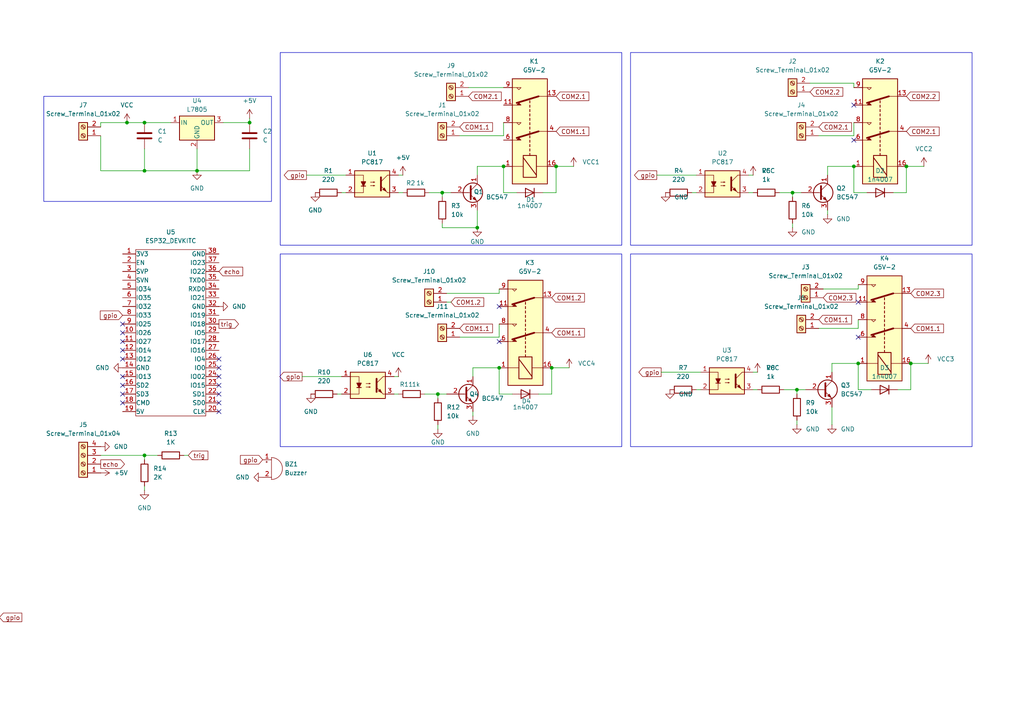
<source format=kicad_sch>
(kicad_sch
	(version 20231120)
	(generator "eeschema")
	(generator_version "8.0")
	(uuid "4ac1f4dc-d634-4414-8ec9-abdcc12c8e59")
	(paper "A4")
	(lib_symbols
		(symbol "Connector:Screw_Terminal_01x02"
			(pin_names
				(offset 1.016) hide)
			(exclude_from_sim no)
			(in_bom yes)
			(on_board yes)
			(property "Reference" "J"
				(at 0 2.54 0)
				(effects
					(font
						(size 1.27 1.27)
					)
				)
			)
			(property "Value" "Screw_Terminal_01x02"
				(at 0 -5.08 0)
				(effects
					(font
						(size 1.27 1.27)
					)
				)
			)
			(property "Footprint" ""
				(at 0 0 0)
				(effects
					(font
						(size 1.27 1.27)
					)
					(hide yes)
				)
			)
			(property "Datasheet" "~"
				(at 0 0 0)
				(effects
					(font
						(size 1.27 1.27)
					)
					(hide yes)
				)
			)
			(property "Description" "Generic screw terminal, single row, 01x02, script generated (kicad-library-utils/schlib/autogen/connector/)"
				(at 0 0 0)
				(effects
					(font
						(size 1.27 1.27)
					)
					(hide yes)
				)
			)
			(property "ki_keywords" "screw terminal"
				(at 0 0 0)
				(effects
					(font
						(size 1.27 1.27)
					)
					(hide yes)
				)
			)
			(property "ki_fp_filters" "TerminalBlock*:*"
				(at 0 0 0)
				(effects
					(font
						(size 1.27 1.27)
					)
					(hide yes)
				)
			)
			(symbol "Screw_Terminal_01x02_1_1"
				(rectangle
					(start -1.27 1.27)
					(end 1.27 -3.81)
					(stroke
						(width 0.254)
						(type default)
					)
					(fill
						(type background)
					)
				)
				(circle
					(center 0 -2.54)
					(radius 0.635)
					(stroke
						(width 0.1524)
						(type default)
					)
					(fill
						(type none)
					)
				)
				(polyline
					(pts
						(xy -0.5334 -2.2098) (xy 0.3302 -3.048)
					)
					(stroke
						(width 0.1524)
						(type default)
					)
					(fill
						(type none)
					)
				)
				(polyline
					(pts
						(xy -0.5334 0.3302) (xy 0.3302 -0.508)
					)
					(stroke
						(width 0.1524)
						(type default)
					)
					(fill
						(type none)
					)
				)
				(polyline
					(pts
						(xy -0.3556 -2.032) (xy 0.508 -2.8702)
					)
					(stroke
						(width 0.1524)
						(type default)
					)
					(fill
						(type none)
					)
				)
				(polyline
					(pts
						(xy -0.3556 0.508) (xy 0.508 -0.3302)
					)
					(stroke
						(width 0.1524)
						(type default)
					)
					(fill
						(type none)
					)
				)
				(circle
					(center 0 0)
					(radius 0.635)
					(stroke
						(width 0.1524)
						(type default)
					)
					(fill
						(type none)
					)
				)
				(pin passive line
					(at -5.08 0 0)
					(length 3.81)
					(name "Pin_1"
						(effects
							(font
								(size 1.27 1.27)
							)
						)
					)
					(number "1"
						(effects
							(font
								(size 1.27 1.27)
							)
						)
					)
				)
				(pin passive line
					(at -5.08 -2.54 0)
					(length 3.81)
					(name "Pin_2"
						(effects
							(font
								(size 1.27 1.27)
							)
						)
					)
					(number "2"
						(effects
							(font
								(size 1.27 1.27)
							)
						)
					)
				)
			)
		)
		(symbol "Connector:Screw_Terminal_01x04"
			(pin_names
				(offset 1.016) hide)
			(exclude_from_sim no)
			(in_bom yes)
			(on_board yes)
			(property "Reference" "J"
				(at 0 5.08 0)
				(effects
					(font
						(size 1.27 1.27)
					)
				)
			)
			(property "Value" "Screw_Terminal_01x04"
				(at 0 -7.62 0)
				(effects
					(font
						(size 1.27 1.27)
					)
				)
			)
			(property "Footprint" ""
				(at 0 0 0)
				(effects
					(font
						(size 1.27 1.27)
					)
					(hide yes)
				)
			)
			(property "Datasheet" "~"
				(at 0 0 0)
				(effects
					(font
						(size 1.27 1.27)
					)
					(hide yes)
				)
			)
			(property "Description" "Generic screw terminal, single row, 01x04, script generated (kicad-library-utils/schlib/autogen/connector/)"
				(at 0 0 0)
				(effects
					(font
						(size 1.27 1.27)
					)
					(hide yes)
				)
			)
			(property "ki_keywords" "screw terminal"
				(at 0 0 0)
				(effects
					(font
						(size 1.27 1.27)
					)
					(hide yes)
				)
			)
			(property "ki_fp_filters" "TerminalBlock*:*"
				(at 0 0 0)
				(effects
					(font
						(size 1.27 1.27)
					)
					(hide yes)
				)
			)
			(symbol "Screw_Terminal_01x04_1_1"
				(rectangle
					(start -1.27 3.81)
					(end 1.27 -6.35)
					(stroke
						(width 0.254)
						(type default)
					)
					(fill
						(type background)
					)
				)
				(circle
					(center 0 -5.08)
					(radius 0.635)
					(stroke
						(width 0.1524)
						(type default)
					)
					(fill
						(type none)
					)
				)
				(circle
					(center 0 -2.54)
					(radius 0.635)
					(stroke
						(width 0.1524)
						(type default)
					)
					(fill
						(type none)
					)
				)
				(polyline
					(pts
						(xy -0.5334 -4.7498) (xy 0.3302 -5.588)
					)
					(stroke
						(width 0.1524)
						(type default)
					)
					(fill
						(type none)
					)
				)
				(polyline
					(pts
						(xy -0.5334 -2.2098) (xy 0.3302 -3.048)
					)
					(stroke
						(width 0.1524)
						(type default)
					)
					(fill
						(type none)
					)
				)
				(polyline
					(pts
						(xy -0.5334 0.3302) (xy 0.3302 -0.508)
					)
					(stroke
						(width 0.1524)
						(type default)
					)
					(fill
						(type none)
					)
				)
				(polyline
					(pts
						(xy -0.5334 2.8702) (xy 0.3302 2.032)
					)
					(stroke
						(width 0.1524)
						(type default)
					)
					(fill
						(type none)
					)
				)
				(polyline
					(pts
						(xy -0.3556 -4.572) (xy 0.508 -5.4102)
					)
					(stroke
						(width 0.1524)
						(type default)
					)
					(fill
						(type none)
					)
				)
				(polyline
					(pts
						(xy -0.3556 -2.032) (xy 0.508 -2.8702)
					)
					(stroke
						(width 0.1524)
						(type default)
					)
					(fill
						(type none)
					)
				)
				(polyline
					(pts
						(xy -0.3556 0.508) (xy 0.508 -0.3302)
					)
					(stroke
						(width 0.1524)
						(type default)
					)
					(fill
						(type none)
					)
				)
				(polyline
					(pts
						(xy -0.3556 3.048) (xy 0.508 2.2098)
					)
					(stroke
						(width 0.1524)
						(type default)
					)
					(fill
						(type none)
					)
				)
				(circle
					(center 0 0)
					(radius 0.635)
					(stroke
						(width 0.1524)
						(type default)
					)
					(fill
						(type none)
					)
				)
				(circle
					(center 0 2.54)
					(radius 0.635)
					(stroke
						(width 0.1524)
						(type default)
					)
					(fill
						(type none)
					)
				)
				(pin passive line
					(at -5.08 2.54 0)
					(length 3.81)
					(name "Pin_1"
						(effects
							(font
								(size 1.27 1.27)
							)
						)
					)
					(number "1"
						(effects
							(font
								(size 1.27 1.27)
							)
						)
					)
				)
				(pin passive line
					(at -5.08 0 0)
					(length 3.81)
					(name "Pin_2"
						(effects
							(font
								(size 1.27 1.27)
							)
						)
					)
					(number "2"
						(effects
							(font
								(size 1.27 1.27)
							)
						)
					)
				)
				(pin passive line
					(at -5.08 -2.54 0)
					(length 3.81)
					(name "Pin_3"
						(effects
							(font
								(size 1.27 1.27)
							)
						)
					)
					(number "3"
						(effects
							(font
								(size 1.27 1.27)
							)
						)
					)
				)
				(pin passive line
					(at -5.08 -5.08 0)
					(length 3.81)
					(name "Pin_4"
						(effects
							(font
								(size 1.27 1.27)
							)
						)
					)
					(number "4"
						(effects
							(font
								(size 1.27 1.27)
							)
						)
					)
				)
			)
		)
		(symbol "Device:Buzzer"
			(pin_names
				(offset 0.0254) hide)
			(exclude_from_sim no)
			(in_bom yes)
			(on_board yes)
			(property "Reference" "BZ"
				(at 3.81 1.27 0)
				(effects
					(font
						(size 1.27 1.27)
					)
					(justify left)
				)
			)
			(property "Value" "Buzzer"
				(at 3.81 -1.27 0)
				(effects
					(font
						(size 1.27 1.27)
					)
					(justify left)
				)
			)
			(property "Footprint" ""
				(at -0.635 2.54 90)
				(effects
					(font
						(size 1.27 1.27)
					)
					(hide yes)
				)
			)
			(property "Datasheet" "~"
				(at -0.635 2.54 90)
				(effects
					(font
						(size 1.27 1.27)
					)
					(hide yes)
				)
			)
			(property "Description" "Buzzer, polarized"
				(at 0 0 0)
				(effects
					(font
						(size 1.27 1.27)
					)
					(hide yes)
				)
			)
			(property "ki_keywords" "quartz resonator ceramic"
				(at 0 0 0)
				(effects
					(font
						(size 1.27 1.27)
					)
					(hide yes)
				)
			)
			(property "ki_fp_filters" "*Buzzer*"
				(at 0 0 0)
				(effects
					(font
						(size 1.27 1.27)
					)
					(hide yes)
				)
			)
			(symbol "Buzzer_0_1"
				(arc
					(start 0 -3.175)
					(mid 3.1612 0)
					(end 0 3.175)
					(stroke
						(width 0)
						(type default)
					)
					(fill
						(type none)
					)
				)
				(polyline
					(pts
						(xy -1.651 1.905) (xy -1.143 1.905)
					)
					(stroke
						(width 0)
						(type default)
					)
					(fill
						(type none)
					)
				)
				(polyline
					(pts
						(xy -1.397 2.159) (xy -1.397 1.651)
					)
					(stroke
						(width 0)
						(type default)
					)
					(fill
						(type none)
					)
				)
				(polyline
					(pts
						(xy 0 3.175) (xy 0 -3.175)
					)
					(stroke
						(width 0)
						(type default)
					)
					(fill
						(type none)
					)
				)
			)
			(symbol "Buzzer_1_1"
				(pin passive line
					(at -2.54 2.54 0)
					(length 2.54)
					(name "+"
						(effects
							(font
								(size 1.27 1.27)
							)
						)
					)
					(number "1"
						(effects
							(font
								(size 1.27 1.27)
							)
						)
					)
				)
				(pin passive line
					(at -2.54 -2.54 0)
					(length 2.54)
					(name "-"
						(effects
							(font
								(size 1.27 1.27)
							)
						)
					)
					(number "2"
						(effects
							(font
								(size 1.27 1.27)
							)
						)
					)
				)
			)
		)
		(symbol "Device:C"
			(pin_numbers hide)
			(pin_names
				(offset 0.254)
			)
			(exclude_from_sim no)
			(in_bom yes)
			(on_board yes)
			(property "Reference" "C"
				(at 0.635 2.54 0)
				(effects
					(font
						(size 1.27 1.27)
					)
					(justify left)
				)
			)
			(property "Value" "C"
				(at 0.635 -2.54 0)
				(effects
					(font
						(size 1.27 1.27)
					)
					(justify left)
				)
			)
			(property "Footprint" ""
				(at 0.9652 -3.81 0)
				(effects
					(font
						(size 1.27 1.27)
					)
					(hide yes)
				)
			)
			(property "Datasheet" "~"
				(at 0 0 0)
				(effects
					(font
						(size 1.27 1.27)
					)
					(hide yes)
				)
			)
			(property "Description" "Unpolarized capacitor"
				(at 0 0 0)
				(effects
					(font
						(size 1.27 1.27)
					)
					(hide yes)
				)
			)
			(property "ki_keywords" "cap capacitor"
				(at 0 0 0)
				(effects
					(font
						(size 1.27 1.27)
					)
					(hide yes)
				)
			)
			(property "ki_fp_filters" "C_*"
				(at 0 0 0)
				(effects
					(font
						(size 1.27 1.27)
					)
					(hide yes)
				)
			)
			(symbol "C_0_1"
				(polyline
					(pts
						(xy -2.032 -0.762) (xy 2.032 -0.762)
					)
					(stroke
						(width 0.508)
						(type default)
					)
					(fill
						(type none)
					)
				)
				(polyline
					(pts
						(xy -2.032 0.762) (xy 2.032 0.762)
					)
					(stroke
						(width 0.508)
						(type default)
					)
					(fill
						(type none)
					)
				)
			)
			(symbol "C_1_1"
				(pin passive line
					(at 0 3.81 270)
					(length 2.794)
					(name "~"
						(effects
							(font
								(size 1.27 1.27)
							)
						)
					)
					(number "1"
						(effects
							(font
								(size 1.27 1.27)
							)
						)
					)
				)
				(pin passive line
					(at 0 -3.81 90)
					(length 2.794)
					(name "~"
						(effects
							(font
								(size 1.27 1.27)
							)
						)
					)
					(number "2"
						(effects
							(font
								(size 1.27 1.27)
							)
						)
					)
				)
			)
		)
		(symbol "Device:D"
			(pin_numbers hide)
			(pin_names
				(offset 1.016) hide)
			(exclude_from_sim no)
			(in_bom yes)
			(on_board yes)
			(property "Reference" "D"
				(at 0 2.54 0)
				(effects
					(font
						(size 1.27 1.27)
					)
				)
			)
			(property "Value" "D"
				(at 0 -2.54 0)
				(effects
					(font
						(size 1.27 1.27)
					)
				)
			)
			(property "Footprint" ""
				(at 0 0 0)
				(effects
					(font
						(size 1.27 1.27)
					)
					(hide yes)
				)
			)
			(property "Datasheet" "~"
				(at 0 0 0)
				(effects
					(font
						(size 1.27 1.27)
					)
					(hide yes)
				)
			)
			(property "Description" "Diode"
				(at 0 0 0)
				(effects
					(font
						(size 1.27 1.27)
					)
					(hide yes)
				)
			)
			(property "Sim.Device" "D"
				(at 0 0 0)
				(effects
					(font
						(size 1.27 1.27)
					)
					(hide yes)
				)
			)
			(property "Sim.Pins" "1=K 2=A"
				(at 0 0 0)
				(effects
					(font
						(size 1.27 1.27)
					)
					(hide yes)
				)
			)
			(property "ki_keywords" "diode"
				(at 0 0 0)
				(effects
					(font
						(size 1.27 1.27)
					)
					(hide yes)
				)
			)
			(property "ki_fp_filters" "TO-???* *_Diode_* *SingleDiode* D_*"
				(at 0 0 0)
				(effects
					(font
						(size 1.27 1.27)
					)
					(hide yes)
				)
			)
			(symbol "D_0_1"
				(polyline
					(pts
						(xy -1.27 1.27) (xy -1.27 -1.27)
					)
					(stroke
						(width 0.254)
						(type default)
					)
					(fill
						(type none)
					)
				)
				(polyline
					(pts
						(xy 1.27 0) (xy -1.27 0)
					)
					(stroke
						(width 0)
						(type default)
					)
					(fill
						(type none)
					)
				)
				(polyline
					(pts
						(xy 1.27 1.27) (xy 1.27 -1.27) (xy -1.27 0) (xy 1.27 1.27)
					)
					(stroke
						(width 0.254)
						(type default)
					)
					(fill
						(type none)
					)
				)
			)
			(symbol "D_1_1"
				(pin passive line
					(at -3.81 0 0)
					(length 2.54)
					(name "K"
						(effects
							(font
								(size 1.27 1.27)
							)
						)
					)
					(number "1"
						(effects
							(font
								(size 1.27 1.27)
							)
						)
					)
				)
				(pin passive line
					(at 3.81 0 180)
					(length 2.54)
					(name "A"
						(effects
							(font
								(size 1.27 1.27)
							)
						)
					)
					(number "2"
						(effects
							(font
								(size 1.27 1.27)
							)
						)
					)
				)
			)
		)
		(symbol "Device:R"
			(pin_numbers hide)
			(pin_names
				(offset 0)
			)
			(exclude_from_sim no)
			(in_bom yes)
			(on_board yes)
			(property "Reference" "R"
				(at 2.032 0 90)
				(effects
					(font
						(size 1.27 1.27)
					)
				)
			)
			(property "Value" "R"
				(at 0 0 90)
				(effects
					(font
						(size 1.27 1.27)
					)
				)
			)
			(property "Footprint" ""
				(at -1.778 0 90)
				(effects
					(font
						(size 1.27 1.27)
					)
					(hide yes)
				)
			)
			(property "Datasheet" "~"
				(at 0 0 0)
				(effects
					(font
						(size 1.27 1.27)
					)
					(hide yes)
				)
			)
			(property "Description" "Resistor"
				(at 0 0 0)
				(effects
					(font
						(size 1.27 1.27)
					)
					(hide yes)
				)
			)
			(property "ki_keywords" "R res resistor"
				(at 0 0 0)
				(effects
					(font
						(size 1.27 1.27)
					)
					(hide yes)
				)
			)
			(property "ki_fp_filters" "R_*"
				(at 0 0 0)
				(effects
					(font
						(size 1.27 1.27)
					)
					(hide yes)
				)
			)
			(symbol "R_0_1"
				(rectangle
					(start -1.016 -2.54)
					(end 1.016 2.54)
					(stroke
						(width 0.254)
						(type default)
					)
					(fill
						(type none)
					)
				)
			)
			(symbol "R_1_1"
				(pin passive line
					(at 0 3.81 270)
					(length 1.27)
					(name "~"
						(effects
							(font
								(size 1.27 1.27)
							)
						)
					)
					(number "1"
						(effects
							(font
								(size 1.27 1.27)
							)
						)
					)
				)
				(pin passive line
					(at 0 -3.81 90)
					(length 1.27)
					(name "~"
						(effects
							(font
								(size 1.27 1.27)
							)
						)
					)
					(number "2"
						(effects
							(font
								(size 1.27 1.27)
							)
						)
					)
				)
			)
		)
		(symbol "EESTN5:BC547"
			(pin_names
				(offset 0) hide)
			(exclude_from_sim no)
			(in_bom yes)
			(on_board yes)
			(property "Reference" "Q"
				(at 5.08 1.905 0)
				(effects
					(font
						(size 1.27 1.27)
					)
					(justify left)
				)
			)
			(property "Value" "BC547"
				(at 5.08 0 0)
				(effects
					(font
						(size 1.27 1.27)
					)
					(justify left)
				)
			)
			(property "Footprint" "EESTN5:TO-92"
				(at 5.08 -1.905 0)
				(effects
					(font
						(size 1.27 1.27)
						(italic yes)
					)
					(justify left)
					(hide yes)
				)
			)
			(property "Datasheet" "http://www.fairchildsemi.com/ds/BC/BC547.pdf"
				(at 0 0 0)
				(effects
					(font
						(size 1.27 1.27)
					)
					(justify left)
					(hide yes)
				)
			)
			(property "Description" "45V Vce, 0.1A Ic, NPN, Small Signal Transistor, TO-92"
				(at 0 0 0)
				(effects
					(font
						(size 1.27 1.27)
					)
					(hide yes)
				)
			)
			(property "ki_keywords" "NPN Transistor"
				(at 0 0 0)
				(effects
					(font
						(size 1.27 1.27)
					)
					(hide yes)
				)
			)
			(property "ki_fp_filters" "TO?92*"
				(at 0 0 0)
				(effects
					(font
						(size 1.27 1.27)
					)
					(hide yes)
				)
			)
			(symbol "BC547_0_1"
				(polyline
					(pts
						(xy 0 0) (xy 0.635 0)
					)
					(stroke
						(width 0)
						(type solid)
					)
					(fill
						(type none)
					)
				)
				(polyline
					(pts
						(xy 0.635 0.635) (xy 2.54 2.54)
					)
					(stroke
						(width 0)
						(type solid)
					)
					(fill
						(type none)
					)
				)
				(polyline
					(pts
						(xy 0.635 -0.635) (xy 2.54 -2.54) (xy 2.54 -2.54)
					)
					(stroke
						(width 0)
						(type solid)
					)
					(fill
						(type none)
					)
				)
				(polyline
					(pts
						(xy 0.635 1.905) (xy 0.635 -1.905) (xy 0.635 -1.905)
					)
					(stroke
						(width 0.508)
						(type solid)
					)
					(fill
						(type none)
					)
				)
				(polyline
					(pts
						(xy 1.27 -1.778) (xy 1.778 -1.27) (xy 2.286 -2.286) (xy 1.27 -1.778) (xy 1.27 -1.778)
					)
					(stroke
						(width 0)
						(type solid)
					)
					(fill
						(type outline)
					)
				)
				(circle
					(center 1.27 0)
					(radius 2.8194)
					(stroke
						(width 0.254)
						(type solid)
					)
					(fill
						(type none)
					)
				)
			)
			(symbol "BC547_1_1"
				(pin passive line
					(at 2.54 5.08 270)
					(length 2.54)
					(name "C"
						(effects
							(font
								(size 1.27 1.27)
							)
						)
					)
					(number "1"
						(effects
							(font
								(size 1.27 1.27)
							)
						)
					)
				)
				(pin input line
					(at -5.08 0 0)
					(length 5.08)
					(name "B"
						(effects
							(font
								(size 1.27 1.27)
							)
						)
					)
					(number "2"
						(effects
							(font
								(size 1.27 1.27)
							)
						)
					)
				)
				(pin passive line
					(at 2.54 -5.08 90)
					(length 2.54)
					(name "E"
						(effects
							(font
								(size 1.27 1.27)
							)
						)
					)
					(number "3"
						(effects
							(font
								(size 1.27 1.27)
							)
						)
					)
				)
			)
		)
		(symbol "EESTN5:ESP32_DEVKITC"
			(pin_names
				(offset 0.0254)
			)
			(exclude_from_sim no)
			(in_bom yes)
			(on_board yes)
			(property "Reference" "U"
				(at 0 25.4 0)
				(effects
					(font
						(size 1.27 1.27)
					)
				)
			)
			(property "Value" "ESP32_DEVKITC"
				(at 0 -25.4 0)
				(effects
					(font
						(size 1.27 1.27)
					)
				)
			)
			(property "Footprint" ""
				(at -7.62 -25.4 0)
				(effects
					(font
						(size 1.27 1.27)
					)
					(hide yes)
				)
			)
			(property "Datasheet" ""
				(at -7.62 -25.4 0)
				(effects
					(font
						(size 1.27 1.27)
					)
					(hide yes)
				)
			)
			(property "Description" "ESP32-DEVKITC"
				(at 0 0 0)
				(effects
					(font
						(size 1.27 1.27)
					)
					(hide yes)
				)
			)
			(property "ki_fp_filters" "ESP32*"
				(at 0 0 0)
				(effects
					(font
						(size 1.27 1.27)
					)
					(hide yes)
				)
			)
			(symbol "ESP32_DEVKITC_0_1"
				(rectangle
					(start -10.16 24.13)
					(end 10.16 -24.13)
					(stroke
						(width 0)
						(type solid)
					)
					(fill
						(type none)
					)
				)
			)
			(symbol "ESP32_DEVKITC_1_1"
				(pin passive line
					(at -13.97 22.86 0)
					(length 3.81)
					(name "3V3"
						(effects
							(font
								(size 1.27 1.27)
							)
						)
					)
					(number "1"
						(effects
							(font
								(size 1.27 1.27)
							)
						)
					)
				)
				(pin passive line
					(at -13.97 0 0)
					(length 3.81)
					(name "IO26"
						(effects
							(font
								(size 1.27 1.27)
							)
						)
					)
					(number "10"
						(effects
							(font
								(size 1.27 1.27)
							)
						)
					)
				)
				(pin passive line
					(at -13.97 -2.54 0)
					(length 3.81)
					(name "IO27"
						(effects
							(font
								(size 1.27 1.27)
							)
						)
					)
					(number "11"
						(effects
							(font
								(size 1.27 1.27)
							)
						)
					)
				)
				(pin passive line
					(at -13.97 -5.08 0)
					(length 3.81)
					(name "IO14"
						(effects
							(font
								(size 1.27 1.27)
							)
						)
					)
					(number "12"
						(effects
							(font
								(size 1.27 1.27)
							)
						)
					)
				)
				(pin passive line
					(at -13.97 -7.62 0)
					(length 3.81)
					(name "IO12"
						(effects
							(font
								(size 1.27 1.27)
							)
						)
					)
					(number "13"
						(effects
							(font
								(size 1.27 1.27)
							)
						)
					)
				)
				(pin passive line
					(at -13.97 -10.16 0)
					(length 3.81)
					(name "GND"
						(effects
							(font
								(size 1.27 1.27)
							)
						)
					)
					(number "14"
						(effects
							(font
								(size 1.27 1.27)
							)
						)
					)
				)
				(pin passive line
					(at -13.97 -12.7 0)
					(length 3.81)
					(name "IO13"
						(effects
							(font
								(size 1.27 1.27)
							)
						)
					)
					(number "15"
						(effects
							(font
								(size 1.27 1.27)
							)
						)
					)
				)
				(pin passive line
					(at -13.97 -15.24 0)
					(length 3.81)
					(name "SD2"
						(effects
							(font
								(size 1.27 1.27)
							)
						)
					)
					(number "16"
						(effects
							(font
								(size 1.27 1.27)
							)
						)
					)
				)
				(pin passive line
					(at -13.97 -17.78 0)
					(length 3.81)
					(name "SD3"
						(effects
							(font
								(size 1.27 1.27)
							)
						)
					)
					(number "17"
						(effects
							(font
								(size 1.27 1.27)
							)
						)
					)
				)
				(pin passive line
					(at -13.97 -20.32 0)
					(length 3.81)
					(name "CMD"
						(effects
							(font
								(size 1.27 1.27)
							)
						)
					)
					(number "18"
						(effects
							(font
								(size 1.27 1.27)
							)
						)
					)
				)
				(pin passive line
					(at -13.97 -22.86 0)
					(length 3.81)
					(name "5V"
						(effects
							(font
								(size 1.27 1.27)
							)
						)
					)
					(number "19"
						(effects
							(font
								(size 1.27 1.27)
							)
						)
					)
				)
				(pin passive line
					(at -13.97 20.32 0)
					(length 3.81)
					(name "EN"
						(effects
							(font
								(size 1.27 1.27)
							)
						)
					)
					(number "2"
						(effects
							(font
								(size 1.27 1.27)
							)
						)
					)
				)
				(pin passive line
					(at 13.97 -22.86 180)
					(length 3.81)
					(name "CLK"
						(effects
							(font
								(size 1.27 1.27)
							)
						)
					)
					(number "20"
						(effects
							(font
								(size 1.27 1.27)
							)
						)
					)
				)
				(pin passive line
					(at 13.97 -20.32 180)
					(length 3.81)
					(name "SD0"
						(effects
							(font
								(size 1.27 1.27)
							)
						)
					)
					(number "21"
						(effects
							(font
								(size 1.27 1.27)
							)
						)
					)
				)
				(pin passive line
					(at 13.97 -17.78 180)
					(length 3.81)
					(name "SD1"
						(effects
							(font
								(size 1.27 1.27)
							)
						)
					)
					(number "22"
						(effects
							(font
								(size 1.27 1.27)
							)
						)
					)
				)
				(pin passive line
					(at 13.97 -15.24 180)
					(length 3.81)
					(name "IO15"
						(effects
							(font
								(size 1.27 1.27)
							)
						)
					)
					(number "23"
						(effects
							(font
								(size 1.27 1.27)
							)
						)
					)
				)
				(pin passive line
					(at 13.97 -12.7 180)
					(length 3.81)
					(name "IO02"
						(effects
							(font
								(size 1.27 1.27)
							)
						)
					)
					(number "24"
						(effects
							(font
								(size 1.27 1.27)
							)
						)
					)
				)
				(pin passive line
					(at 13.97 -10.16 180)
					(length 3.81)
					(name "IO0"
						(effects
							(font
								(size 1.27 1.27)
							)
						)
					)
					(number "25"
						(effects
							(font
								(size 1.27 1.27)
							)
						)
					)
				)
				(pin passive line
					(at 13.97 -7.62 180)
					(length 3.81)
					(name "IO4"
						(effects
							(font
								(size 1.27 1.27)
							)
						)
					)
					(number "26"
						(effects
							(font
								(size 1.27 1.27)
							)
						)
					)
				)
				(pin passive line
					(at 13.97 -5.08 180)
					(length 3.81)
					(name "IO16"
						(effects
							(font
								(size 1.27 1.27)
							)
						)
					)
					(number "27"
						(effects
							(font
								(size 1.27 1.27)
							)
						)
					)
				)
				(pin passive line
					(at 13.97 -2.54 180)
					(length 3.81)
					(name "IO17"
						(effects
							(font
								(size 1.27 1.27)
							)
						)
					)
					(number "28"
						(effects
							(font
								(size 1.27 1.27)
							)
						)
					)
				)
				(pin passive line
					(at 13.97 0 180)
					(length 3.81)
					(name "IO5"
						(effects
							(font
								(size 1.27 1.27)
							)
						)
					)
					(number "29"
						(effects
							(font
								(size 1.27 1.27)
							)
						)
					)
				)
				(pin passive line
					(at -13.97 17.78 0)
					(length 3.81)
					(name "SVP"
						(effects
							(font
								(size 1.27 1.27)
							)
						)
					)
					(number "3"
						(effects
							(font
								(size 1.27 1.27)
							)
						)
					)
				)
				(pin passive line
					(at 13.97 2.54 180)
					(length 3.81)
					(name "IO18"
						(effects
							(font
								(size 1.27 1.27)
							)
						)
					)
					(number "30"
						(effects
							(font
								(size 1.27 1.27)
							)
						)
					)
				)
				(pin passive line
					(at 13.97 5.08 180)
					(length 3.81)
					(name "IO19"
						(effects
							(font
								(size 1.27 1.27)
							)
						)
					)
					(number "31"
						(effects
							(font
								(size 1.27 1.27)
							)
						)
					)
				)
				(pin passive line
					(at 13.97 7.62 180)
					(length 3.81)
					(name "GND"
						(effects
							(font
								(size 1.27 1.27)
							)
						)
					)
					(number "32"
						(effects
							(font
								(size 1.27 1.27)
							)
						)
					)
				)
				(pin passive line
					(at 13.97 10.16 180)
					(length 3.81)
					(name "IO21"
						(effects
							(font
								(size 1.27 1.27)
							)
						)
					)
					(number "33"
						(effects
							(font
								(size 1.27 1.27)
							)
						)
					)
				)
				(pin passive line
					(at 13.97 12.7 180)
					(length 3.81)
					(name "RXD0"
						(effects
							(font
								(size 1.27 1.27)
							)
						)
					)
					(number "34"
						(effects
							(font
								(size 1.27 1.27)
							)
						)
					)
				)
				(pin passive line
					(at 13.97 15.24 180)
					(length 3.81)
					(name "TXD0"
						(effects
							(font
								(size 1.27 1.27)
							)
						)
					)
					(number "35"
						(effects
							(font
								(size 1.27 1.27)
							)
						)
					)
				)
				(pin passive line
					(at 13.97 17.78 180)
					(length 3.81)
					(name "IO22"
						(effects
							(font
								(size 1.27 1.27)
							)
						)
					)
					(number "36"
						(effects
							(font
								(size 1.27 1.27)
							)
						)
					)
				)
				(pin passive line
					(at 13.97 20.32 180)
					(length 3.81)
					(name "IO23"
						(effects
							(font
								(size 1.27 1.27)
							)
						)
					)
					(number "37"
						(effects
							(font
								(size 1.27 1.27)
							)
						)
					)
				)
				(pin passive line
					(at 13.97 22.86 180)
					(length 3.81)
					(name "GND"
						(effects
							(font
								(size 1.27 1.27)
							)
						)
					)
					(number "38"
						(effects
							(font
								(size 1.27 1.27)
							)
						)
					)
				)
				(pin passive line
					(at -13.97 15.24 0)
					(length 3.81)
					(name "SVN"
						(effects
							(font
								(size 1.27 1.27)
							)
						)
					)
					(number "4"
						(effects
							(font
								(size 1.27 1.27)
							)
						)
					)
				)
				(pin passive line
					(at -13.97 12.7 0)
					(length 3.81)
					(name "IO34"
						(effects
							(font
								(size 1.27 1.27)
							)
						)
					)
					(number "5"
						(effects
							(font
								(size 1.27 1.27)
							)
						)
					)
				)
				(pin passive line
					(at -13.97 10.16 0)
					(length 3.81)
					(name "IO35"
						(effects
							(font
								(size 1.27 1.27)
							)
						)
					)
					(number "6"
						(effects
							(font
								(size 1.27 1.27)
							)
						)
					)
				)
				(pin passive line
					(at -13.97 7.62 0)
					(length 3.81)
					(name "IO32"
						(effects
							(font
								(size 1.27 1.27)
							)
						)
					)
					(number "7"
						(effects
							(font
								(size 1.27 1.27)
							)
						)
					)
				)
				(pin passive line
					(at -13.97 5.08 0)
					(length 3.81)
					(name "IO33"
						(effects
							(font
								(size 1.27 1.27)
							)
						)
					)
					(number "8"
						(effects
							(font
								(size 1.27 1.27)
							)
						)
					)
				)
				(pin passive line
					(at -13.97 2.54 0)
					(length 3.81)
					(name "IO25"
						(effects
							(font
								(size 1.27 1.27)
							)
						)
					)
					(number "9"
						(effects
							(font
								(size 1.27 1.27)
							)
						)
					)
				)
			)
		)
		(symbol "EESTN5:PC817"
			(pin_names
				(offset 1.016)
			)
			(exclude_from_sim no)
			(in_bom yes)
			(on_board yes)
			(property "Reference" "U"
				(at -5.08 5.08 0)
				(effects
					(font
						(size 1.27 1.27)
					)
					(justify left)
				)
			)
			(property "Value" "PC817"
				(at 0 5.08 0)
				(effects
					(font
						(size 1.27 1.27)
					)
					(justify left)
				)
			)
			(property "Footprint" "Housings_DIP:DIP-4_W7.62mm"
				(at -5.08 -5.08 0)
				(effects
					(font
						(size 1.27 1.27)
						(italic yes)
					)
					(justify left)
					(hide yes)
				)
			)
			(property "Datasheet" "http://www.soselectronic.cz/a_info/resource/d/pc817.pdf"
				(at 0 0 0)
				(effects
					(font
						(size 1.27 1.27)
					)
					(justify left)
					(hide yes)
				)
			)
			(property "Description" "DC Optocoupler, Vce 35V, CTR 50-300%, DIP4"
				(at 0 0 0)
				(effects
					(font
						(size 1.27 1.27)
					)
					(hide yes)
				)
			)
			(property "ki_keywords" "NPN DC Optocoupler"
				(at 0 0 0)
				(effects
					(font
						(size 1.27 1.27)
					)
					(hide yes)
				)
			)
			(property "ki_fp_filters" "DIP*W7.62mm*"
				(at 0 0 0)
				(effects
					(font
						(size 1.27 1.27)
					)
					(hide yes)
				)
			)
			(symbol "PC817_0_1"
				(rectangle
					(start -5.08 3.81)
					(end 5.08 -3.81)
					(stroke
						(width 0.254)
						(type solid)
					)
					(fill
						(type background)
					)
				)
				(polyline
					(pts
						(xy -3.175 -0.635) (xy -1.905 -0.635)
					)
					(stroke
						(width 0.254)
						(type solid)
					)
					(fill
						(type none)
					)
				)
				(polyline
					(pts
						(xy 2.54 0.635) (xy 4.445 2.54)
					)
					(stroke
						(width 0)
						(type solid)
					)
					(fill
						(type none)
					)
				)
				(polyline
					(pts
						(xy 4.445 -2.54) (xy 2.54 -0.635)
					)
					(stroke
						(width 0)
						(type solid)
					)
					(fill
						(type outline)
					)
				)
				(polyline
					(pts
						(xy 4.445 -2.54) (xy 5.08 -2.54)
					)
					(stroke
						(width 0)
						(type solid)
					)
					(fill
						(type none)
					)
				)
				(polyline
					(pts
						(xy 4.445 2.54) (xy 5.08 2.54)
					)
					(stroke
						(width 0)
						(type solid)
					)
					(fill
						(type none)
					)
				)
				(polyline
					(pts
						(xy -5.08 2.54) (xy -2.54 2.54) (xy -2.54 0.635)
					)
					(stroke
						(width 0)
						(type solid)
					)
					(fill
						(type none)
					)
				)
				(polyline
					(pts
						(xy -2.54 -0.635) (xy -2.54 -2.54) (xy -5.08 -2.54)
					)
					(stroke
						(width 0)
						(type solid)
					)
					(fill
						(type none)
					)
				)
				(polyline
					(pts
						(xy 2.54 1.905) (xy 2.54 -1.905) (xy 2.54 -1.905)
					)
					(stroke
						(width 0.508)
						(type solid)
					)
					(fill
						(type none)
					)
				)
				(polyline
					(pts
						(xy -2.54 -0.635) (xy -3.175 0.635) (xy -1.905 0.635) (xy -2.54 -0.635)
					)
					(stroke
						(width 0.254)
						(type solid)
					)
					(fill
						(type outline)
					)
				)
				(polyline
					(pts
						(xy -0.508 -0.508) (xy 0.762 -0.508) (xy 0.381 -0.635) (xy 0.381 -0.381) (xy 0.762 -0.508)
					)
					(stroke
						(width 0)
						(type solid)
					)
					(fill
						(type none)
					)
				)
				(polyline
					(pts
						(xy -0.508 0.508) (xy 0.762 0.508) (xy 0.381 0.381) (xy 0.381 0.635) (xy 0.762 0.508)
					)
					(stroke
						(width 0)
						(type solid)
					)
					(fill
						(type none)
					)
				)
				(polyline
					(pts
						(xy 3.048 -1.651) (xy 3.556 -1.143) (xy 4.064 -2.159) (xy 3.048 -1.651) (xy 3.048 -1.651)
					)
					(stroke
						(width 0)
						(type solid)
					)
					(fill
						(type outline)
					)
				)
			)
			(symbol "PC817_1_1"
				(pin passive line
					(at -7.62 2.54 0)
					(length 2.54)
					(name "~"
						(effects
							(font
								(size 1.27 1.27)
							)
						)
					)
					(number "1"
						(effects
							(font
								(size 1.27 1.27)
							)
						)
					)
				)
				(pin passive line
					(at -7.62 -2.54 0)
					(length 2.54)
					(name "~"
						(effects
							(font
								(size 1.27 1.27)
							)
						)
					)
					(number "2"
						(effects
							(font
								(size 1.27 1.27)
							)
						)
					)
				)
				(pin passive line
					(at 7.62 -2.54 180)
					(length 2.54)
					(name "~"
						(effects
							(font
								(size 1.27 1.27)
							)
						)
					)
					(number "3"
						(effects
							(font
								(size 1.27 1.27)
							)
						)
					)
				)
				(pin passive line
					(at 7.62 2.54 180)
					(length 2.54)
					(name "~"
						(effects
							(font
								(size 1.27 1.27)
							)
						)
					)
					(number "4"
						(effects
							(font
								(size 1.27 1.27)
							)
						)
					)
				)
			)
		)
		(symbol "Regulator_Linear:L7805"
			(pin_names
				(offset 0.254)
			)
			(exclude_from_sim no)
			(in_bom yes)
			(on_board yes)
			(property "Reference" "U"
				(at -3.81 3.175 0)
				(effects
					(font
						(size 1.27 1.27)
					)
				)
			)
			(property "Value" "L7805"
				(at 0 3.175 0)
				(effects
					(font
						(size 1.27 1.27)
					)
					(justify left)
				)
			)
			(property "Footprint" ""
				(at 0.635 -3.81 0)
				(effects
					(font
						(size 1.27 1.27)
						(italic yes)
					)
					(justify left)
					(hide yes)
				)
			)
			(property "Datasheet" "http://www.st.com/content/ccc/resource/technical/document/datasheet/41/4f/b3/b0/12/d4/47/88/CD00000444.pdf/files/CD00000444.pdf/jcr:content/translations/en.CD00000444.pdf"
				(at 0 -1.27 0)
				(effects
					(font
						(size 1.27 1.27)
					)
					(hide yes)
				)
			)
			(property "Description" "Positive 1.5A 35V Linear Regulator, Fixed Output 5V, TO-220/TO-263/TO-252"
				(at 0 0 0)
				(effects
					(font
						(size 1.27 1.27)
					)
					(hide yes)
				)
			)
			(property "ki_keywords" "Voltage Regulator 1.5A Positive"
				(at 0 0 0)
				(effects
					(font
						(size 1.27 1.27)
					)
					(hide yes)
				)
			)
			(property "ki_fp_filters" "TO?252* TO?263* TO?220*"
				(at 0 0 0)
				(effects
					(font
						(size 1.27 1.27)
					)
					(hide yes)
				)
			)
			(symbol "L7805_0_1"
				(rectangle
					(start -5.08 1.905)
					(end 5.08 -5.08)
					(stroke
						(width 0.254)
						(type default)
					)
					(fill
						(type background)
					)
				)
			)
			(symbol "L7805_1_1"
				(pin power_in line
					(at -7.62 0 0)
					(length 2.54)
					(name "IN"
						(effects
							(font
								(size 1.27 1.27)
							)
						)
					)
					(number "1"
						(effects
							(font
								(size 1.27 1.27)
							)
						)
					)
				)
				(pin power_in line
					(at 0 -7.62 90)
					(length 2.54)
					(name "GND"
						(effects
							(font
								(size 1.27 1.27)
							)
						)
					)
					(number "2"
						(effects
							(font
								(size 1.27 1.27)
							)
						)
					)
				)
				(pin power_out line
					(at 7.62 0 180)
					(length 2.54)
					(name "OUT"
						(effects
							(font
								(size 1.27 1.27)
							)
						)
					)
					(number "3"
						(effects
							(font
								(size 1.27 1.27)
							)
						)
					)
				)
			)
		)
		(symbol "Relay:G5V-2"
			(exclude_from_sim no)
			(in_bom yes)
			(on_board yes)
			(property "Reference" "K"
				(at 16.51 3.81 0)
				(effects
					(font
						(size 1.27 1.27)
					)
					(justify left)
				)
			)
			(property "Value" "G5V-2"
				(at 16.51 1.27 0)
				(effects
					(font
						(size 1.27 1.27)
					)
					(justify left)
				)
			)
			(property "Footprint" "Relay_THT:Relay_DPDT_Omron_G5V-2"
				(at 16.51 -1.27 0)
				(effects
					(font
						(size 1.27 1.27)
					)
					(justify left)
					(hide yes)
				)
			)
			(property "Datasheet" "http://omronfs.omron.com/en_US/ecb/products/pdf/en-g5v_2.pdf"
				(at 0 0 0)
				(effects
					(font
						(size 1.27 1.27)
					)
					(hide yes)
				)
			)
			(property "Description" "Relay Miniature Omron DPDT"
				(at 0 0 0)
				(effects
					(font
						(size 1.27 1.27)
					)
					(hide yes)
				)
			)
			(property "ki_keywords" "Miniature Relay Dual Pole DPDT Omron"
				(at 0 0 0)
				(effects
					(font
						(size 1.27 1.27)
					)
					(hide yes)
				)
			)
			(property "ki_fp_filters" "Relay*DPDT*Omron*G5V*"
				(at 0 0 0)
				(effects
					(font
						(size 1.27 1.27)
					)
					(hide yes)
				)
			)
			(symbol "G5V-2_0_1"
				(rectangle
					(start -15.24 5.08)
					(end 15.24 -5.08)
					(stroke
						(width 0.254)
						(type default)
					)
					(fill
						(type background)
					)
				)
				(rectangle
					(start -13.335 1.905)
					(end -6.985 -1.905)
					(stroke
						(width 0.254)
						(type default)
					)
					(fill
						(type none)
					)
				)
				(polyline
					(pts
						(xy -12.7 -1.905) (xy -7.62 1.905)
					)
					(stroke
						(width 0.254)
						(type default)
					)
					(fill
						(type none)
					)
				)
				(polyline
					(pts
						(xy -10.16 -5.08) (xy -10.16 -1.905)
					)
					(stroke
						(width 0)
						(type default)
					)
					(fill
						(type none)
					)
				)
				(polyline
					(pts
						(xy -10.16 5.08) (xy -10.16 1.905)
					)
					(stroke
						(width 0)
						(type default)
					)
					(fill
						(type none)
					)
				)
				(polyline
					(pts
						(xy -6.985 0) (xy -6.35 0)
					)
					(stroke
						(width 0.254)
						(type default)
					)
					(fill
						(type none)
					)
				)
				(polyline
					(pts
						(xy -5.715 0) (xy -5.08 0)
					)
					(stroke
						(width 0.254)
						(type default)
					)
					(fill
						(type none)
					)
				)
				(polyline
					(pts
						(xy -4.445 0) (xy -3.81 0)
					)
					(stroke
						(width 0.254)
						(type default)
					)
					(fill
						(type none)
					)
				)
				(polyline
					(pts
						(xy -3.175 0) (xy -2.54 0)
					)
					(stroke
						(width 0.254)
						(type default)
					)
					(fill
						(type none)
					)
				)
				(polyline
					(pts
						(xy -1.905 0) (xy -1.27 0)
					)
					(stroke
						(width 0.254)
						(type default)
					)
					(fill
						(type none)
					)
				)
				(polyline
					(pts
						(xy -0.635 0) (xy 0 0)
					)
					(stroke
						(width 0.254)
						(type default)
					)
					(fill
						(type none)
					)
				)
				(polyline
					(pts
						(xy 0 -2.54) (xy -1.905 3.81)
					)
					(stroke
						(width 0.508)
						(type default)
					)
					(fill
						(type none)
					)
				)
				(polyline
					(pts
						(xy 0 -2.54) (xy 0 -5.08)
					)
					(stroke
						(width 0)
						(type default)
					)
					(fill
						(type none)
					)
				)
				(polyline
					(pts
						(xy 0.635 0) (xy 1.27 0)
					)
					(stroke
						(width 0.254)
						(type default)
					)
					(fill
						(type none)
					)
				)
				(polyline
					(pts
						(xy 1.905 0) (xy 2.54 0)
					)
					(stroke
						(width 0.254)
						(type default)
					)
					(fill
						(type none)
					)
				)
				(polyline
					(pts
						(xy 3.175 0) (xy 3.81 0)
					)
					(stroke
						(width 0.254)
						(type default)
					)
					(fill
						(type none)
					)
				)
				(polyline
					(pts
						(xy 4.445 0) (xy 5.08 0)
					)
					(stroke
						(width 0.254)
						(type default)
					)
					(fill
						(type none)
					)
				)
				(polyline
					(pts
						(xy 5.715 0) (xy 6.35 0)
					)
					(stroke
						(width 0.254)
						(type default)
					)
					(fill
						(type none)
					)
				)
				(polyline
					(pts
						(xy 6.985 0) (xy 7.62 0)
					)
					(stroke
						(width 0.254)
						(type default)
					)
					(fill
						(type none)
					)
				)
				(polyline
					(pts
						(xy 8.255 0) (xy 8.89 0)
					)
					(stroke
						(width 0.254)
						(type default)
					)
					(fill
						(type none)
					)
				)
				(polyline
					(pts
						(xy 10.16 -2.54) (xy 8.255 3.81)
					)
					(stroke
						(width 0.508)
						(type default)
					)
					(fill
						(type none)
					)
				)
				(polyline
					(pts
						(xy 10.16 -2.54) (xy 10.16 -5.08)
					)
					(stroke
						(width 0)
						(type default)
					)
					(fill
						(type none)
					)
				)
				(polyline
					(pts
						(xy -2.54 5.08) (xy -2.54 2.54) (xy -1.905 3.175) (xy -2.54 3.81)
					)
					(stroke
						(width 0)
						(type default)
					)
					(fill
						(type outline)
					)
				)
				(polyline
					(pts
						(xy 2.54 5.08) (xy 2.54 2.54) (xy 1.905 3.175) (xy 2.54 3.81)
					)
					(stroke
						(width 0)
						(type default)
					)
					(fill
						(type none)
					)
				)
				(polyline
					(pts
						(xy 7.62 5.08) (xy 7.62 2.54) (xy 8.255 3.175) (xy 7.62 3.81)
					)
					(stroke
						(width 0)
						(type default)
					)
					(fill
						(type outline)
					)
				)
				(polyline
					(pts
						(xy 12.7 5.08) (xy 12.7 2.54) (xy 12.065 3.175) (xy 12.7 3.81)
					)
					(stroke
						(width 0)
						(type default)
					)
					(fill
						(type none)
					)
				)
			)
			(symbol "G5V-2_1_1"
				(pin passive line
					(at -10.16 7.62 270)
					(length 2.54)
					(name "~"
						(effects
							(font
								(size 1.27 1.27)
							)
						)
					)
					(number "1"
						(effects
							(font
								(size 1.27 1.27)
							)
						)
					)
				)
				(pin passive line
					(at 7.62 7.62 270)
					(length 2.54)
					(name "~"
						(effects
							(font
								(size 1.27 1.27)
							)
						)
					)
					(number "11"
						(effects
							(font
								(size 1.27 1.27)
							)
						)
					)
				)
				(pin passive line
					(at 10.16 -7.62 90)
					(length 2.54)
					(name "~"
						(effects
							(font
								(size 1.27 1.27)
							)
						)
					)
					(number "13"
						(effects
							(font
								(size 1.27 1.27)
							)
						)
					)
				)
				(pin passive line
					(at -10.16 -7.62 90)
					(length 2.54)
					(name "~"
						(effects
							(font
								(size 1.27 1.27)
							)
						)
					)
					(number "16"
						(effects
							(font
								(size 1.27 1.27)
							)
						)
					)
				)
				(pin passive line
					(at 0 -7.62 90)
					(length 2.54)
					(name "~"
						(effects
							(font
								(size 1.27 1.27)
							)
						)
					)
					(number "4"
						(effects
							(font
								(size 1.27 1.27)
							)
						)
					)
				)
				(pin passive line
					(at -2.54 7.62 270)
					(length 2.54)
					(name "~"
						(effects
							(font
								(size 1.27 1.27)
							)
						)
					)
					(number "6"
						(effects
							(font
								(size 1.27 1.27)
							)
						)
					)
				)
				(pin passive line
					(at 2.54 7.62 270)
					(length 2.54)
					(name "~"
						(effects
							(font
								(size 1.27 1.27)
							)
						)
					)
					(number "8"
						(effects
							(font
								(size 1.27 1.27)
							)
						)
					)
				)
				(pin passive line
					(at 12.7 7.62 270)
					(length 2.54)
					(name "~"
						(effects
							(font
								(size 1.27 1.27)
							)
						)
					)
					(number "9"
						(effects
							(font
								(size 1.27 1.27)
							)
						)
					)
				)
			)
		)
		(symbol "power:+5V"
			(power)
			(pin_numbers hide)
			(pin_names
				(offset 0) hide)
			(exclude_from_sim no)
			(in_bom yes)
			(on_board yes)
			(property "Reference" "#PWR"
				(at 0 -3.81 0)
				(effects
					(font
						(size 1.27 1.27)
					)
					(hide yes)
				)
			)
			(property "Value" "+5V"
				(at 0 3.556 0)
				(effects
					(font
						(size 1.27 1.27)
					)
				)
			)
			(property "Footprint" ""
				(at 0 0 0)
				(effects
					(font
						(size 1.27 1.27)
					)
					(hide yes)
				)
			)
			(property "Datasheet" ""
				(at 0 0 0)
				(effects
					(font
						(size 1.27 1.27)
					)
					(hide yes)
				)
			)
			(property "Description" "Power symbol creates a global label with name \"+5V\""
				(at 0 0 0)
				(effects
					(font
						(size 1.27 1.27)
					)
					(hide yes)
				)
			)
			(property "ki_keywords" "global power"
				(at 0 0 0)
				(effects
					(font
						(size 1.27 1.27)
					)
					(hide yes)
				)
			)
			(symbol "+5V_0_1"
				(polyline
					(pts
						(xy -0.762 1.27) (xy 0 2.54)
					)
					(stroke
						(width 0)
						(type default)
					)
					(fill
						(type none)
					)
				)
				(polyline
					(pts
						(xy 0 0) (xy 0 2.54)
					)
					(stroke
						(width 0)
						(type default)
					)
					(fill
						(type none)
					)
				)
				(polyline
					(pts
						(xy 0 2.54) (xy 0.762 1.27)
					)
					(stroke
						(width 0)
						(type default)
					)
					(fill
						(type none)
					)
				)
			)
			(symbol "+5V_1_1"
				(pin power_in line
					(at 0 0 90)
					(length 0)
					(name "~"
						(effects
							(font
								(size 1.27 1.27)
							)
						)
					)
					(number "1"
						(effects
							(font
								(size 1.27 1.27)
							)
						)
					)
				)
			)
		)
		(symbol "power:GND"
			(power)
			(pin_numbers hide)
			(pin_names
				(offset 0) hide)
			(exclude_from_sim no)
			(in_bom yes)
			(on_board yes)
			(property "Reference" "#PWR"
				(at 0 -6.35 0)
				(effects
					(font
						(size 1.27 1.27)
					)
					(hide yes)
				)
			)
			(property "Value" "GND"
				(at 0 -3.81 0)
				(effects
					(font
						(size 1.27 1.27)
					)
				)
			)
			(property "Footprint" ""
				(at 0 0 0)
				(effects
					(font
						(size 1.27 1.27)
					)
					(hide yes)
				)
			)
			(property "Datasheet" ""
				(at 0 0 0)
				(effects
					(font
						(size 1.27 1.27)
					)
					(hide yes)
				)
			)
			(property "Description" "Power symbol creates a global label with name \"GND\" , ground"
				(at 0 0 0)
				(effects
					(font
						(size 1.27 1.27)
					)
					(hide yes)
				)
			)
			(property "ki_keywords" "global power"
				(at 0 0 0)
				(effects
					(font
						(size 1.27 1.27)
					)
					(hide yes)
				)
			)
			(symbol "GND_0_1"
				(polyline
					(pts
						(xy 0 0) (xy 0 -1.27) (xy 1.27 -1.27) (xy 0 -2.54) (xy -1.27 -1.27) (xy 0 -1.27)
					)
					(stroke
						(width 0)
						(type default)
					)
					(fill
						(type none)
					)
				)
			)
			(symbol "GND_1_1"
				(pin power_in line
					(at 0 0 270)
					(length 0)
					(name "~"
						(effects
							(font
								(size 1.27 1.27)
							)
						)
					)
					(number "1"
						(effects
							(font
								(size 1.27 1.27)
							)
						)
					)
				)
			)
		)
		(symbol "power:VCC"
			(power)
			(pin_numbers hide)
			(pin_names
				(offset 0) hide)
			(exclude_from_sim no)
			(in_bom yes)
			(on_board yes)
			(property "Reference" "#PWR"
				(at 0 -3.81 0)
				(effects
					(font
						(size 1.27 1.27)
					)
					(hide yes)
				)
			)
			(property "Value" "VCC"
				(at 0 3.556 0)
				(effects
					(font
						(size 1.27 1.27)
					)
				)
			)
			(property "Footprint" ""
				(at 0 0 0)
				(effects
					(font
						(size 1.27 1.27)
					)
					(hide yes)
				)
			)
			(property "Datasheet" ""
				(at 0 0 0)
				(effects
					(font
						(size 1.27 1.27)
					)
					(hide yes)
				)
			)
			(property "Description" "Power symbol creates a global label with name \"VCC\""
				(at 0 0 0)
				(effects
					(font
						(size 1.27 1.27)
					)
					(hide yes)
				)
			)
			(property "ki_keywords" "global power"
				(at 0 0 0)
				(effects
					(font
						(size 1.27 1.27)
					)
					(hide yes)
				)
			)
			(symbol "VCC_0_1"
				(polyline
					(pts
						(xy -0.762 1.27) (xy 0 2.54)
					)
					(stroke
						(width 0)
						(type default)
					)
					(fill
						(type none)
					)
				)
				(polyline
					(pts
						(xy 0 0) (xy 0 2.54)
					)
					(stroke
						(width 0)
						(type default)
					)
					(fill
						(type none)
					)
				)
				(polyline
					(pts
						(xy 0 2.54) (xy 0.762 1.27)
					)
					(stroke
						(width 0)
						(type default)
					)
					(fill
						(type none)
					)
				)
			)
			(symbol "VCC_1_1"
				(pin power_in line
					(at 0 0 90)
					(length 0)
					(name "~"
						(effects
							(font
								(size 1.27 1.27)
							)
						)
					)
					(number "1"
						(effects
							(font
								(size 1.27 1.27)
							)
						)
					)
				)
			)
		)
	)
	(junction
		(at 231.14 113.03)
		(diameter 0)
		(color 0 0 0 0)
		(uuid "0e83e92f-6796-4eb8-bdde-6acc8ea38f49")
	)
	(junction
		(at 36.83 35.56)
		(diameter 0)
		(color 0 0 0 0)
		(uuid "1e9ace19-61cb-4f7d-8ca6-ca1e6f909ba3")
	)
	(junction
		(at 161.29 48.26)
		(diameter 0)
		(color 0 0 0 0)
		(uuid "24818d2a-439f-4ac2-8ef3-67c9a0989f60")
	)
	(junction
		(at 41.91 49.53)
		(diameter 0)
		(color 0 0 0 0)
		(uuid "2a746538-0718-4898-a7b4-afd1c0be7608")
	)
	(junction
		(at 160.02 106.68)
		(diameter 0)
		(color 0 0 0 0)
		(uuid "4eea6ce9-834d-4240-be15-c66ba9572130")
	)
	(junction
		(at 41.91 35.56)
		(diameter 0)
		(color 0 0 0 0)
		(uuid "50507982-6c93-4f58-bbed-fe1d4b9ec34c")
	)
	(junction
		(at 264.16 105.41)
		(diameter 0)
		(color 0 0 0 0)
		(uuid "5eb5d219-c62a-4bc0-8ab9-06b8385de6b5")
	)
	(junction
		(at 41.91 132.08)
		(diameter 0)
		(color 0 0 0 0)
		(uuid "64f323a6-6520-4837-b9ed-af385c85e2e7")
	)
	(junction
		(at 247.65 48.26)
		(diameter 0)
		(color 0 0 0 0)
		(uuid "7486140d-bdaa-4772-8ebc-dfa0aefe1360")
	)
	(junction
		(at 138.43 66.04)
		(diameter 0)
		(color 0 0 0 0)
		(uuid "92a9caad-ab28-43c5-a475-97fd1846bd58")
	)
	(junction
		(at 144.78 106.68)
		(diameter 0)
		(color 0 0 0 0)
		(uuid "98c50116-d2be-4bca-9ca5-6c57fa285c3e")
	)
	(junction
		(at 248.92 105.41)
		(diameter 0)
		(color 0 0 0 0)
		(uuid "b007ee94-a68d-454e-8981-4a29628117a0")
	)
	(junction
		(at 229.87 55.88)
		(diameter 0)
		(color 0 0 0 0)
		(uuid "b23a43dd-02cb-4b0e-b228-94681aaaf937")
	)
	(junction
		(at 128.27 55.88)
		(diameter 0)
		(color 0 0 0 0)
		(uuid "c6407eeb-3c08-4c17-bd91-241ff5481015")
	)
	(junction
		(at 262.89 48.26)
		(diameter 0)
		(color 0 0 0 0)
		(uuid "cff0a738-0d2f-40dc-9906-1817f35ade19")
	)
	(junction
		(at 127 114.3)
		(diameter 0)
		(color 0 0 0 0)
		(uuid "e4a22376-c668-4fd4-bd7b-9b28419b04ee")
	)
	(junction
		(at 72.39 35.56)
		(diameter 0)
		(color 0 0 0 0)
		(uuid "e5fc12ae-4e2f-4d8b-b8ee-3108d38540af")
	)
	(junction
		(at 57.15 49.53)
		(diameter 0)
		(color 0 0 0 0)
		(uuid "f5a61f5b-0969-43d5-ad26-625f0084e517")
	)
	(junction
		(at 146.05 48.26)
		(diameter 0)
		(color 0 0 0 0)
		(uuid "f5dd5ee3-d73f-42a0-8fdf-59497fa9cb73")
	)
	(no_connect
		(at 63.5 119.38)
		(uuid "0479e3b5-00cd-45b4-b465-08df59f378ec")
	)
	(no_connect
		(at 247.65 30.48)
		(uuid "155409b8-20c6-4ed2-939d-3a87dbbee014")
	)
	(no_connect
		(at 63.5 114.3)
		(uuid "17244805-4729-4dd7-8dc7-ee9ba6491059")
	)
	(no_connect
		(at 248.92 87.63)
		(uuid "27ba53b3-966e-4e64-ab67-fcc17223b284")
	)
	(no_connect
		(at 35.56 104.14)
		(uuid "455412e6-9c6f-454d-848c-fbe5be53060d")
	)
	(no_connect
		(at 35.56 93.98)
		(uuid "4aa3ea50-ffe9-4acb-aace-657854321483")
	)
	(no_connect
		(at 35.56 116.84)
		(uuid "4fc7b2c0-dc08-4b45-b20f-780b06a7ae7b")
	)
	(no_connect
		(at 63.5 111.76)
		(uuid "68e995ef-efa7-45e7-8178-c2f1fe6eaa76")
	)
	(no_connect
		(at 35.56 114.3)
		(uuid "79341ca4-6c89-45f4-b997-f15545e68a45")
	)
	(no_connect
		(at 35.56 111.76)
		(uuid "862dfbd3-853a-46e8-b0ee-89bc3a1469cc")
	)
	(no_connect
		(at 35.56 109.22)
		(uuid "8f2239bf-3bea-4da0-bcd0-6e4de74286cb")
	)
	(no_connect
		(at 63.5 104.14)
		(uuid "aab2ba99-a6af-4a01-8836-755adf909e2c")
	)
	(no_connect
		(at 35.56 101.6)
		(uuid "abd9d6ce-144b-48e9-bcbe-aa8fe77f8f20")
	)
	(no_connect
		(at 63.5 106.68)
		(uuid "bce19095-755a-40f9-88e0-80a639a5e299")
	)
	(no_connect
		(at 63.5 116.84)
		(uuid "c0e1199c-a0ef-4bd5-b14a-182ceca6d1bb")
	)
	(no_connect
		(at 35.56 96.52)
		(uuid "ca0068d7-2747-418d-ba7c-63b8f380a4fe")
	)
	(no_connect
		(at 35.56 99.06)
		(uuid "cd49862c-a7d3-44e6-8a90-5d8ad997805c")
	)
	(no_connect
		(at 144.78 88.9)
		(uuid "dc60171f-d389-473b-a514-d044b50c410d")
	)
	(no_connect
		(at 248.92 97.79)
		(uuid "e909ae1e-eff0-4173-9d3f-f72da7d90566")
	)
	(no_connect
		(at 247.65 40.64)
		(uuid "f0689a47-3b66-4212-8c88-a8a61fb6736a")
	)
	(no_connect
		(at 63.5 109.22)
		(uuid "f9155e8f-c440-49f6-999d-a1870a8f31b0")
	)
	(no_connect
		(at 144.78 99.06)
		(uuid "fd79a643-9800-4dc4-88cf-6e645b50ed58")
	)
	(wire
		(pts
			(xy 240.03 60.96) (xy 240.03 62.23)
		)
		(stroke
			(width 0)
			(type default)
		)
		(uuid "044eb771-4e54-4d6a-9822-8de059bc506e")
	)
	(wire
		(pts
			(xy 248.92 83.82) (xy 248.92 82.55)
		)
		(stroke
			(width 0)
			(type default)
		)
		(uuid "0a04a5d9-5d8c-47f6-949e-04ee11919ad1")
	)
	(wire
		(pts
			(xy 201.93 55.88) (xy 200.66 55.88)
		)
		(stroke
			(width 0)
			(type default)
		)
		(uuid "0ce7e871-1603-4376-bf81-f160bd6f3bf6")
	)
	(wire
		(pts
			(xy 227.33 113.03) (xy 231.14 113.03)
		)
		(stroke
			(width 0)
			(type default)
		)
		(uuid "0fca73a6-460c-43a2-9769-2308a97f8047")
	)
	(wire
		(pts
			(xy 146.05 35.56) (xy 146.05 39.37)
		)
		(stroke
			(width 0)
			(type default)
		)
		(uuid "0fdbc1dd-269b-4ed7-98a3-d1f7034adf7f")
	)
	(wire
		(pts
			(xy 72.39 34.29) (xy 72.39 35.56)
		)
		(stroke
			(width 0)
			(type default)
		)
		(uuid "119161da-606d-44c6-9842-b65f0c05e23a")
	)
	(wire
		(pts
			(xy 161.29 55.88) (xy 161.29 48.26)
		)
		(stroke
			(width 0)
			(type default)
		)
		(uuid "1247d177-fbd4-4fb7-84a9-5c335983164e")
	)
	(wire
		(pts
			(xy 41.91 132.08) (xy 45.72 132.08)
		)
		(stroke
			(width 0)
			(type default)
		)
		(uuid "12a4f580-7e78-4c24-bc7d-075a6af9a743")
	)
	(wire
		(pts
			(xy 127 114.3) (xy 127 115.57)
		)
		(stroke
			(width 0)
			(type default)
		)
		(uuid "14954cae-3054-45b9-aaa4-b4ccf54ddc9f")
	)
	(wire
		(pts
			(xy 128.27 64.77) (xy 128.27 66.04)
		)
		(stroke
			(width 0)
			(type default)
		)
		(uuid "15b311fd-534b-40a8-8fbf-7293bb107633")
	)
	(wire
		(pts
			(xy 248.92 95.25) (xy 237.49 95.25)
		)
		(stroke
			(width 0)
			(type default)
		)
		(uuid "17aa8c18-94a4-44f3-b6c2-785cc5ccaba4")
	)
	(wire
		(pts
			(xy 149.86 55.88) (xy 146.05 55.88)
		)
		(stroke
			(width 0)
			(type default)
		)
		(uuid "1a86a4bb-bbd3-4dda-bf14-b4264c8b9ca4")
	)
	(wire
		(pts
			(xy 29.21 49.53) (xy 41.91 49.53)
		)
		(stroke
			(width 0)
			(type default)
		)
		(uuid "1c6a6bfb-7076-40cc-9c3a-da8a531b0862")
	)
	(wire
		(pts
			(xy 36.83 35.56) (xy 41.91 35.56)
		)
		(stroke
			(width 0)
			(type default)
		)
		(uuid "1dae2e1f-9d9d-4860-9329-d1e8e7cbb6aa")
	)
	(wire
		(pts
			(xy 218.44 50.8) (xy 217.17 50.8)
		)
		(stroke
			(width 0)
			(type default)
		)
		(uuid "20e472f5-91a5-42ac-89c5-07cee8d2c64d")
	)
	(wire
		(pts
			(xy 115.57 55.88) (xy 116.84 55.88)
		)
		(stroke
			(width 0)
			(type default)
		)
		(uuid "28620792-71b4-4c26-a20a-1f84c315fb48")
	)
	(wire
		(pts
			(xy 241.3 105.41) (xy 241.3 107.95)
		)
		(stroke
			(width 0)
			(type default)
		)
		(uuid "2930730b-f739-4743-9339-6701c998ff03")
	)
	(wire
		(pts
			(xy 53.34 132.08) (xy 54.61 132.08)
		)
		(stroke
			(width 0)
			(type default)
		)
		(uuid "2c2b4052-a9c4-49e1-8cdf-59ce2b1ed0ff")
	)
	(wire
		(pts
			(xy 137.16 119.38) (xy 137.16 120.65)
		)
		(stroke
			(width 0)
			(type default)
		)
		(uuid "2d0f00cc-371a-41bb-90e6-f8fd024faa9e")
	)
	(wire
		(pts
			(xy 160.02 114.3) (xy 156.21 114.3)
		)
		(stroke
			(width 0)
			(type default)
		)
		(uuid "33f13620-4566-4706-b659-faecd02be502")
	)
	(wire
		(pts
			(xy 29.21 132.08) (xy 41.91 132.08)
		)
		(stroke
			(width 0)
			(type default)
		)
		(uuid "36632a47-54d7-42cc-9bb8-a4ced100363b")
	)
	(wire
		(pts
			(xy 144.78 85.09) (xy 129.54 85.09)
		)
		(stroke
			(width 0)
			(type default)
		)
		(uuid "3d1bf851-4021-4e99-a566-a6465ca05333")
	)
	(wire
		(pts
			(xy 115.57 109.22) (xy 114.3 109.22)
		)
		(stroke
			(width 0)
			(type default)
		)
		(uuid "3d58e7d3-cbdc-406d-adc7-81186c51d7ed")
	)
	(wire
		(pts
			(xy 128.27 66.04) (xy 138.43 66.04)
		)
		(stroke
			(width 0)
			(type default)
		)
		(uuid "3db12999-2c0c-4901-9c4a-e27a6a8a0ac7")
	)
	(wire
		(pts
			(xy 160.02 114.3) (xy 160.02 106.68)
		)
		(stroke
			(width 0)
			(type default)
		)
		(uuid "41f00904-3b31-48d8-9d2b-601cf5e4537c")
	)
	(wire
		(pts
			(xy 264.16 113.03) (xy 264.16 105.41)
		)
		(stroke
			(width 0)
			(type default)
		)
		(uuid "45533aef-4e84-4218-aacd-81e21e508c5c")
	)
	(wire
		(pts
			(xy 191.77 107.95) (xy 203.2 107.95)
		)
		(stroke
			(width 0)
			(type default)
		)
		(uuid "489387a0-fb2c-4b4c-b980-dd5c69c8c2bf")
	)
	(wire
		(pts
			(xy 29.21 39.37) (xy 29.21 49.53)
		)
		(stroke
			(width 0)
			(type default)
		)
		(uuid "491ae75f-6f89-4271-8c88-238ab2417467")
	)
	(wire
		(pts
			(xy 41.91 43.18) (xy 41.91 49.53)
		)
		(stroke
			(width 0)
			(type default)
		)
		(uuid "49c4093e-31dc-4dfe-a80f-4558c802e5e8")
	)
	(wire
		(pts
			(xy 252.73 113.03) (xy 248.92 113.03)
		)
		(stroke
			(width 0)
			(type default)
		)
		(uuid "55a92a39-1076-489b-9196-8cdb3bf3a0ed")
	)
	(wire
		(pts
			(xy 133.35 39.37) (xy 146.05 39.37)
		)
		(stroke
			(width 0)
			(type default)
		)
		(uuid "56dbb541-26ea-4d62-a095-2377a2ae2427")
	)
	(wire
		(pts
			(xy 128.27 55.88) (xy 130.81 55.88)
		)
		(stroke
			(width 0)
			(type default)
		)
		(uuid "5939913b-4e23-4db0-983a-b07c4b459162")
	)
	(wire
		(pts
			(xy 64.77 35.56) (xy 72.39 35.56)
		)
		(stroke
			(width 0)
			(type default)
		)
		(uuid "5a591a2b-a11c-4c98-934f-718ff28441f5")
	)
	(wire
		(pts
			(xy 148.59 114.3) (xy 144.78 114.3)
		)
		(stroke
			(width 0)
			(type default)
		)
		(uuid "5bbaa667-0aa3-431f-8fcc-ce7664b55197")
	)
	(wire
		(pts
			(xy 100.33 55.88) (xy 99.06 55.88)
		)
		(stroke
			(width 0)
			(type default)
		)
		(uuid "5ccc3d4c-0de8-4270-9ea7-0d4c05fac099")
	)
	(wire
		(pts
			(xy 231.14 113.03) (xy 231.14 114.3)
		)
		(stroke
			(width 0)
			(type default)
		)
		(uuid "5d980cb0-8eb3-4cd2-8600-b609716f3fbb")
	)
	(wire
		(pts
			(xy 247.65 55.88) (xy 247.65 48.26)
		)
		(stroke
			(width 0)
			(type default)
		)
		(uuid "5fcb27cb-b578-469e-bbf5-213466cbc3ce")
	)
	(wire
		(pts
			(xy 226.06 55.88) (xy 229.87 55.88)
		)
		(stroke
			(width 0)
			(type default)
		)
		(uuid "60581cf1-83bb-4250-8e33-8d5ef740b195")
	)
	(wire
		(pts
			(xy 262.89 48.26) (xy 267.97 48.26)
		)
		(stroke
			(width 0)
			(type default)
		)
		(uuid "62981d57-2c1d-41f7-979e-b7a012031d0f")
	)
	(wire
		(pts
			(xy 87.63 109.22) (xy 99.06 109.22)
		)
		(stroke
			(width 0)
			(type default)
		)
		(uuid "63465896-f624-4d0f-9aa2-58af218eb54f")
	)
	(wire
		(pts
			(xy 229.87 55.88) (xy 229.87 57.15)
		)
		(stroke
			(width 0)
			(type default)
		)
		(uuid "63aca91e-c88b-45b8-bd6a-3b4f001a7743")
	)
	(wire
		(pts
			(xy 241.3 105.41) (xy 248.92 105.41)
		)
		(stroke
			(width 0)
			(type default)
		)
		(uuid "647bbaaf-e8b2-4230-b763-8ba305f4a604")
	)
	(wire
		(pts
			(xy 138.43 48.26) (xy 138.43 50.8)
		)
		(stroke
			(width 0)
			(type default)
		)
		(uuid "683fdb4a-4078-461b-9368-8217ab73d16d")
	)
	(wire
		(pts
			(xy 146.05 55.88) (xy 146.05 48.26)
		)
		(stroke
			(width 0)
			(type default)
		)
		(uuid "6a6e65a2-be88-4e69-9d92-32066de6746c")
	)
	(wire
		(pts
			(xy 161.29 48.26) (xy 166.37 48.26)
		)
		(stroke
			(width 0)
			(type default)
		)
		(uuid "74080b70-6abe-4297-9f4e-452c249ab5a3")
	)
	(wire
		(pts
			(xy 41.91 140.97) (xy 41.91 142.24)
		)
		(stroke
			(width 0)
			(type default)
		)
		(uuid "7fcd3078-93d1-40ed-bd2f-4d51a5c43ddd")
	)
	(wire
		(pts
			(xy 248.92 113.03) (xy 248.92 105.41)
		)
		(stroke
			(width 0)
			(type default)
		)
		(uuid "8352b1e2-812a-4f72-81ac-29d869e05681")
	)
	(wire
		(pts
			(xy 240.03 48.26) (xy 247.65 48.26)
		)
		(stroke
			(width 0)
			(type default)
		)
		(uuid "8481eb46-61f3-410b-90a7-b50178cd81a5")
	)
	(wire
		(pts
			(xy 57.15 49.53) (xy 72.39 49.53)
		)
		(stroke
			(width 0)
			(type default)
		)
		(uuid "85c9edd5-95e5-4691-936b-1fde3cd29f91")
	)
	(wire
		(pts
			(xy 137.16 106.68) (xy 137.16 109.22)
		)
		(stroke
			(width 0)
			(type default)
		)
		(uuid "88f5f51d-0d2e-4b35-8998-6717be957afd")
	)
	(wire
		(pts
			(xy 88.9 50.8) (xy 100.33 50.8)
		)
		(stroke
			(width 0)
			(type default)
		)
		(uuid "8bdee51a-3810-4388-9e60-bc27d429d465")
	)
	(wire
		(pts
			(xy 231.14 121.92) (xy 231.14 123.19)
		)
		(stroke
			(width 0)
			(type default)
		)
		(uuid "8e1e808d-4129-4645-a4fa-05d4d5f25447")
	)
	(wire
		(pts
			(xy 144.78 114.3) (xy 144.78 106.68)
		)
		(stroke
			(width 0)
			(type default)
		)
		(uuid "9380be44-be67-4fd3-b211-11be966ec439")
	)
	(wire
		(pts
			(xy 238.76 83.82) (xy 248.92 83.82)
		)
		(stroke
			(width 0)
			(type default)
		)
		(uuid "955e02a0-ade9-410b-9f30-d977006ce251")
	)
	(wire
		(pts
			(xy 264.16 105.41) (xy 269.24 105.41)
		)
		(stroke
			(width 0)
			(type default)
		)
		(uuid "984cd12a-b9ba-410b-ab83-eca7c03a80f0")
	)
	(wire
		(pts
			(xy 262.89 55.88) (xy 262.89 48.26)
		)
		(stroke
			(width 0)
			(type default)
		)
		(uuid "992a168d-e473-40c1-b1ec-c4361598f4e3")
	)
	(wire
		(pts
			(xy 251.46 55.88) (xy 247.65 55.88)
		)
		(stroke
			(width 0)
			(type default)
		)
		(uuid "9bd47b6f-0557-4439-911d-609aff7f98cf")
	)
	(wire
		(pts
			(xy 129.54 87.63) (xy 130.81 87.63)
		)
		(stroke
			(width 0)
			(type default)
		)
		(uuid "9ce59332-a15b-4a25-afea-c2ee879f95e6")
	)
	(wire
		(pts
			(xy 72.39 49.53) (xy 72.39 43.18)
		)
		(stroke
			(width 0)
			(type default)
		)
		(uuid "9e2cbfc9-0b05-49d7-bf9b-158b8854c606")
	)
	(wire
		(pts
			(xy 144.78 93.98) (xy 144.78 97.79)
		)
		(stroke
			(width 0)
			(type default)
		)
		(uuid "a3c27864-4301-44c4-b2bd-90190d8b8e1c")
	)
	(wire
		(pts
			(xy 247.65 25.4) (xy 247.65 24.13)
		)
		(stroke
			(width 0)
			(type default)
		)
		(uuid "a3d19653-af9d-493b-9a1c-3b0b6d0de499")
	)
	(wire
		(pts
			(xy 229.87 64.77) (xy 229.87 66.04)
		)
		(stroke
			(width 0)
			(type default)
		)
		(uuid "ac3dae01-e324-4cab-949f-2ddf25404391")
	)
	(wire
		(pts
			(xy 264.16 113.03) (xy 260.35 113.03)
		)
		(stroke
			(width 0)
			(type default)
		)
		(uuid "af301241-c895-492e-9bc6-fd2d29f7827d")
	)
	(wire
		(pts
			(xy 240.03 48.26) (xy 240.03 50.8)
		)
		(stroke
			(width 0)
			(type default)
		)
		(uuid "b1ae69ff-815d-462d-8fea-79673985303f")
	)
	(wire
		(pts
			(xy 160.02 106.68) (xy 165.1 106.68)
		)
		(stroke
			(width 0)
			(type default)
		)
		(uuid "b4153890-ca3a-40fd-bfcb-42198cb5c78a")
	)
	(wire
		(pts
			(xy 116.84 50.8) (xy 115.57 50.8)
		)
		(stroke
			(width 0)
			(type default)
		)
		(uuid "b6e257e9-8550-44be-95d2-174a365f067d")
	)
	(wire
		(pts
			(xy 114.3 114.3) (xy 115.57 114.3)
		)
		(stroke
			(width 0)
			(type default)
		)
		(uuid "ba686d59-e15a-4239-ac56-53e87166d899")
	)
	(wire
		(pts
			(xy 41.91 49.53) (xy 57.15 49.53)
		)
		(stroke
			(width 0)
			(type default)
		)
		(uuid "bb38d8c2-a3c3-4b00-8d05-35a74e59e968")
	)
	(wire
		(pts
			(xy 190.5 50.8) (xy 201.93 50.8)
		)
		(stroke
			(width 0)
			(type default)
		)
		(uuid "bc94c0ea-3e12-42b3-85b5-f8ca1c521d26")
	)
	(wire
		(pts
			(xy 217.17 55.88) (xy 218.44 55.88)
		)
		(stroke
			(width 0)
			(type default)
		)
		(uuid "bfb2f73f-6cbf-44d3-aa02-9c29e6570ccd")
	)
	(wire
		(pts
			(xy 203.2 113.03) (xy 201.93 113.03)
		)
		(stroke
			(width 0)
			(type default)
		)
		(uuid "c4a006c2-f9cf-43e8-afd0-ee1a991f765d")
	)
	(wire
		(pts
			(xy 237.49 39.37) (xy 247.65 39.37)
		)
		(stroke
			(width 0)
			(type default)
		)
		(uuid "c57ecb49-3668-478c-a66e-91b83bcdefe7")
	)
	(wire
		(pts
			(xy 41.91 133.35) (xy 41.91 132.08)
		)
		(stroke
			(width 0)
			(type default)
		)
		(uuid "c92083a4-552f-4f54-a46f-f3975836ea86")
	)
	(wire
		(pts
			(xy 218.44 113.03) (xy 219.71 113.03)
		)
		(stroke
			(width 0)
			(type default)
		)
		(uuid "c9f8cc62-87d4-4413-8644-f565b4fe1800")
	)
	(wire
		(pts
			(xy 123.19 114.3) (xy 127 114.3)
		)
		(stroke
			(width 0)
			(type default)
		)
		(uuid "ca5b64c5-16e1-4d33-9a9a-deddab60da53")
	)
	(wire
		(pts
			(xy 241.3 118.11) (xy 241.3 123.19)
		)
		(stroke
			(width 0)
			(type default)
		)
		(uuid "cbf8a2b1-22bc-49ab-8998-58150107ac8c")
	)
	(wire
		(pts
			(xy 29.21 35.56) (xy 36.83 35.56)
		)
		(stroke
			(width 0)
			(type default)
		)
		(uuid "cefa0b1a-22b3-4261-83c1-a037fa9377a4")
	)
	(wire
		(pts
			(xy 41.91 35.56) (xy 49.53 35.56)
		)
		(stroke
			(width 0)
			(type default)
		)
		(uuid "d2e589da-a08d-4f3d-a70c-ebe97b48fe91")
	)
	(wire
		(pts
			(xy 231.14 113.03) (xy 233.68 113.03)
		)
		(stroke
			(width 0)
			(type default)
		)
		(uuid "d5ec18d4-e972-4a20-a8c6-03cdc181a5f1")
	)
	(wire
		(pts
			(xy 144.78 97.79) (xy 133.35 97.79)
		)
		(stroke
			(width 0)
			(type default)
		)
		(uuid "d7b04bf1-44bc-4bda-ac94-0e085f6a34a9")
	)
	(wire
		(pts
			(xy 128.27 55.88) (xy 128.27 57.15)
		)
		(stroke
			(width 0)
			(type default)
		)
		(uuid "d83a90b3-6796-4485-b202-7d00bd97bee8")
	)
	(wire
		(pts
			(xy 99.06 114.3) (xy 97.79 114.3)
		)
		(stroke
			(width 0)
			(type default)
		)
		(uuid "d999810f-469a-418b-8fa7-7e65ede57a6b")
	)
	(wire
		(pts
			(xy 127 114.3) (xy 129.54 114.3)
		)
		(stroke
			(width 0)
			(type default)
		)
		(uuid "dab0dae2-9176-4ed0-a389-b2680a9e07c5")
	)
	(wire
		(pts
			(xy 135.89 25.4) (xy 146.05 25.4)
		)
		(stroke
			(width 0)
			(type default)
		)
		(uuid "dac45773-d0d5-400d-809b-c5c0dd6172b7")
	)
	(wire
		(pts
			(xy 229.87 55.88) (xy 232.41 55.88)
		)
		(stroke
			(width 0)
			(type default)
		)
		(uuid "dde4d939-e965-4109-8fd7-ed6d4b31e88c")
	)
	(wire
		(pts
			(xy 247.65 24.13) (xy 234.95 24.13)
		)
		(stroke
			(width 0)
			(type default)
		)
		(uuid "dea994bf-dc3b-46f0-a530-e5967e8d1e07")
	)
	(wire
		(pts
			(xy 138.43 48.26) (xy 146.05 48.26)
		)
		(stroke
			(width 0)
			(type default)
		)
		(uuid "df066a2f-1f96-4bc0-a2e3-693f57300bd1")
	)
	(wire
		(pts
			(xy 137.16 106.68) (xy 144.78 106.68)
		)
		(stroke
			(width 0)
			(type default)
		)
		(uuid "e100f0c1-5478-4300-9b5d-fb5301a223f9")
	)
	(wire
		(pts
			(xy 29.21 36.83) (xy 29.21 35.56)
		)
		(stroke
			(width 0)
			(type default)
		)
		(uuid "e235461f-f332-41ca-8247-356949a625d4")
	)
	(wire
		(pts
			(xy 127 123.19) (xy 127 124.46)
		)
		(stroke
			(width 0)
			(type default)
		)
		(uuid "e4222094-8bc5-45f0-aafc-aafa7b17e07d")
	)
	(wire
		(pts
			(xy 219.71 107.95) (xy 218.44 107.95)
		)
		(stroke
			(width 0)
			(type default)
		)
		(uuid "eb91e9f0-432d-4727-8035-5bd762c2a826")
	)
	(wire
		(pts
			(xy 57.15 43.18) (xy 57.15 49.53)
		)
		(stroke
			(width 0)
			(type default)
		)
		(uuid "ebc74706-f655-4496-98a7-1da9a450835c")
	)
	(wire
		(pts
			(xy 124.46 55.88) (xy 128.27 55.88)
		)
		(stroke
			(width 0)
			(type default)
		)
		(uuid "f1945b2c-5b52-4fe6-a20d-484c6f36843f")
	)
	(wire
		(pts
			(xy 262.89 55.88) (xy 259.08 55.88)
		)
		(stroke
			(width 0)
			(type default)
		)
		(uuid "f293c292-e47a-41bf-b3f0-a3bf86e59ec3")
	)
	(wire
		(pts
			(xy 248.92 92.71) (xy 248.92 95.25)
		)
		(stroke
			(width 0)
			(type default)
		)
		(uuid "f6c86e45-c38a-45f8-8334-980fb98694e6")
	)
	(wire
		(pts
			(xy 161.29 55.88) (xy 157.48 55.88)
		)
		(stroke
			(width 0)
			(type default)
		)
		(uuid "f71039f7-5142-4747-8c55-3a4adede4d82")
	)
	(wire
		(pts
			(xy 144.78 83.82) (xy 144.78 85.09)
		)
		(stroke
			(width 0)
			(type default)
		)
		(uuid "f7e24299-05a1-471f-af39-93ddd9dac719")
	)
	(wire
		(pts
			(xy 138.43 60.96) (xy 138.43 66.04)
		)
		(stroke
			(width 0)
			(type default)
		)
		(uuid "fd6d3732-6d0a-4d29-916a-da095f674dac")
	)
	(wire
		(pts
			(xy 247.65 35.56) (xy 247.65 39.37)
		)
		(stroke
			(width 0)
			(type default)
		)
		(uuid "fde95780-1ef0-422c-bf49-e16f21e54b0e")
	)
	(rectangle
		(start 182.88 15.24)
		(end 281.94 71.12)
		(stroke
			(width 0)
			(type default)
		)
		(fill
			(type none)
		)
		(uuid 14767633-dc63-440c-94ee-eedd5ab0d664)
	)
	(rectangle
		(start 81.28 15.24)
		(end 180.34 71.12)
		(stroke
			(width 0)
			(type default)
		)
		(fill
			(type none)
		)
		(uuid 1ec39279-3d64-4e82-8edb-bc0b7a1dfe4b)
	)
	(rectangle
		(start 182.88 73.66)
		(end 281.94 129.54)
		(stroke
			(width 0)
			(type default)
		)
		(fill
			(type none)
		)
		(uuid 36b7c171-5b04-449a-9198-930cf9c9ecca)
	)
	(rectangle
		(start 12.7 27.94)
		(end 78.74 58.42)
		(stroke
			(width 0)
			(type default)
		)
		(fill
			(type none)
		)
		(uuid bd5a73c4-9498-4a38-96e4-3d8430b08d98)
	)
	(rectangle
		(start 81.28 73.66)
		(end 180.34 129.54)
		(stroke
			(width 0)
			(type default)
		)
		(fill
			(type none)
		)
		(uuid ec8aa222-782b-4f19-be24-495ea1fce441)
	)
	(global_label "trig"
		(shape input)
		(at 54.61 132.08 0)
		(fields_autoplaced yes)
		(effects
			(font
				(size 1.27 1.27)
			)
			(justify left)
		)
		(uuid "01439b92-1a71-42e4-b711-291eef2b95d8")
		(property "Intersheetrefs" "${INTERSHEET_REFS}"
			(at 60.8609 132.08 0)
			(effects
				(font
					(size 1.27 1.27)
				)
				(justify left)
				(hide yes)
			)
		)
	)
	(global_label "gpio"
		(shape output)
		(at 87.63 109.22 180)
		(fields_autoplaced yes)
		(effects
			(font
				(size 1.27 1.27)
			)
			(justify right)
		)
		(uuid "04180b0a-cec3-4766-818f-f6b1f6b19b00")
		(property "Intersheetrefs" "${INTERSHEET_REFS}"
			(at 80.593 109.22 0)
			(effects
				(font
					(size 1.27 1.27)
				)
				(justify right)
				(hide yes)
			)
		)
	)
	(global_label "COM2.1"
		(shape input)
		(at 135.89 27.94 0)
		(fields_autoplaced yes)
		(effects
			(font
				(size 1.27 1.27)
			)
			(justify left)
		)
		(uuid "0cbf65c3-849e-486e-9644-95be41f5acd4")
		(property "Intersheetrefs" "${INTERSHEET_REFS}"
			(at 145.9509 27.94 0)
			(effects
				(font
					(size 1.27 1.27)
				)
				(justify left)
				(hide yes)
			)
		)
	)
	(global_label "COM2.2"
		(shape input)
		(at 234.95 26.67 0)
		(fields_autoplaced yes)
		(effects
			(font
				(size 1.27 1.27)
			)
			(justify left)
		)
		(uuid "1361159b-11fc-4e49-a76b-abb0456a5edd")
		(property "Intersheetrefs" "${INTERSHEET_REFS}"
			(at 245.0109 26.67 0)
			(effects
				(font
					(size 1.27 1.27)
				)
				(justify left)
				(hide yes)
			)
		)
	)
	(global_label "COM2.2"
		(shape input)
		(at 262.89 27.94 0)
		(fields_autoplaced yes)
		(effects
			(font
				(size 1.27 1.27)
			)
			(justify left)
		)
		(uuid "26e6ef54-d89f-413e-9007-e08fa812933b")
		(property "Intersheetrefs" "${INTERSHEET_REFS}"
			(at 272.9509 27.94 0)
			(effects
				(font
					(size 1.27 1.27)
				)
				(justify left)
				(hide yes)
			)
		)
	)
	(global_label "COM1.2"
		(shape input)
		(at 130.81 87.63 0)
		(fields_autoplaced yes)
		(effects
			(font
				(size 1.27 1.27)
			)
			(justify left)
		)
		(uuid "32f19533-3616-49df-943d-70c45ff41beb")
		(property "Intersheetrefs" "${INTERSHEET_REFS}"
			(at 140.8709 87.63 0)
			(effects
				(font
					(size 1.27 1.27)
				)
				(justify left)
				(hide yes)
			)
		)
	)
	(global_label "COM1.2"
		(shape input)
		(at 160.02 86.36 0)
		(fields_autoplaced yes)
		(effects
			(font
				(size 1.27 1.27)
			)
			(justify left)
		)
		(uuid "36ae9c82-5212-40fa-836b-06ed079f15f5")
		(property "Intersheetrefs" "${INTERSHEET_REFS}"
			(at 170.0809 86.36 0)
			(effects
				(font
					(size 1.27 1.27)
				)
				(justify left)
				(hide yes)
			)
		)
	)
	(global_label "COM1.1"
		(shape input)
		(at 133.35 95.25 0)
		(fields_autoplaced yes)
		(effects
			(font
				(size 1.27 1.27)
			)
			(justify left)
		)
		(uuid "38b23234-7e58-4d2a-a3ac-4162a6a0fdc3")
		(property "Intersheetrefs" "${INTERSHEET_REFS}"
			(at 143.4109 95.25 0)
			(effects
				(font
					(size 1.27 1.27)
				)
				(justify left)
				(hide yes)
			)
		)
	)
	(global_label "echo"
		(shape input)
		(at 63.5 78.74 0)
		(fields_autoplaced yes)
		(effects
			(font
				(size 1.27 1.27)
			)
			(justify left)
		)
		(uuid "3b65c150-93f0-4ee5-bfc5-eb82e7612fc5")
		(property "Intersheetrefs" "${INTERSHEET_REFS}"
			(at 70.9604 78.74 0)
			(effects
				(font
					(size 1.27 1.27)
				)
				(justify left)
				(hide yes)
			)
		)
	)
	(global_label "COM2.1"
		(shape input)
		(at 161.29 27.94 0)
		(fields_autoplaced yes)
		(effects
			(font
				(size 1.27 1.27)
			)
			(justify left)
		)
		(uuid "3e6dca87-6961-426a-b509-3d906cfa82fb")
		(property "Intersheetrefs" "${INTERSHEET_REFS}"
			(at 171.3509 27.94 0)
			(effects
				(font
					(size 1.27 1.27)
				)
				(justify left)
				(hide yes)
			)
		)
	)
	(global_label "gpio"
		(shape output)
		(at 6.35 179.07 180)
		(fields_autoplaced yes)
		(effects
			(font
				(size 1.27 1.27)
			)
			(justify right)
		)
		(uuid "483081dd-38a5-4533-81d7-0f668d049322")
		(property "Intersheetrefs" "${INTERSHEET_REFS}"
			(at -0.687 179.07 0)
			(effects
				(font
					(size 1.27 1.27)
				)
				(justify right)
				(hide yes)
			)
		)
	)
	(global_label "COM1.1"
		(shape input)
		(at 161.29 38.1 0)
		(fields_autoplaced yes)
		(effects
			(font
				(size 1.27 1.27)
			)
			(justify left)
		)
		(uuid "4b1b158d-0ee7-49a2-9f1b-5202a7cf919a")
		(property "Intersheetrefs" "${INTERSHEET_REFS}"
			(at 171.3509 38.1 0)
			(effects
				(font
					(size 1.27 1.27)
				)
				(justify left)
				(hide yes)
			)
		)
	)
	(global_label "COM2.3"
		(shape input)
		(at 238.76 86.36 0)
		(fields_autoplaced yes)
		(effects
			(font
				(size 1.27 1.27)
			)
			(justify left)
		)
		(uuid "5cb9405b-b1e8-4e99-9ac6-e572f75b8fa2")
		(property "Intersheetrefs" "${INTERSHEET_REFS}"
			(at 248.8209 86.36 0)
			(effects
				(font
					(size 1.27 1.27)
				)
				(justify left)
				(hide yes)
			)
		)
	)
	(global_label "gpio"
		(shape output)
		(at 191.77 107.95 180)
		(fields_autoplaced yes)
		(effects
			(font
				(size 1.27 1.27)
			)
			(justify right)
		)
		(uuid "5e0b2d88-e342-412c-a7ca-e13a19b55e21")
		(property "Intersheetrefs" "${INTERSHEET_REFS}"
			(at 184.733 107.95 0)
			(effects
				(font
					(size 1.27 1.27)
				)
				(justify right)
				(hide yes)
			)
		)
	)
	(global_label "COM2.1"
		(shape input)
		(at 262.89 38.1 0)
		(fields_autoplaced yes)
		(effects
			(font
				(size 1.27 1.27)
			)
			(justify left)
		)
		(uuid "6225a9b4-b674-4abc-9c1b-2750190b2246")
		(property "Intersheetrefs" "${INTERSHEET_REFS}"
			(at 272.9509 38.1 0)
			(effects
				(font
					(size 1.27 1.27)
				)
				(justify left)
				(hide yes)
			)
		)
	)
	(global_label "trig"
		(shape output)
		(at 63.5 93.98 0)
		(fields_autoplaced yes)
		(effects
			(font
				(size 1.27 1.27)
			)
			(justify left)
		)
		(uuid "6c589d48-eab8-4b32-911c-7f9fe84a6a3d")
		(property "Intersheetrefs" "${INTERSHEET_REFS}"
			(at 69.7509 93.98 0)
			(effects
				(font
					(size 1.27 1.27)
				)
				(justify left)
				(hide yes)
			)
		)
	)
	(global_label "COM2.1"
		(shape input)
		(at 237.49 36.83 0)
		(fields_autoplaced yes)
		(effects
			(font
				(size 1.27 1.27)
			)
			(justify left)
		)
		(uuid "6fbc258a-caf1-4dd6-9c0e-90b293156cea")
		(property "Intersheetrefs" "${INTERSHEET_REFS}"
			(at 247.5509 36.83 0)
			(effects
				(font
					(size 1.27 1.27)
				)
				(justify left)
				(hide yes)
			)
		)
	)
	(global_label "gpio"
		(shape input)
		(at 76.2 133.35 180)
		(fields_autoplaced yes)
		(effects
			(font
				(size 1.27 1.27)
			)
			(justify right)
		)
		(uuid "a9001576-c922-494c-82ae-32a39cf66b26")
		(property "Intersheetrefs" "${INTERSHEET_REFS}"
			(at 69.163 133.35 0)
			(effects
				(font
					(size 1.27 1.27)
				)
				(justify right)
				(hide yes)
			)
		)
	)
	(global_label "COM2.3"
		(shape input)
		(at 264.16 85.09 0)
		(fields_autoplaced yes)
		(effects
			(font
				(size 1.27 1.27)
			)
			(justify left)
		)
		(uuid "ae178e95-b12e-4ac9-a914-c9bc29061333")
		(property "Intersheetrefs" "${INTERSHEET_REFS}"
			(at 274.2209 85.09 0)
			(effects
				(font
					(size 1.27 1.27)
				)
				(justify left)
				(hide yes)
			)
		)
	)
	(global_label "COM1.1"
		(shape input)
		(at 160.02 96.52 0)
		(fields_autoplaced yes)
		(effects
			(font
				(size 1.27 1.27)
			)
			(justify left)
		)
		(uuid "b09d3684-680e-46aa-8736-32a0e156aee4")
		(property "Intersheetrefs" "${INTERSHEET_REFS}"
			(at 170.0809 96.52 0)
			(effects
				(font
					(size 1.27 1.27)
				)
				(justify left)
				(hide yes)
			)
		)
	)
	(global_label "echo"
		(shape output)
		(at 29.21 134.62 0)
		(fields_autoplaced yes)
		(effects
			(font
				(size 1.27 1.27)
			)
			(justify left)
		)
		(uuid "ba2e7615-f8cf-48c4-b3f7-b8fd2a384aba")
		(property "Intersheetrefs" "${INTERSHEET_REFS}"
			(at 36.6704 134.62 0)
			(effects
				(font
					(size 1.27 1.27)
				)
				(justify left)
				(hide yes)
			)
		)
	)
	(global_label "gpio"
		(shape output)
		(at 88.9 50.8 180)
		(fields_autoplaced yes)
		(effects
			(font
				(size 1.27 1.27)
			)
			(justify right)
		)
		(uuid "bc60e74b-e385-4543-9c06-7a56d361d898")
		(property "Intersheetrefs" "${INTERSHEET_REFS}"
			(at 81.863 50.8 0)
			(effects
				(font
					(size 1.27 1.27)
				)
				(justify right)
				(hide yes)
			)
		)
	)
	(global_label "gpio"
		(shape input)
		(at 35.56 91.44 180)
		(fields_autoplaced yes)
		(effects
			(font
				(size 1.27 1.27)
			)
			(justify right)
		)
		(uuid "be5fc465-3953-4e68-b3e2-2ea734f66652")
		(property "Intersheetrefs" "${INTERSHEET_REFS}"
			(at 28.523 91.44 0)
			(effects
				(font
					(size 1.27 1.27)
				)
				(justify right)
				(hide yes)
			)
		)
	)
	(global_label "COM1.1"
		(shape input)
		(at 264.16 95.25 0)
		(fields_autoplaced yes)
		(effects
			(font
				(size 1.27 1.27)
			)
			(justify left)
		)
		(uuid "c15b0239-6438-4cc8-9145-6d6158023f16")
		(property "Intersheetrefs" "${INTERSHEET_REFS}"
			(at 274.2209 95.25 0)
			(effects
				(font
					(size 1.27 1.27)
				)
				(justify left)
				(hide yes)
			)
		)
	)
	(global_label "COM1.1"
		(shape input)
		(at 133.35 36.83 0)
		(fields_autoplaced yes)
		(effects
			(font
				(size 1.27 1.27)
			)
			(justify left)
		)
		(uuid "cca02dd2-6697-4f83-b713-c6903db0ea40")
		(property "Intersheetrefs" "${INTERSHEET_REFS}"
			(at 143.4109 36.83 0)
			(effects
				(font
					(size 1.27 1.27)
				)
				(justify left)
				(hide yes)
			)
		)
	)
	(global_label "gpio"
		(shape output)
		(at 190.5 50.8 180)
		(fields_autoplaced yes)
		(effects
			(font
				(size 1.27 1.27)
			)
			(justify right)
		)
		(uuid "eb5a1861-e65d-43d2-9518-5467fd980898")
		(property "Intersheetrefs" "${INTERSHEET_REFS}"
			(at 183.463 50.8 0)
			(effects
				(font
					(size 1.27 1.27)
				)
				(justify right)
				(hide yes)
			)
		)
	)
	(global_label "COM1.1"
		(shape input)
		(at 237.49 92.71 0)
		(fields_autoplaced yes)
		(effects
			(font
				(size 1.27 1.27)
			)
			(justify left)
		)
		(uuid "fc02b57d-23f6-4e5e-9696-7f3ea7dd5dc1")
		(property "Intersheetrefs" "${INTERSHEET_REFS}"
			(at 247.5509 92.71 0)
			(effects
				(font
					(size 1.27 1.27)
				)
				(justify left)
				(hide yes)
			)
		)
	)
	(symbol
		(lib_id "power:GND")
		(at 229.87 66.04 0)
		(unit 1)
		(exclude_from_sim no)
		(in_bom yes)
		(on_board yes)
		(dnp no)
		(fields_autoplaced yes)
		(uuid "043533b2-bddb-44ec-a327-45519dab340c")
		(property "Reference" "#PWR09"
			(at 229.87 72.39 0)
			(effects
				(font
					(size 1.27 1.27)
				)
				(hide yes)
			)
		)
		(property "Value" "GND"
			(at 232.41 67.3099 0)
			(effects
				(font
					(size 1.27 1.27)
				)
				(justify left)
			)
		)
		(property "Footprint" ""
			(at 229.87 66.04 0)
			(effects
				(font
					(size 1.27 1.27)
				)
				(hide yes)
			)
		)
		(property "Datasheet" ""
			(at 229.87 66.04 0)
			(effects
				(font
					(size 1.27 1.27)
				)
				(hide yes)
			)
		)
		(property "Description" "Power symbol creates a global label with name \"GND\" , ground"
			(at 229.87 66.04 0)
			(effects
				(font
					(size 1.27 1.27)
				)
				(hide yes)
			)
		)
		(pin "1"
			(uuid "7418a35c-80a5-45f1-817b-481a6b4f3c09")
		)
		(instances
			(project "Rele(para que no se queme)"
				(path "/4ac1f4dc-d634-4414-8ec9-abdcc12c8e59"
					(reference "#PWR09")
					(unit 1)
				)
			)
		)
	)
	(symbol
		(lib_id "power:VCC")
		(at 267.97 48.26 0)
		(unit 1)
		(exclude_from_sim no)
		(in_bom yes)
		(on_board yes)
		(dnp no)
		(fields_autoplaced yes)
		(uuid "08b77a0e-a9e8-41bc-9492-9f77dbaaa95c")
		(property "Reference" "#PWR018"
			(at 267.97 52.07 0)
			(effects
				(font
					(size 1.27 1.27)
				)
				(hide yes)
			)
		)
		(property "Value" "VCC2"
			(at 267.97 43.18 0)
			(effects
				(font
					(size 1.27 1.27)
				)
			)
		)
		(property "Footprint" ""
			(at 267.97 48.26 0)
			(effects
				(font
					(size 1.27 1.27)
				)
				(hide yes)
			)
		)
		(property "Datasheet" ""
			(at 267.97 48.26 0)
			(effects
				(font
					(size 1.27 1.27)
				)
				(hide yes)
			)
		)
		(property "Description" "Power symbol creates a global label with name \"VCC\""
			(at 267.97 48.26 0)
			(effects
				(font
					(size 1.27 1.27)
				)
				(hide yes)
			)
		)
		(pin "1"
			(uuid "7fb5bb71-5d61-4b66-acfb-4c8953422ac6")
		)
		(instances
			(project "Rele(para que no se queme)"
				(path "/4ac1f4dc-d634-4414-8ec9-abdcc12c8e59"
					(reference "#PWR018")
					(unit 1)
				)
			)
		)
	)
	(symbol
		(lib_id "Connector:Screw_Terminal_01x02")
		(at 229.87 26.67 180)
		(unit 1)
		(exclude_from_sim no)
		(in_bom yes)
		(on_board yes)
		(dnp no)
		(fields_autoplaced yes)
		(uuid "094050ce-f699-46fd-9193-ec59651ffd53")
		(property "Reference" "J2"
			(at 229.87 17.78 0)
			(effects
				(font
					(size 1.27 1.27)
				)
			)
		)
		(property "Value" "Screw_Terminal_01x02"
			(at 229.87 20.32 0)
			(effects
				(font
					(size 1.27 1.27)
				)
			)
		)
		(property "Footprint" "TerminalBlock:TerminalBlock_Altech_AK300-2_P5.00mm"
			(at 229.87 26.67 0)
			(effects
				(font
					(size 1.27 1.27)
				)
				(hide yes)
			)
		)
		(property "Datasheet" "~"
			(at 229.87 26.67 0)
			(effects
				(font
					(size 1.27 1.27)
				)
				(hide yes)
			)
		)
		(property "Description" "Generic screw terminal, single row, 01x02, script generated (kicad-library-utils/schlib/autogen/connector/)"
			(at 229.87 26.67 0)
			(effects
				(font
					(size 1.27 1.27)
				)
				(hide yes)
			)
		)
		(pin "2"
			(uuid "d76b29bc-c870-4fc1-9a4f-38debd6a2556")
		)
		(pin "1"
			(uuid "bf2b8328-7077-4124-81c6-a2c8d9b05497")
		)
		(instances
			(project "Rele(para que no se queme)"
				(path "/4ac1f4dc-d634-4414-8ec9-abdcc12c8e59"
					(reference "J2")
					(unit 1)
				)
			)
		)
	)
	(symbol
		(lib_id "power:GND")
		(at 193.04 55.88 0)
		(unit 1)
		(exclude_from_sim no)
		(in_bom yes)
		(on_board yes)
		(dnp no)
		(fields_autoplaced yes)
		(uuid "0ab09428-ca67-4fbb-bd9e-9a40805f0153")
		(property "Reference" "#PWR07"
			(at 193.04 62.23 0)
			(effects
				(font
					(size 1.27 1.27)
				)
				(hide yes)
			)
		)
		(property "Value" "GND"
			(at 195.58 57.1499 0)
			(effects
				(font
					(size 1.27 1.27)
				)
				(justify left)
			)
		)
		(property "Footprint" ""
			(at 193.04 55.88 0)
			(effects
				(font
					(size 1.27 1.27)
				)
				(hide yes)
			)
		)
		(property "Datasheet" ""
			(at 193.04 55.88 0)
			(effects
				(font
					(size 1.27 1.27)
				)
				(hide yes)
			)
		)
		(property "Description" "Power symbol creates a global label with name \"GND\" , ground"
			(at 193.04 55.88 0)
			(effects
				(font
					(size 1.27 1.27)
				)
				(hide yes)
			)
		)
		(pin "1"
			(uuid "85535668-0811-45f1-adf2-f366aa560aa5")
		)
		(instances
			(project "Rele(para que no se queme)"
				(path "/4ac1f4dc-d634-4414-8ec9-abdcc12c8e59"
					(reference "#PWR07")
					(unit 1)
				)
			)
		)
	)
	(symbol
		(lib_id "Connector:Screw_Terminal_01x02")
		(at 128.27 39.37 180)
		(unit 1)
		(exclude_from_sim no)
		(in_bom yes)
		(on_board yes)
		(dnp no)
		(fields_autoplaced yes)
		(uuid "0d14d01d-9da1-4ecd-a7e9-d087805e651f")
		(property "Reference" "J1"
			(at 128.27 30.48 0)
			(effects
				(font
					(size 1.27 1.27)
				)
			)
		)
		(property "Value" "Screw_Terminal_01x02"
			(at 128.27 33.02 0)
			(effects
				(font
					(size 1.27 1.27)
				)
			)
		)
		(property "Footprint" "TerminalBlock:TerminalBlock_Altech_AK300-2_P5.00mm"
			(at 128.27 39.37 0)
			(effects
				(font
					(size 1.27 1.27)
				)
				(hide yes)
			)
		)
		(property "Datasheet" "~"
			(at 128.27 39.37 0)
			(effects
				(font
					(size 1.27 1.27)
				)
				(hide yes)
			)
		)
		(property "Description" "Generic screw terminal, single row, 01x02, script generated (kicad-library-utils/schlib/autogen/connector/)"
			(at 128.27 39.37 0)
			(effects
				(font
					(size 1.27 1.27)
				)
				(hide yes)
			)
		)
		(pin "2"
			(uuid "fe03de3b-b1af-4560-9d72-87832ac19419")
		)
		(pin "1"
			(uuid "f8faf510-abe5-44b3-b35e-270eb6a4f0e1")
		)
		(instances
			(project "Rele(para que no se queme)"
				(path "/4ac1f4dc-d634-4414-8ec9-abdcc12c8e59"
					(reference "J1")
					(unit 1)
				)
			)
		)
	)
	(symbol
		(lib_id "power:+5V")
		(at 116.84 50.8 0)
		(unit 1)
		(exclude_from_sim no)
		(in_bom yes)
		(on_board yes)
		(dnp no)
		(fields_autoplaced yes)
		(uuid "10ab7ee2-5523-4a9f-9713-7b41d0f74293")
		(property "Reference" "#PWR04"
			(at 116.84 54.61 0)
			(effects
				(font
					(size 1.27 1.27)
				)
				(hide yes)
			)
		)
		(property "Value" "+5V"
			(at 116.84 45.72 0)
			(effects
				(font
					(size 1.27 1.27)
				)
			)
		)
		(property "Footprint" ""
			(at 116.84 50.8 0)
			(effects
				(font
					(size 1.27 1.27)
				)
				(hide yes)
			)
		)
		(property "Datasheet" ""
			(at 116.84 50.8 0)
			(effects
				(font
					(size 1.27 1.27)
				)
				(hide yes)
			)
		)
		(property "Description" "Power symbol creates a global label with name \"+5V\""
			(at 116.84 50.8 0)
			(effects
				(font
					(size 1.27 1.27)
				)
				(hide yes)
			)
		)
		(pin "1"
			(uuid "8863f980-d8c2-4bff-8eff-ca361356f451")
		)
		(instances
			(project "Rele(para que no se queme)"
				(path "/4ac1f4dc-d634-4414-8ec9-abdcc12c8e59"
					(reference "#PWR04")
					(unit 1)
				)
			)
		)
	)
	(symbol
		(lib_id "power:GND")
		(at 194.31 113.03 0)
		(unit 1)
		(exclude_from_sim no)
		(in_bom yes)
		(on_board yes)
		(dnp no)
		(fields_autoplaced yes)
		(uuid "175162c6-d1c9-426b-a3a0-d4be4ed76c52")
		(property "Reference" "#PWR019"
			(at 194.31 119.38 0)
			(effects
				(font
					(size 1.27 1.27)
				)
				(hide yes)
			)
		)
		(property "Value" "GND"
			(at 196.85 114.2999 0)
			(effects
				(font
					(size 1.27 1.27)
				)
				(justify left)
			)
		)
		(property "Footprint" ""
			(at 194.31 113.03 0)
			(effects
				(font
					(size 1.27 1.27)
				)
				(hide yes)
			)
		)
		(property "Datasheet" ""
			(at 194.31 113.03 0)
			(effects
				(font
					(size 1.27 1.27)
				)
				(hide yes)
			)
		)
		(property "Description" "Power symbol creates a global label with name \"GND\" , ground"
			(at 194.31 113.03 0)
			(effects
				(font
					(size 1.27 1.27)
				)
				(hide yes)
			)
		)
		(pin "1"
			(uuid "716c0e18-f13d-4b24-a482-f1948d46794b")
		)
		(instances
			(project "Rele(para que no se queme)"
				(path "/4ac1f4dc-d634-4414-8ec9-abdcc12c8e59"
					(reference "#PWR019")
					(unit 1)
				)
			)
		)
	)
	(symbol
		(lib_id "Device:R")
		(at 223.52 113.03 90)
		(unit 1)
		(exclude_from_sim no)
		(in_bom yes)
		(on_board yes)
		(dnp no)
		(fields_autoplaced yes)
		(uuid "1a912b9c-743c-4a97-98bf-21a13785a44f")
		(property "Reference" "R8"
			(at 223.52 106.68 90)
			(effects
				(font
					(size 1.27 1.27)
				)
			)
		)
		(property "Value" "1k"
			(at 223.52 109.22 90)
			(effects
				(font
					(size 1.27 1.27)
				)
			)
		)
		(property "Footprint" "Resistor_SMD:R_0805_2012Metric_Pad1.20x1.40mm_HandSolder"
			(at 223.52 114.808 90)
			(effects
				(font
					(size 1.27 1.27)
				)
				(hide yes)
			)
		)
		(property "Datasheet" "~"
			(at 223.52 113.03 0)
			(effects
				(font
					(size 1.27 1.27)
				)
				(hide yes)
			)
		)
		(property "Description" "Resistor"
			(at 223.52 113.03 0)
			(effects
				(font
					(size 1.27 1.27)
				)
				(hide yes)
			)
		)
		(pin "1"
			(uuid "1c8c0a9d-9c2b-4a07-b32f-ec0c799126f9")
		)
		(pin "2"
			(uuid "9ff0f7a3-55d2-474a-8e02-697c377eabca")
		)
		(instances
			(project "Rele(para que no se queme)"
				(path "/4ac1f4dc-d634-4414-8ec9-abdcc12c8e59"
					(reference "R8")
					(unit 1)
				)
			)
		)
	)
	(symbol
		(lib_id "Device:R")
		(at 231.14 118.11 0)
		(unit 1)
		(exclude_from_sim no)
		(in_bom yes)
		(on_board yes)
		(dnp no)
		(fields_autoplaced yes)
		(uuid "1b490ba7-0c18-4186-b149-73742dfa8ec4")
		(property "Reference" "R9"
			(at 233.68 116.8399 0)
			(effects
				(font
					(size 1.27 1.27)
				)
				(justify left)
			)
		)
		(property "Value" "10k"
			(at 233.68 119.3799 0)
			(effects
				(font
					(size 1.27 1.27)
				)
				(justify left)
			)
		)
		(property "Footprint" "Resistor_SMD:R_0805_2012Metric_Pad1.20x1.40mm_HandSolder"
			(at 229.362 118.11 90)
			(effects
				(font
					(size 1.27 1.27)
				)
				(hide yes)
			)
		)
		(property "Datasheet" "~"
			(at 231.14 118.11 0)
			(effects
				(font
					(size 1.27 1.27)
				)
				(hide yes)
			)
		)
		(property "Description" "Resistor"
			(at 231.14 118.11 0)
			(effects
				(font
					(size 1.27 1.27)
				)
				(hide yes)
			)
		)
		(pin "2"
			(uuid "05cf9105-96b1-47e4-b7ae-f5d2ea4d3c2b")
		)
		(pin "1"
			(uuid "14ffa1d0-6d87-4a54-a7a1-b7d4692e289c")
		)
		(instances
			(project "Rele(para que no se queme)"
				(path "/4ac1f4dc-d634-4414-8ec9-abdcc12c8e59"
					(reference "R9")
					(unit 1)
				)
			)
		)
	)
	(symbol
		(lib_id "Connector:Screw_Terminal_01x04")
		(at 24.13 134.62 180)
		(unit 1)
		(exclude_from_sim no)
		(in_bom yes)
		(on_board yes)
		(dnp no)
		(fields_autoplaced yes)
		(uuid "1b7373ce-4382-4967-ab0d-3e9a10416f34")
		(property "Reference" "J5"
			(at 24.13 123.19 0)
			(effects
				(font
					(size 1.27 1.27)
				)
			)
		)
		(property "Value" "Screw_Terminal_01x04"
			(at 24.13 125.73 0)
			(effects
				(font
					(size 1.27 1.27)
				)
			)
		)
		(property "Footprint" "EESTN5:pin_strip_4"
			(at 24.13 134.62 0)
			(effects
				(font
					(size 1.27 1.27)
				)
				(hide yes)
			)
		)
		(property "Datasheet" "~"
			(at 24.13 134.62 0)
			(effects
				(font
					(size 1.27 1.27)
				)
				(hide yes)
			)
		)
		(property "Description" "Generic screw terminal, single row, 01x04, script generated (kicad-library-utils/schlib/autogen/connector/)"
			(at 24.13 134.62 0)
			(effects
				(font
					(size 1.27 1.27)
				)
				(hide yes)
			)
		)
		(pin "4"
			(uuid "c9671880-91d7-4e35-95e1-1a76b5f47ed4")
		)
		(pin "2"
			(uuid "d086c1f8-6a1c-4614-ad4e-5b7a89dc9c37")
		)
		(pin "1"
			(uuid "df6ee65f-afbd-463d-9dfe-ece8ce2929e2")
		)
		(pin "3"
			(uuid "6113cd18-cea0-48e8-92e3-4e8a7266c9e9")
		)
		(instances
			(project "Rele(para que no se queme)"
				(path "/4ac1f4dc-d634-4414-8ec9-abdcc12c8e59"
					(reference "J5")
					(unit 1)
				)
			)
		)
	)
	(symbol
		(lib_id "Relay:G5V-2")
		(at 255.27 38.1 90)
		(unit 1)
		(exclude_from_sim no)
		(in_bom yes)
		(on_board yes)
		(dnp no)
		(fields_autoplaced yes)
		(uuid "1bb68837-d1f3-4f0d-8c3c-4daedd6a1e22")
		(property "Reference" "K2"
			(at 255.27 17.78 90)
			(effects
				(font
					(size 1.27 1.27)
				)
			)
		)
		(property "Value" "G5V-2"
			(at 255.27 20.32 90)
			(effects
				(font
					(size 1.27 1.27)
				)
			)
		)
		(property "Footprint" "Relay_THT:Relay_DPDT_Omron_G5V-2"
			(at 256.54 21.59 0)
			(effects
				(font
					(size 1.27 1.27)
				)
				(justify left)
				(hide yes)
			)
		)
		(property "Datasheet" "http://omronfs.omron.com/en_US/ecb/products/pdf/en-g5v_2.pdf"
			(at 255.27 38.1 0)
			(effects
				(font
					(size 1.27 1.27)
				)
				(hide yes)
			)
		)
		(property "Description" "Relay Miniature Omron DPDT"
			(at 255.27 38.1 0)
			(effects
				(font
					(size 1.27 1.27)
				)
				(hide yes)
			)
		)
		(pin "1"
			(uuid "dc0d1443-91f2-471b-98a9-94ede6072263")
		)
		(pin "13"
			(uuid "8eb45d22-8d50-44ee-9ffd-506a60239879")
		)
		(pin "16"
			(uuid "51d9f280-5847-461c-8996-b1e77fab948f")
		)
		(pin "4"
			(uuid "58263687-f009-4fec-88a0-63d60230bb74")
		)
		(pin "11"
			(uuid "6bc73623-2eeb-4f12-b39c-783614846429")
		)
		(pin "8"
			(uuid "e7b31c4e-ba37-44c3-84ee-eb508236cc79")
		)
		(pin "6"
			(uuid "9a6df156-4af2-4493-8a31-7bf31ccd6cef")
		)
		(pin "9"
			(uuid "191d49d2-8409-40d5-aa91-5a46fa53c6a2")
		)
		(instances
			(project "Rele(para que no se queme)"
				(path "/4ac1f4dc-d634-4414-8ec9-abdcc12c8e59"
					(reference "K2")
					(unit 1)
				)
			)
		)
	)
	(symbol
		(lib_id "power:GND")
		(at 127 124.46 0)
		(unit 1)
		(exclude_from_sim no)
		(in_bom yes)
		(on_board yes)
		(dnp no)
		(uuid "1cd7d796-a7e6-4793-aaa4-819d56fa5248")
		(property "Reference" "#PWR026"
			(at 127 130.81 0)
			(effects
				(font
					(size 1.27 1.27)
				)
				(hide yes)
			)
		)
		(property "Value" "GND"
			(at 127 128.27 0)
			(effects
				(font
					(size 1.27 1.27)
				)
			)
		)
		(property "Footprint" ""
			(at 127 124.46 0)
			(effects
				(font
					(size 1.27 1.27)
				)
				(hide yes)
			)
		)
		(property "Datasheet" ""
			(at 127 124.46 0)
			(effects
				(font
					(size 1.27 1.27)
				)
				(hide yes)
			)
		)
		(property "Description" "Power symbol creates a global label with name \"GND\" , ground"
			(at 127 124.46 0)
			(effects
				(font
					(size 1.27 1.27)
				)
				(hide yes)
			)
		)
		(pin "1"
			(uuid "5aa0240a-a498-4c57-8964-07ea5e891eb5")
		)
		(instances
			(project "Rele(para que no se queme)"
				(path "/4ac1f4dc-d634-4414-8ec9-abdcc12c8e59"
					(reference "#PWR026")
					(unit 1)
				)
			)
		)
	)
	(symbol
		(lib_id "Relay:G5V-2")
		(at 256.54 95.25 90)
		(unit 1)
		(exclude_from_sim no)
		(in_bom yes)
		(on_board yes)
		(dnp no)
		(fields_autoplaced yes)
		(uuid "1d49c1ba-3247-4ebb-b962-03f3c8d7054c")
		(property "Reference" "K4"
			(at 256.54 74.93 90)
			(effects
				(font
					(size 1.27 1.27)
				)
			)
		)
		(property "Value" "G5V-2"
			(at 256.54 77.47 90)
			(effects
				(font
					(size 1.27 1.27)
				)
			)
		)
		(property "Footprint" "Relay_THT:Relay_DPDT_Omron_G5V-2"
			(at 257.81 78.74 0)
			(effects
				(font
					(size 1.27 1.27)
				)
				(justify left)
				(hide yes)
			)
		)
		(property "Datasheet" "http://omronfs.omron.com/en_US/ecb/products/pdf/en-g5v_2.pdf"
			(at 256.54 95.25 0)
			(effects
				(font
					(size 1.27 1.27)
				)
				(hide yes)
			)
		)
		(property "Description" "Relay Miniature Omron DPDT"
			(at 256.54 95.25 0)
			(effects
				(font
					(size 1.27 1.27)
				)
				(hide yes)
			)
		)
		(pin "1"
			(uuid "a55c2e40-a8e5-4451-b41f-c82e9e94d108")
		)
		(pin "13"
			(uuid "a4998548-6679-40d6-bab4-1a4cb1342b01")
		)
		(pin "16"
			(uuid "5f78fb06-d5d4-4983-9b0d-66069ed759c5")
		)
		(pin "4"
			(uuid "aba6e636-63d0-46fc-99fe-a99febdfe094")
		)
		(pin "11"
			(uuid "d1a771eb-a65d-455d-a6dd-a55f87f2ac8e")
		)
		(pin "8"
			(uuid "55f63205-a737-4b06-adb3-2ae499967beb")
		)
		(pin "6"
			(uuid "e1c045a2-88de-4f98-9a42-82b5f0000cc9")
		)
		(pin "9"
			(uuid "42a3433b-d503-46bd-a612-9d95b67743f9")
		)
		(instances
			(project "Rele(para que no se queme)"
				(path "/4ac1f4dc-d634-4414-8ec9-abdcc12c8e59"
					(reference "K4")
					(unit 1)
				)
			)
		)
	)
	(symbol
		(lib_id "Device:C")
		(at 41.91 39.37 0)
		(unit 1)
		(exclude_from_sim no)
		(in_bom yes)
		(on_board yes)
		(dnp no)
		(fields_autoplaced yes)
		(uuid "2047b4e6-0a28-4b10-913d-2f6587c923dc")
		(property "Reference" "C1"
			(at 45.72 38.0999 0)
			(effects
				(font
					(size 1.27 1.27)
				)
				(justify left)
			)
		)
		(property "Value" "C"
			(at 45.72 40.6399 0)
			(effects
				(font
					(size 1.27 1.27)
				)
				(justify left)
			)
		)
		(property "Footprint" "Capacitor_SMD:C_0805_2012Metric_Pad1.18x1.45mm_HandSolder"
			(at 42.8752 43.18 0)
			(effects
				(font
					(size 1.27 1.27)
				)
				(hide yes)
			)
		)
		(property "Datasheet" "~"
			(at 41.91 39.37 0)
			(effects
				(font
					(size 1.27 1.27)
				)
				(hide yes)
			)
		)
		(property "Description" "Unpolarized capacitor"
			(at 41.91 39.37 0)
			(effects
				(font
					(size 1.27 1.27)
				)
				(hide yes)
			)
		)
		(pin "1"
			(uuid "e73e68dd-7d4e-4833-8cbf-09ea94ff5298")
		)
		(pin "2"
			(uuid "a967d044-66a3-4460-a6f8-1c5cfa57f77c")
		)
		(instances
			(project "Rele(para que no se queme)"
				(path "/4ac1f4dc-d634-4414-8ec9-abdcc12c8e59"
					(reference "C1")
					(unit 1)
				)
			)
		)
	)
	(symbol
		(lib_id "Connector:Screw_Terminal_01x02")
		(at 130.81 27.94 180)
		(unit 1)
		(exclude_from_sim no)
		(in_bom yes)
		(on_board yes)
		(dnp no)
		(fields_autoplaced yes)
		(uuid "2284557d-cfae-4fab-b133-f8fc55f25ff6")
		(property "Reference" "J9"
			(at 130.81 19.05 0)
			(effects
				(font
					(size 1.27 1.27)
				)
			)
		)
		(property "Value" "Screw_Terminal_01x02"
			(at 130.81 21.59 0)
			(effects
				(font
					(size 1.27 1.27)
				)
			)
		)
		(property "Footprint" "TerminalBlock:TerminalBlock_Altech_AK300-2_P5.00mm"
			(at 130.81 27.94 0)
			(effects
				(font
					(size 1.27 1.27)
				)
				(hide yes)
			)
		)
		(property "Datasheet" "~"
			(at 130.81 27.94 0)
			(effects
				(font
					(size 1.27 1.27)
				)
				(hide yes)
			)
		)
		(property "Description" "Generic screw terminal, single row, 01x02, script generated (kicad-library-utils/schlib/autogen/connector/)"
			(at 130.81 27.94 0)
			(effects
				(font
					(size 1.27 1.27)
				)
				(hide yes)
			)
		)
		(pin "2"
			(uuid "6cc62f6e-769e-4bf3-941c-49c931cc2fe8")
		)
		(pin "1"
			(uuid "be9f135c-5fc0-4d19-bc9b-2cf1cea81385")
		)
		(instances
			(project "Rele(para que no se queme)"
				(path "/4ac1f4dc-d634-4414-8ec9-abdcc12c8e59"
					(reference "J9")
					(unit 1)
				)
			)
		)
	)
	(symbol
		(lib_id "EESTN5:BC547")
		(at 134.62 114.3 0)
		(unit 1)
		(exclude_from_sim no)
		(in_bom yes)
		(on_board yes)
		(dnp no)
		(uuid "278e18a1-2dd0-4caa-b2c3-6791823678e8")
		(property "Reference" "Q4"
			(at 136.144 114.3 0)
			(effects
				(font
					(size 1.27 1.27)
				)
				(justify left)
			)
		)
		(property "Value" "BC547"
			(at 139.7 115.5699 0)
			(effects
				(font
					(size 1.27 1.27)
				)
				(justify left)
			)
		)
		(property "Footprint" "EESTN5:to92"
			(at 139.7 116.205 0)
			(effects
				(font
					(size 1.27 1.27)
					(italic yes)
				)
				(justify left)
				(hide yes)
			)
		)
		(property "Datasheet" "http://www.fairchildsemi.com/ds/BC/BC547.pdf"
			(at 134.62 114.3 0)
			(effects
				(font
					(size 1.27 1.27)
				)
				(justify left)
				(hide yes)
			)
		)
		(property "Description" "45V Vce, 0.1A Ic, NPN, Small Signal Transistor, TO-92"
			(at 134.62 114.3 0)
			(effects
				(font
					(size 1.27 1.27)
				)
				(hide yes)
			)
		)
		(pin "2"
			(uuid "f3d48153-7772-497f-b19d-6c46b193bc10")
		)
		(pin "1"
			(uuid "423aee0e-239e-4ba5-9eca-8f8ce20301e3")
		)
		(pin "3"
			(uuid "fc983da2-7469-4eb4-85c7-69d778e764f3")
		)
		(instances
			(project "Rele(para que no se queme)"
				(path "/4ac1f4dc-d634-4414-8ec9-abdcc12c8e59"
					(reference "Q4")
					(unit 1)
				)
			)
		)
	)
	(symbol
		(lib_id "EESTN5:PC817")
		(at 106.68 111.76 0)
		(unit 1)
		(exclude_from_sim no)
		(in_bom yes)
		(on_board yes)
		(dnp no)
		(fields_autoplaced yes)
		(uuid "2c6c8099-857e-4045-979f-48a52f60f059")
		(property "Reference" "U6"
			(at 106.68 102.87 0)
			(effects
				(font
					(size 1.27 1.27)
				)
			)
		)
		(property "Value" "PC817"
			(at 106.68 105.41 0)
			(effects
				(font
					(size 1.27 1.27)
				)
			)
		)
		(property "Footprint" "EESTN5:DIP-4_PC817"
			(at 101.6 116.84 0)
			(effects
				(font
					(size 1.27 1.27)
					(italic yes)
				)
				(justify left)
				(hide yes)
			)
		)
		(property "Datasheet" "http://www.soselectronic.cz/a_info/resource/d/pc817.pdf"
			(at 106.68 111.76 0)
			(effects
				(font
					(size 1.27 1.27)
				)
				(justify left)
				(hide yes)
			)
		)
		(property "Description" "DC Optocoupler, Vce 35V, CTR 50-300%, DIP4"
			(at 106.68 111.76 0)
			(effects
				(font
					(size 1.27 1.27)
				)
				(hide yes)
			)
		)
		(pin "3"
			(uuid "79a6bf5c-9526-4dc8-b845-1cfb00b4f5c1")
		)
		(pin "4"
			(uuid "57fe70b2-19c9-4598-b53e-282174adbc9f")
		)
		(pin "2"
			(uuid "224301c5-4aa2-47ff-9c03-4b78cf6cb4d1")
		)
		(pin "1"
			(uuid "bdbf9023-0c37-4fd4-a742-825490cc05b1")
		)
		(instances
			(project "Rele(para que no se queme)"
				(path "/4ac1f4dc-d634-4414-8ec9-abdcc12c8e59"
					(reference "U6")
					(unit 1)
				)
			)
		)
	)
	(symbol
		(lib_id "power:GND")
		(at 138.43 66.04 0)
		(unit 1)
		(exclude_from_sim no)
		(in_bom yes)
		(on_board yes)
		(dnp no)
		(uuid "2dc788c0-d8f5-4bae-ac29-73ac4e25519a")
		(property "Reference" "#PWR06"
			(at 138.43 72.39 0)
			(effects
				(font
					(size 1.27 1.27)
				)
				(hide yes)
			)
		)
		(property "Value" "GND"
			(at 138.43 70.104 0)
			(effects
				(font
					(size 1.27 1.27)
				)
			)
		)
		(property "Footprint" ""
			(at 138.43 66.04 0)
			(effects
				(font
					(size 1.27 1.27)
				)
				(hide yes)
			)
		)
		(property "Datasheet" ""
			(at 138.43 66.04 0)
			(effects
				(font
					(size 1.27 1.27)
				)
				(hide yes)
			)
		)
		(property "Description" "Power symbol creates a global label with name \"GND\" , ground"
			(at 138.43 66.04 0)
			(effects
				(font
					(size 1.27 1.27)
				)
				(hide yes)
			)
		)
		(pin "1"
			(uuid "66b53794-3b66-468f-b796-42b45d0d4e65")
		)
		(instances
			(project "Rele(para que no se queme)"
				(path "/4ac1f4dc-d634-4414-8ec9-abdcc12c8e59"
					(reference "#PWR06")
					(unit 1)
				)
			)
		)
	)
	(symbol
		(lib_id "power:VCC")
		(at 166.37 48.26 0)
		(unit 1)
		(exclude_from_sim no)
		(in_bom yes)
		(on_board yes)
		(dnp no)
		(fields_autoplaced yes)
		(uuid "318ae4ed-3045-4d5d-933c-8424b294ab7a")
		(property "Reference" "#PWR05"
			(at 166.37 52.07 0)
			(effects
				(font
					(size 1.27 1.27)
				)
				(hide yes)
			)
		)
		(property "Value" "VCC1"
			(at 168.91 46.9899 0)
			(effects
				(font
					(size 1.27 1.27)
				)
				(justify left)
			)
		)
		(property "Footprint" ""
			(at 166.37 48.26 0)
			(effects
				(font
					(size 1.27 1.27)
				)
				(hide yes)
			)
		)
		(property "Datasheet" ""
			(at 166.37 48.26 0)
			(effects
				(font
					(size 1.27 1.27)
				)
				(hide yes)
			)
		)
		(property "Description" "Power symbol creates a global label with name \"VCC\""
			(at 166.37 48.26 0)
			(effects
				(font
					(size 1.27 1.27)
				)
				(hide yes)
			)
		)
		(pin "1"
			(uuid "681495fa-62fa-478b-9c06-ed3f34eaae8c")
		)
		(instances
			(project "Rele(para que no se queme)"
				(path "/4ac1f4dc-d634-4414-8ec9-abdcc12c8e59"
					(reference "#PWR05")
					(unit 1)
				)
			)
		)
	)
	(symbol
		(lib_id "Device:D")
		(at 256.54 113.03 180)
		(unit 1)
		(exclude_from_sim no)
		(in_bom yes)
		(on_board yes)
		(dnp no)
		(fields_autoplaced yes)
		(uuid "33b29598-fdcc-4043-8124-d08ae37a174c")
		(property "Reference" "D3"
			(at 256.54 106.68 0)
			(effects
				(font
					(size 1.27 1.27)
				)
			)
		)
		(property "Value" "1n4007"
			(at 256.54 109.22 0)
			(effects
				(font
					(size 1.27 1.27)
				)
			)
		)
		(property "Footprint" "Diode_SMD:D_0805_2012Metric"
			(at 256.54 113.03 0)
			(effects
				(font
					(size 1.27 1.27)
				)
				(hide yes)
			)
		)
		(property "Datasheet" "~"
			(at 256.54 113.03 0)
			(effects
				(font
					(size 1.27 1.27)
				)
				(hide yes)
			)
		)
		(property "Description" "Diode"
			(at 256.54 113.03 0)
			(effects
				(font
					(size 1.27 1.27)
				)
				(hide yes)
			)
		)
		(property "Sim.Device" "D"
			(at 256.54 113.03 0)
			(effects
				(font
					(size 1.27 1.27)
				)
				(hide yes)
			)
		)
		(property "Sim.Pins" "1=K 2=A"
			(at 256.54 113.03 0)
			(effects
				(font
					(size 1.27 1.27)
				)
				(hide yes)
			)
		)
		(pin "1"
			(uuid "37393a21-d748-4101-9fd1-04f2ea680df1")
		)
		(pin "2"
			(uuid "77576c09-994c-4928-96ee-ae192f4c304a")
		)
		(instances
			(project "Rele(para que no se queme)"
				(path "/4ac1f4dc-d634-4414-8ec9-abdcc12c8e59"
					(reference "D3")
					(unit 1)
				)
			)
		)
	)
	(symbol
		(lib_id "Device:R")
		(at 119.38 114.3 90)
		(unit 1)
		(exclude_from_sim no)
		(in_bom yes)
		(on_board yes)
		(dnp no)
		(uuid "342afa50-4ad5-49e5-a395-8e6bcab58a69")
		(property "Reference" "R11"
			(at 117.856 111.506 90)
			(effects
				(font
					(size 1.27 1.27)
				)
			)
		)
		(property "Value" "1k"
			(at 120.65 111.506 90)
			(effects
				(font
					(size 1.27 1.27)
				)
			)
		)
		(property "Footprint" "Resistor_SMD:R_0805_2012Metric_Pad1.20x1.40mm_HandSolder"
			(at 119.38 116.078 90)
			(effects
				(font
					(size 1.27 1.27)
				)
				(hide yes)
			)
		)
		(property "Datasheet" "~"
			(at 119.38 114.3 0)
			(effects
				(font
					(size 1.27 1.27)
				)
				(hide yes)
			)
		)
		(property "Description" "Resistor"
			(at 119.38 114.3 0)
			(effects
				(font
					(size 1.27 1.27)
				)
				(hide yes)
			)
		)
		(pin "1"
			(uuid "0093495a-5e7c-4e20-b170-ffed8864c645")
		)
		(pin "2"
			(uuid "4f038a3e-48e8-4243-8838-c58b67a6f5fa")
		)
		(instances
			(project "Rele(para que no se queme)"
				(path "/4ac1f4dc-d634-4414-8ec9-abdcc12c8e59"
					(reference "R11")
					(unit 1)
				)
			)
		)
	)
	(symbol
		(lib_id "power:GND")
		(at 29.21 129.54 90)
		(unit 1)
		(exclude_from_sim no)
		(in_bom yes)
		(on_board yes)
		(dnp no)
		(fields_autoplaced yes)
		(uuid "37e4331d-93c7-453b-9253-8dd8c4b11b49")
		(property "Reference" "#PWR017"
			(at 35.56 129.54 0)
			(effects
				(font
					(size 1.27 1.27)
				)
				(hide yes)
			)
		)
		(property "Value" "GND"
			(at 33.02 129.5399 90)
			(effects
				(font
					(size 1.27 1.27)
				)
				(justify right)
			)
		)
		(property "Footprint" ""
			(at 29.21 129.54 0)
			(effects
				(font
					(size 1.27 1.27)
				)
				(hide yes)
			)
		)
		(property "Datasheet" ""
			(at 29.21 129.54 0)
			(effects
				(font
					(size 1.27 1.27)
				)
				(hide yes)
			)
		)
		(property "Description" "Power symbol creates a global label with name \"GND\" , ground"
			(at 29.21 129.54 0)
			(effects
				(font
					(size 1.27 1.27)
				)
				(hide yes)
			)
		)
		(pin "1"
			(uuid "ce2ace5c-8a6d-473b-81a4-1cb314cbe946")
		)
		(instances
			(project "Rele(para que no se queme)"
				(path "/4ac1f4dc-d634-4414-8ec9-abdcc12c8e59"
					(reference "#PWR017")
					(unit 1)
				)
			)
		)
	)
	(symbol
		(lib_id "Device:Buzzer")
		(at 78.74 135.89 0)
		(unit 1)
		(exclude_from_sim no)
		(in_bom yes)
		(on_board yes)
		(dnp no)
		(fields_autoplaced yes)
		(uuid "3a3f68f8-e84f-46c7-bf4f-0c2b06e39620")
		(property "Reference" "BZ1"
			(at 82.55 134.6199 0)
			(effects
				(font
					(size 1.27 1.27)
				)
				(justify left)
			)
		)
		(property "Value" "Buzzer"
			(at 82.55 137.1599 0)
			(effects
				(font
					(size 1.27 1.27)
				)
				(justify left)
			)
		)
		(property "Footprint" "EESTN5:Pin_Header_2"
			(at 78.105 133.35 90)
			(effects
				(font
					(size 1.27 1.27)
				)
				(hide yes)
			)
		)
		(property "Datasheet" "~"
			(at 78.105 133.35 90)
			(effects
				(font
					(size 1.27 1.27)
				)
				(hide yes)
			)
		)
		(property "Description" "Buzzer, polarized"
			(at 78.74 135.89 0)
			(effects
				(font
					(size 1.27 1.27)
				)
				(hide yes)
			)
		)
		(pin "1"
			(uuid "65231866-5c86-4062-9aba-5a5fbd7f665f")
		)
		(pin "2"
			(uuid "f8af78b9-b510-4366-8504-10968659a526")
		)
		(instances
			(project "Rele(para que no se queme)"
				(path "/4ac1f4dc-d634-4414-8ec9-abdcc12c8e59"
					(reference "BZ1")
					(unit 1)
				)
			)
		)
	)
	(symbol
		(lib_id "power:+5V")
		(at 29.21 137.16 270)
		(unit 1)
		(exclude_from_sim no)
		(in_bom yes)
		(on_board yes)
		(dnp no)
		(fields_autoplaced yes)
		(uuid "3e191555-7371-46a1-9b09-cd4460204838")
		(property "Reference" "#PWR016"
			(at 25.4 137.16 0)
			(effects
				(font
					(size 1.27 1.27)
				)
				(hide yes)
			)
		)
		(property "Value" "+5V"
			(at 33.02 137.1599 90)
			(effects
				(font
					(size 1.27 1.27)
				)
				(justify left)
			)
		)
		(property "Footprint" ""
			(at 29.21 137.16 0)
			(effects
				(font
					(size 1.27 1.27)
				)
				(hide yes)
			)
		)
		(property "Datasheet" ""
			(at 29.21 137.16 0)
			(effects
				(font
					(size 1.27 1.27)
				)
				(hide yes)
			)
		)
		(property "Description" "Power symbol creates a global label with name \"+5V\""
			(at 29.21 137.16 0)
			(effects
				(font
					(size 1.27 1.27)
				)
				(hide yes)
			)
		)
		(pin "1"
			(uuid "3d904565-0b4e-46f9-9f6e-109da9569b6e")
		)
		(instances
			(project "Rele(para que no se queme)"
				(path "/4ac1f4dc-d634-4414-8ec9-abdcc12c8e59"
					(reference "#PWR016")
					(unit 1)
				)
			)
		)
	)
	(symbol
		(lib_id "Device:R")
		(at 229.87 60.96 0)
		(unit 1)
		(exclude_from_sim no)
		(in_bom yes)
		(on_board yes)
		(dnp no)
		(fields_autoplaced yes)
		(uuid "42ad425b-fac2-4207-af87-ece0f3ddb5f5")
		(property "Reference" "R6"
			(at 232.41 59.6899 0)
			(effects
				(font
					(size 1.27 1.27)
				)
				(justify left)
			)
		)
		(property "Value" "10k"
			(at 232.41 62.2299 0)
			(effects
				(font
					(size 1.27 1.27)
				)
				(justify left)
			)
		)
		(property "Footprint" "Resistor_SMD:R_0805_2012Metric_Pad1.20x1.40mm_HandSolder"
			(at 228.092 60.96 90)
			(effects
				(font
					(size 1.27 1.27)
				)
				(hide yes)
			)
		)
		(property "Datasheet" "~"
			(at 229.87 60.96 0)
			(effects
				(font
					(size 1.27 1.27)
				)
				(hide yes)
			)
		)
		(property "Description" "Resistor"
			(at 229.87 60.96 0)
			(effects
				(font
					(size 1.27 1.27)
				)
				(hide yes)
			)
		)
		(pin "2"
			(uuid "53cde105-7b16-45db-acb4-a5c44b3ee428")
		)
		(pin "1"
			(uuid "b7c400e2-dfa7-47cf-ba29-d5e52466f324")
		)
		(instances
			(project "Rele(para que no se queme)"
				(path "/4ac1f4dc-d634-4414-8ec9-abdcc12c8e59"
					(reference "R6")
					(unit 1)
				)
			)
		)
	)
	(symbol
		(lib_id "EESTN5:BC547")
		(at 135.89 55.88 0)
		(unit 1)
		(exclude_from_sim no)
		(in_bom yes)
		(on_board yes)
		(dnp no)
		(uuid "4c4fa3db-127f-4d28-8d42-97cba18313bb")
		(property "Reference" "Q1"
			(at 137.414 55.626 0)
			(effects
				(font
					(size 1.27 1.27)
				)
				(justify left)
			)
		)
		(property "Value" "BC547"
			(at 140.97 57.1499 0)
			(effects
				(font
					(size 1.27 1.27)
				)
				(justify left)
			)
		)
		(property "Footprint" "EESTN5:to92"
			(at 140.97 57.785 0)
			(effects
				(font
					(size 1.27 1.27)
					(italic yes)
				)
				(justify left)
				(hide yes)
			)
		)
		(property "Datasheet" "http://www.fairchildsemi.com/ds/BC/BC547.pdf"
			(at 135.89 55.88 0)
			(effects
				(font
					(size 1.27 1.27)
				)
				(justify left)
				(hide yes)
			)
		)
		(property "Description" "45V Vce, 0.1A Ic, NPN, Small Signal Transistor, TO-92"
			(at 135.89 55.88 0)
			(effects
				(font
					(size 1.27 1.27)
				)
				(hide yes)
			)
		)
		(pin "2"
			(uuid "bc71d960-49c3-439a-b6f6-4d1d440a798f")
		)
		(pin "1"
			(uuid "e5c34546-91a9-4b69-94bf-560dd8f82be9")
		)
		(pin "3"
			(uuid "4887ea61-82b8-43c2-875a-9d06181e8201")
		)
		(instances
			(project "Rele(para que no se queme)"
				(path "/4ac1f4dc-d634-4414-8ec9-abdcc12c8e59"
					(reference "Q1")
					(unit 1)
				)
			)
		)
	)
	(symbol
		(lib_id "Device:R")
		(at 128.27 60.96 0)
		(unit 1)
		(exclude_from_sim no)
		(in_bom yes)
		(on_board yes)
		(dnp no)
		(fields_autoplaced yes)
		(uuid "4d6c2ddd-6875-449e-bc5d-bd039b209486")
		(property "Reference" "R3"
			(at 130.81 59.6899 0)
			(effects
				(font
					(size 1.27 1.27)
				)
				(justify left)
			)
		)
		(property "Value" "10k"
			(at 130.81 62.2299 0)
			(effects
				(font
					(size 1.27 1.27)
				)
				(justify left)
			)
		)
		(property "Footprint" "Resistor_SMD:R_0805_2012Metric_Pad1.20x1.40mm_HandSolder"
			(at 126.492 60.96 90)
			(effects
				(font
					(size 1.27 1.27)
				)
				(hide yes)
			)
		)
		(property "Datasheet" "~"
			(at 128.27 60.96 0)
			(effects
				(font
					(size 1.27 1.27)
				)
				(hide yes)
			)
		)
		(property "Description" "Resistor"
			(at 128.27 60.96 0)
			(effects
				(font
					(size 1.27 1.27)
				)
				(hide yes)
			)
		)
		(pin "2"
			(uuid "a27682d2-d4bb-443c-a434-76fdf08a0693")
		)
		(pin "1"
			(uuid "2d26d6aa-5d29-418c-a253-0b69573d3a95")
		)
		(instances
			(project "Rele(para que no se queme)"
				(path "/4ac1f4dc-d634-4414-8ec9-abdcc12c8e59"
					(reference "R3")
					(unit 1)
				)
			)
		)
	)
	(symbol
		(lib_id "Connector:Screw_Terminal_01x02")
		(at 233.68 86.36 180)
		(unit 1)
		(exclude_from_sim no)
		(in_bom yes)
		(on_board yes)
		(dnp no)
		(fields_autoplaced yes)
		(uuid "4df2b55b-c96c-4efc-81d8-763cc73d6856")
		(property "Reference" "J3"
			(at 233.68 77.47 0)
			(effects
				(font
					(size 1.27 1.27)
				)
			)
		)
		(property "Value" "Screw_Terminal_01x02"
			(at 233.68 80.01 0)
			(effects
				(font
					(size 1.27 1.27)
				)
			)
		)
		(property "Footprint" "TerminalBlock:TerminalBlock_Altech_AK300-2_P5.00mm"
			(at 233.68 86.36 0)
			(effects
				(font
					(size 1.27 1.27)
				)
				(hide yes)
			)
		)
		(property "Datasheet" "~"
			(at 233.68 86.36 0)
			(effects
				(font
					(size 1.27 1.27)
				)
				(hide yes)
			)
		)
		(property "Description" "Generic screw terminal, single row, 01x02, script generated (kicad-library-utils/schlib/autogen/connector/)"
			(at 233.68 86.36 0)
			(effects
				(font
					(size 1.27 1.27)
				)
				(hide yes)
			)
		)
		(pin "2"
			(uuid "10afea20-ee97-486d-b678-1fbd469fd33f")
		)
		(pin "1"
			(uuid "658f2817-d6bd-4588-bde8-a110cd2fa934")
		)
		(instances
			(project "Rele(para que no se queme)"
				(path "/4ac1f4dc-d634-4414-8ec9-abdcc12c8e59"
					(reference "J3")
					(unit 1)
				)
			)
		)
	)
	(symbol
		(lib_id "Connector:Screw_Terminal_01x02")
		(at 128.27 97.79 180)
		(unit 1)
		(exclude_from_sim no)
		(in_bom yes)
		(on_board yes)
		(dnp no)
		(fields_autoplaced yes)
		(uuid "564f713c-8342-46fc-92c9-107885ff937c")
		(property "Reference" "J11"
			(at 128.27 88.9 0)
			(effects
				(font
					(size 1.27 1.27)
				)
			)
		)
		(property "Value" "Screw_Terminal_01x02"
			(at 128.27 91.44 0)
			(effects
				(font
					(size 1.27 1.27)
				)
			)
		)
		(property "Footprint" "TerminalBlock:TerminalBlock_Altech_AK300-2_P5.00mm"
			(at 128.27 97.79 0)
			(effects
				(font
					(size 1.27 1.27)
				)
				(hide yes)
			)
		)
		(property "Datasheet" "~"
			(at 128.27 97.79 0)
			(effects
				(font
					(size 1.27 1.27)
				)
				(hide yes)
			)
		)
		(property "Description" "Generic screw terminal, single row, 01x02, script generated (kicad-library-utils/schlib/autogen/connector/)"
			(at 128.27 97.79 0)
			(effects
				(font
					(size 1.27 1.27)
				)
				(hide yes)
			)
		)
		(pin "2"
			(uuid "e9a5766c-2550-4730-9921-5e8508c85283")
		)
		(pin "1"
			(uuid "f3fc3e4b-5650-477a-82e5-22247efdef56")
		)
		(instances
			(project "Rele(para que no se queme)"
				(path "/4ac1f4dc-d634-4414-8ec9-abdcc12c8e59"
					(reference "J11")
					(unit 1)
				)
			)
		)
	)
	(symbol
		(lib_id "power:+5V")
		(at 72.39 34.29 0)
		(unit 1)
		(exclude_from_sim no)
		(in_bom yes)
		(on_board yes)
		(dnp no)
		(fields_autoplaced yes)
		(uuid "58065823-98c2-4062-b7a5-da0402f48a1d")
		(property "Reference" "#PWR012"
			(at 72.39 38.1 0)
			(effects
				(font
					(size 1.27 1.27)
				)
				(hide yes)
			)
		)
		(property "Value" "+5V"
			(at 72.39 29.21 0)
			(effects
				(font
					(size 1.27 1.27)
				)
			)
		)
		(property "Footprint" ""
			(at 72.39 34.29 0)
			(effects
				(font
					(size 1.27 1.27)
				)
				(hide yes)
			)
		)
		(property "Datasheet" ""
			(at 72.39 34.29 0)
			(effects
				(font
					(size 1.27 1.27)
				)
				(hide yes)
			)
		)
		(property "Description" "Power symbol creates a global label with name \"+5V\""
			(at 72.39 34.29 0)
			(effects
				(font
					(size 1.27 1.27)
				)
				(hide yes)
			)
		)
		(pin "1"
			(uuid "6b8fac92-faea-483d-affd-4a91a1c76dec")
		)
		(instances
			(project "Rele(para que no se queme)"
				(path "/4ac1f4dc-d634-4414-8ec9-abdcc12c8e59"
					(reference "#PWR012")
					(unit 1)
				)
			)
		)
	)
	(symbol
		(lib_id "EESTN5:PC817")
		(at 210.82 110.49 0)
		(unit 1)
		(exclude_from_sim no)
		(in_bom yes)
		(on_board yes)
		(dnp no)
		(fields_autoplaced yes)
		(uuid "5f0a4d65-a67c-4f5e-aa8a-c74e7e3df086")
		(property "Reference" "U3"
			(at 210.82 101.6 0)
			(effects
				(font
					(size 1.27 1.27)
				)
			)
		)
		(property "Value" "PC817"
			(at 210.82 104.14 0)
			(effects
				(font
					(size 1.27 1.27)
				)
			)
		)
		(property "Footprint" "EESTN5:DIP-4_PC817"
			(at 205.74 115.57 0)
			(effects
				(font
					(size 1.27 1.27)
					(italic yes)
				)
				(justify left)
				(hide yes)
			)
		)
		(property "Datasheet" "http://www.soselectronic.cz/a_info/resource/d/pc817.pdf"
			(at 210.82 110.49 0)
			(effects
				(font
					(size 1.27 1.27)
				)
				(justify left)
				(hide yes)
			)
		)
		(property "Description" "DC Optocoupler, Vce 35V, CTR 50-300%, DIP4"
			(at 210.82 110.49 0)
			(effects
				(font
					(size 1.27 1.27)
				)
				(hide yes)
			)
		)
		(pin "3"
			(uuid "38099fac-ba0d-4c17-9bbc-cf2a140fc50a")
		)
		(pin "4"
			(uuid "f89ba6d3-0ff6-4dc0-bd96-edda649cd889")
		)
		(pin "2"
			(uuid "7bae941a-fb4f-4c01-bd16-d1eab082d315")
		)
		(pin "1"
			(uuid "8840c5d6-3e92-4671-b1b4-773b6e21dc20")
		)
		(instances
			(project "Rele(para que no se queme)"
				(path "/4ac1f4dc-d634-4414-8ec9-abdcc12c8e59"
					(reference "U3")
					(unit 1)
				)
			)
		)
	)
	(symbol
		(lib_id "EESTN5:PC817")
		(at 209.55 53.34 0)
		(unit 1)
		(exclude_from_sim no)
		(in_bom yes)
		(on_board yes)
		(dnp no)
		(fields_autoplaced yes)
		(uuid "5f39790a-b697-49be-94b6-c72ee7f42dff")
		(property "Reference" "U2"
			(at 209.55 44.45 0)
			(effects
				(font
					(size 1.27 1.27)
				)
			)
		)
		(property "Value" "PC817"
			(at 209.55 46.99 0)
			(effects
				(font
					(size 1.27 1.27)
				)
			)
		)
		(property "Footprint" "EESTN5:DIP-4_PC817"
			(at 204.47 58.42 0)
			(effects
				(font
					(size 1.27 1.27)
					(italic yes)
				)
				(justify left)
				(hide yes)
			)
		)
		(property "Datasheet" "http://www.soselectronic.cz/a_info/resource/d/pc817.pdf"
			(at 209.55 53.34 0)
			(effects
				(font
					(size 1.27 1.27)
				)
				(justify left)
				(hide yes)
			)
		)
		(property "Description" "DC Optocoupler, Vce 35V, CTR 50-300%, DIP4"
			(at 209.55 53.34 0)
			(effects
				(font
					(size 1.27 1.27)
				)
				(hide yes)
			)
		)
		(pin "3"
			(uuid "f6a5aaa9-7fdf-42fc-86a2-2b63fc8d6a4b")
		)
		(pin "4"
			(uuid "62c0f7c2-5703-452d-b7be-83ac6530993a")
		)
		(pin "2"
			(uuid "7163837c-d4ff-4755-abb1-160133ef479a")
		)
		(pin "1"
			(uuid "2362101a-027e-4157-a3a4-809cda50b0d8")
		)
		(instances
			(project "Rele(para que no se queme)"
				(path "/4ac1f4dc-d634-4414-8ec9-abdcc12c8e59"
					(reference "U2")
					(unit 1)
				)
			)
		)
	)
	(symbol
		(lib_id "power:GND")
		(at 76.2 138.43 270)
		(unit 1)
		(exclude_from_sim no)
		(in_bom yes)
		(on_board yes)
		(dnp no)
		(fields_autoplaced yes)
		(uuid "5fc91ec5-e14a-40de-918f-a92c19b9e074")
		(property "Reference" "#PWR01"
			(at 69.85 138.43 0)
			(effects
				(font
					(size 1.27 1.27)
				)
				(hide yes)
			)
		)
		(property "Value" "GND"
			(at 72.39 138.4299 90)
			(effects
				(font
					(size 1.27 1.27)
				)
				(justify right)
			)
		)
		(property "Footprint" ""
			(at 76.2 138.43 0)
			(effects
				(font
					(size 1.27 1.27)
				)
				(hide yes)
			)
		)
		(property "Datasheet" ""
			(at 76.2 138.43 0)
			(effects
				(font
					(size 1.27 1.27)
				)
				(hide yes)
			)
		)
		(property "Description" "Power symbol creates a global label with name \"GND\" , ground"
			(at 76.2 138.43 0)
			(effects
				(font
					(size 1.27 1.27)
				)
				(hide yes)
			)
		)
		(pin "1"
			(uuid "7d2c9f46-7107-4a44-9d5c-aefe40a20b33")
		)
		(instances
			(project "Rele(para que no se queme)"
				(path "/4ac1f4dc-d634-4414-8ec9-abdcc12c8e59"
					(reference "#PWR01")
					(unit 1)
				)
			)
		)
	)
	(symbol
		(lib_id "Connector:Screw_Terminal_01x02")
		(at 24.13 39.37 180)
		(unit 1)
		(exclude_from_sim no)
		(in_bom yes)
		(on_board yes)
		(dnp no)
		(fields_autoplaced yes)
		(uuid "6417bf02-10bd-4c40-8ba7-f539b05b9340")
		(property "Reference" "J7"
			(at 24.13 30.48 0)
			(effects
				(font
					(size 1.27 1.27)
				)
			)
		)
		(property "Value" "Screw_Terminal_01x02"
			(at 24.13 33.02 0)
			(effects
				(font
					(size 1.27 1.27)
				)
			)
		)
		(property "Footprint" "EESTN5:BORNERA2"
			(at 24.13 39.37 0)
			(effects
				(font
					(size 1.27 1.27)
				)
				(hide yes)
			)
		)
		(property "Datasheet" "~"
			(at 24.13 39.37 0)
			(effects
				(font
					(size 1.27 1.27)
				)
				(hide yes)
			)
		)
		(property "Description" "Generic screw terminal, single row, 01x02, script generated (kicad-library-utils/schlib/autogen/connector/)"
			(at 24.13 39.37 0)
			(effects
				(font
					(size 1.27 1.27)
				)
				(hide yes)
			)
		)
		(pin "2"
			(uuid "b4dac97d-707a-4ce2-8af1-1bc4cc105c33")
		)
		(pin "1"
			(uuid "4fe70983-9ff0-4e6c-b6d1-7861f27dca01")
		)
		(instances
			(project "Rele(para que no se queme)"
				(path "/4ac1f4dc-d634-4414-8ec9-abdcc12c8e59"
					(reference "J7")
					(unit 1)
				)
			)
		)
	)
	(symbol
		(lib_id "power:GND")
		(at 35.56 106.68 270)
		(unit 1)
		(exclude_from_sim no)
		(in_bom yes)
		(on_board yes)
		(dnp no)
		(fields_autoplaced yes)
		(uuid "68081eec-6516-45bc-8a02-74a061dee160")
		(property "Reference" "#PWR015"
			(at 29.21 106.68 0)
			(effects
				(font
					(size 1.27 1.27)
				)
				(hide yes)
			)
		)
		(property "Value" "GND"
			(at 31.75 106.6799 90)
			(effects
				(font
					(size 1.27 1.27)
				)
				(justify right)
			)
		)
		(property "Footprint" ""
			(at 35.56 106.68 0)
			(effects
				(font
					(size 1.27 1.27)
				)
				(hide yes)
			)
		)
		(property "Datasheet" ""
			(at 35.56 106.68 0)
			(effects
				(font
					(size 1.27 1.27)
				)
				(hide yes)
			)
		)
		(property "Description" "Power symbol creates a global label with name \"GND\" , ground"
			(at 35.56 106.68 0)
			(effects
				(font
					(size 1.27 1.27)
				)
				(hide yes)
			)
		)
		(pin "1"
			(uuid "2c0cc762-b963-4259-9538-21c168469c72")
		)
		(instances
			(project "Rele(para que no se queme)"
				(path "/4ac1f4dc-d634-4414-8ec9-abdcc12c8e59"
					(reference "#PWR015")
					(unit 1)
				)
			)
		)
	)
	(symbol
		(lib_id "Device:R")
		(at 198.12 113.03 90)
		(unit 1)
		(exclude_from_sim no)
		(in_bom yes)
		(on_board yes)
		(dnp no)
		(fields_autoplaced yes)
		(uuid "6ad29c92-4211-40b7-9621-a27e0bc94479")
		(property "Reference" "R7"
			(at 198.12 106.68 90)
			(effects
				(font
					(size 1.27 1.27)
				)
			)
		)
		(property "Value" "220"
			(at 198.12 109.22 90)
			(effects
				(font
					(size 1.27 1.27)
				)
			)
		)
		(property "Footprint" "Resistor_SMD:R_0805_2012Metric_Pad1.20x1.40mm_HandSolder"
			(at 198.12 114.808 90)
			(effects
				(font
					(size 1.27 1.27)
				)
				(hide yes)
			)
		)
		(property "Datasheet" "~"
			(at 198.12 113.03 0)
			(effects
				(font
					(size 1.27 1.27)
				)
				(hide yes)
			)
		)
		(property "Description" "Resistor"
			(at 198.12 113.03 0)
			(effects
				(font
					(size 1.27 1.27)
				)
				(hide yes)
			)
		)
		(pin "1"
			(uuid "d064498b-0a00-4333-bbcc-58fedcc75afd")
		)
		(pin "2"
			(uuid "0f017485-6592-4f7e-9aed-57ed8a391f84")
		)
		(instances
			(project "Rele(para que no se queme)"
				(path "/4ac1f4dc-d634-4414-8ec9-abdcc12c8e59"
					(reference "R7")
					(unit 1)
				)
			)
		)
	)
	(symbol
		(lib_id "power:VCC")
		(at 165.1 106.68 0)
		(unit 1)
		(exclude_from_sim no)
		(in_bom yes)
		(on_board yes)
		(dnp no)
		(fields_autoplaced yes)
		(uuid "72157605-1259-4e64-ae37-1d5edf3e08e1")
		(property "Reference" "#PWR028"
			(at 165.1 110.49 0)
			(effects
				(font
					(size 1.27 1.27)
				)
				(hide yes)
			)
		)
		(property "Value" "VCC4"
			(at 167.64 105.4099 0)
			(effects
				(font
					(size 1.27 1.27)
				)
				(justify left)
			)
		)
		(property "Footprint" ""
			(at 165.1 106.68 0)
			(effects
				(font
					(size 1.27 1.27)
				)
				(hide yes)
			)
		)
		(property "Datasheet" ""
			(at 165.1 106.68 0)
			(effects
				(font
					(size 1.27 1.27)
				)
				(hide yes)
			)
		)
		(property "Description" "Power symbol creates a global label with name \"VCC\""
			(at 165.1 106.68 0)
			(effects
				(font
					(size 1.27 1.27)
				)
				(hide yes)
			)
		)
		(pin "1"
			(uuid "eabe96f3-88a8-4da3-84bd-85b120c2df1d")
		)
		(instances
			(project "Rele(para que no se queme)"
				(path "/4ac1f4dc-d634-4414-8ec9-abdcc12c8e59"
					(reference "#PWR028")
					(unit 1)
				)
			)
		)
	)
	(symbol
		(lib_id "power:GND")
		(at 57.15 49.53 0)
		(unit 1)
		(exclude_from_sim no)
		(in_bom yes)
		(on_board yes)
		(dnp no)
		(fields_autoplaced yes)
		(uuid "762df569-bf6e-4cd2-bd3d-16d784b89332")
		(property "Reference" "#PWR011"
			(at 57.15 55.88 0)
			(effects
				(font
					(size 1.27 1.27)
				)
				(hide yes)
			)
		)
		(property "Value" "GND"
			(at 57.15 54.61 0)
			(effects
				(font
					(size 1.27 1.27)
				)
			)
		)
		(property "Footprint" ""
			(at 57.15 49.53 0)
			(effects
				(font
					(size 1.27 1.27)
				)
				(hide yes)
			)
		)
		(property "Datasheet" ""
			(at 57.15 49.53 0)
			(effects
				(font
					(size 1.27 1.27)
				)
				(hide yes)
			)
		)
		(property "Description" "Power symbol creates a global label with name \"GND\" , ground"
			(at 57.15 49.53 0)
			(effects
				(font
					(size 1.27 1.27)
				)
				(hide yes)
			)
		)
		(pin "1"
			(uuid "2e49f69f-ddad-458d-81f1-eab70e87771e")
		)
		(instances
			(project "Rele(para que no se queme)"
				(path "/4ac1f4dc-d634-4414-8ec9-abdcc12c8e59"
					(reference "#PWR011")
					(unit 1)
				)
			)
		)
	)
	(symbol
		(lib_id "Device:R")
		(at 127 119.38 0)
		(unit 1)
		(exclude_from_sim no)
		(in_bom yes)
		(on_board yes)
		(dnp no)
		(fields_autoplaced yes)
		(uuid "79e773be-65a3-429c-87ac-8bef4f3f2489")
		(property "Reference" "R12"
			(at 129.54 118.1099 0)
			(effects
				(font
					(size 1.27 1.27)
				)
				(justify left)
			)
		)
		(property "Value" "10k"
			(at 129.54 120.6499 0)
			(effects
				(font
					(size 1.27 1.27)
				)
				(justify left)
			)
		)
		(property "Footprint" "Resistor_SMD:R_0805_2012Metric_Pad1.20x1.40mm_HandSolder"
			(at 125.222 119.38 90)
			(effects
				(font
					(size 1.27 1.27)
				)
				(hide yes)
			)
		)
		(property "Datasheet" "~"
			(at 127 119.38 0)
			(effects
				(font
					(size 1.27 1.27)
				)
				(hide yes)
			)
		)
		(property "Description" "Resistor"
			(at 127 119.38 0)
			(effects
				(font
					(size 1.27 1.27)
				)
				(hide yes)
			)
		)
		(pin "2"
			(uuid "4d00fa2f-9418-4a71-83d4-ffcf21194a7c")
		)
		(pin "1"
			(uuid "c3366d30-5683-47bd-adb5-c3579f98935b")
		)
		(instances
			(project "Rele(para que no se queme)"
				(path "/4ac1f4dc-d634-4414-8ec9-abdcc12c8e59"
					(reference "R12")
					(unit 1)
				)
			)
		)
	)
	(symbol
		(lib_id "Connector:Screw_Terminal_01x02")
		(at 124.46 87.63 180)
		(unit 1)
		(exclude_from_sim no)
		(in_bom yes)
		(on_board yes)
		(dnp no)
		(fields_autoplaced yes)
		(uuid "85d6c53a-0b9f-44cb-957d-1b8fa11e29c0")
		(property "Reference" "J10"
			(at 124.46 78.74 0)
			(effects
				(font
					(size 1.27 1.27)
				)
			)
		)
		(property "Value" "Screw_Terminal_01x02"
			(at 124.46 81.28 0)
			(effects
				(font
					(size 1.27 1.27)
				)
			)
		)
		(property "Footprint" "TerminalBlock:TerminalBlock_Altech_AK300-2_P5.00mm"
			(at 124.46 87.63 0)
			(effects
				(font
					(size 1.27 1.27)
				)
				(hide yes)
			)
		)
		(property "Datasheet" "~"
			(at 124.46 87.63 0)
			(effects
				(font
					(size 1.27 1.27)
				)
				(hide yes)
			)
		)
		(property "Description" "Generic screw terminal, single row, 01x02, script generated (kicad-library-utils/schlib/autogen/connector/)"
			(at 124.46 87.63 0)
			(effects
				(font
					(size 1.27 1.27)
				)
				(hide yes)
			)
		)
		(pin "2"
			(uuid "98f1e97f-a122-4506-bd0b-557e4103a19b")
		)
		(pin "1"
			(uuid "68d11e8f-882e-462a-b4a8-ea85824be2b5")
		)
		(instances
			(project "Rele(para que no se queme)"
				(path "/4ac1f4dc-d634-4414-8ec9-abdcc12c8e59"
					(reference "J10")
					(unit 1)
				)
			)
		)
	)
	(symbol
		(lib_id "power:GND")
		(at 241.3 123.19 0)
		(unit 1)
		(exclude_from_sim no)
		(in_bom yes)
		(on_board yes)
		(dnp no)
		(fields_autoplaced yes)
		(uuid "8e028212-e78c-4059-92fe-658168fda8fc")
		(property "Reference" "#PWR022"
			(at 241.3 129.54 0)
			(effects
				(font
					(size 1.27 1.27)
				)
				(hide yes)
			)
		)
		(property "Value" "GND"
			(at 243.84 124.4599 0)
			(effects
				(font
					(size 1.27 1.27)
				)
				(justify left)
			)
		)
		(property "Footprint" ""
			(at 241.3 123.19 0)
			(effects
				(font
					(size 1.27 1.27)
				)
				(hide yes)
			)
		)
		(property "Datasheet" ""
			(at 241.3 123.19 0)
			(effects
				(font
					(size 1.27 1.27)
				)
				(hide yes)
			)
		)
		(property "Description" "Power symbol creates a global label with name \"GND\" , ground"
			(at 241.3 123.19 0)
			(effects
				(font
					(size 1.27 1.27)
				)
				(hide yes)
			)
		)
		(pin "1"
			(uuid "210fb59d-1b10-4b29-82e2-be506d793591")
		)
		(instances
			(project "Rele(para que no se queme)"
				(path "/4ac1f4dc-d634-4414-8ec9-abdcc12c8e59"
					(reference "#PWR022")
					(unit 1)
				)
			)
		)
	)
	(symbol
		(lib_id "Device:D")
		(at 152.4 114.3 180)
		(unit 1)
		(exclude_from_sim no)
		(in_bom yes)
		(on_board yes)
		(dnp no)
		(uuid "8f64e900-a468-412d-98a1-9effcd80775e")
		(property "Reference" "D4"
			(at 152.654 116.332 0)
			(effects
				(font
					(size 1.27 1.27)
				)
			)
		)
		(property "Value" "1n4007"
			(at 152.4 118.11 0)
			(effects
				(font
					(size 1.27 1.27)
				)
			)
		)
		(property "Footprint" "Diode_SMD:D_0805_2012Metric"
			(at 152.4 114.3 0)
			(effects
				(font
					(size 1.27 1.27)
				)
				(hide yes)
			)
		)
		(property "Datasheet" "~"
			(at 152.4 114.3 0)
			(effects
				(font
					(size 1.27 1.27)
				)
				(hide yes)
			)
		)
		(property "Description" "Diode"
			(at 152.4 114.3 0)
			(effects
				(font
					(size 1.27 1.27)
				)
				(hide yes)
			)
		)
		(property "Sim.Device" "D"
			(at 152.4 114.3 0)
			(effects
				(font
					(size 1.27 1.27)
				)
				(hide yes)
			)
		)
		(property "Sim.Pins" "1=K 2=A"
			(at 152.4 114.3 0)
			(effects
				(font
					(size 1.27 1.27)
				)
				(hide yes)
			)
		)
		(pin "1"
			(uuid "9050ca16-fc93-4127-a9fc-ac33868a1007")
		)
		(pin "2"
			(uuid "60063589-a9c4-4650-94c3-cd7b66527ef9")
		)
		(instances
			(project "Rele(para que no se queme)"
				(path "/4ac1f4dc-d634-4414-8ec9-abdcc12c8e59"
					(reference "D4")
					(unit 1)
				)
			)
		)
	)
	(symbol
		(lib_id "Device:D")
		(at 153.67 55.88 180)
		(unit 1)
		(exclude_from_sim no)
		(in_bom yes)
		(on_board yes)
		(dnp no)
		(uuid "90192985-dc09-4e3e-9a12-112886f77bdd")
		(property "Reference" "D1"
			(at 153.924 57.912 0)
			(effects
				(font
					(size 1.27 1.27)
				)
			)
		)
		(property "Value" "1n4007"
			(at 153.67 59.69 0)
			(effects
				(font
					(size 1.27 1.27)
				)
			)
		)
		(property "Footprint" "Diode_SMD:D_0805_2012Metric"
			(at 153.67 55.88 0)
			(effects
				(font
					(size 1.27 1.27)
				)
				(hide yes)
			)
		)
		(property "Datasheet" "~"
			(at 153.67 55.88 0)
			(effects
				(font
					(size 1.27 1.27)
				)
				(hide yes)
			)
		)
		(property "Description" "Diode"
			(at 153.67 55.88 0)
			(effects
				(font
					(size 1.27 1.27)
				)
				(hide yes)
			)
		)
		(property "Sim.Device" "D"
			(at 153.67 55.88 0)
			(effects
				(font
					(size 1.27 1.27)
				)
				(hide yes)
			)
		)
		(property "Sim.Pins" "1=K 2=A"
			(at 153.67 55.88 0)
			(effects
				(font
					(size 1.27 1.27)
				)
				(hide yes)
			)
		)
		(pin "1"
			(uuid "122b40fe-10e2-4c04-abc6-e82f2dc739ca")
		)
		(pin "2"
			(uuid "0028bc17-5f37-4b6f-9fc6-a9b5423c0f9d")
		)
		(instances
			(project "Rele(para que no se queme)"
				(path "/4ac1f4dc-d634-4414-8ec9-abdcc12c8e59"
					(reference "D1")
					(unit 1)
				)
			)
		)
	)
	(symbol
		(lib_id "Connector:Screw_Terminal_01x02")
		(at 232.41 39.37 180)
		(unit 1)
		(exclude_from_sim no)
		(in_bom yes)
		(on_board yes)
		(dnp no)
		(fields_autoplaced yes)
		(uuid "92d08649-efca-4d24-9f61-5bb01733adea")
		(property "Reference" "J4"
			(at 232.41 30.48 0)
			(effects
				(font
					(size 1.27 1.27)
				)
			)
		)
		(property "Value" "Screw_Terminal_01x02"
			(at 232.41 33.02 0)
			(effects
				(font
					(size 1.27 1.27)
				)
			)
		)
		(property "Footprint" "TerminalBlock:TerminalBlock_Altech_AK300-2_P5.00mm"
			(at 232.41 39.37 0)
			(effects
				(font
					(size 1.27 1.27)
				)
				(hide yes)
			)
		)
		(property "Datasheet" "~"
			(at 232.41 39.37 0)
			(effects
				(font
					(size 1.27 1.27)
				)
				(hide yes)
			)
		)
		(property "Description" "Generic screw terminal, single row, 01x02, script generated (kicad-library-utils/schlib/autogen/connector/)"
			(at 232.41 39.37 0)
			(effects
				(font
					(size 1.27 1.27)
				)
				(hide yes)
			)
		)
		(pin "2"
			(uuid "6fab7665-3f85-4810-895e-cd770637f433")
		)
		(pin "1"
			(uuid "15d29ae3-7f96-4eab-b815-7e833f11244b")
		)
		(instances
			(project "Rele(para que no se queme)"
				(path "/4ac1f4dc-d634-4414-8ec9-abdcc12c8e59"
					(reference "J4")
					(unit 1)
				)
			)
		)
	)
	(symbol
		(lib_id "EESTN5:BC547")
		(at 238.76 113.03 0)
		(unit 1)
		(exclude_from_sim no)
		(in_bom yes)
		(on_board yes)
		(dnp no)
		(fields_autoplaced yes)
		(uuid "94235124-b2b3-4120-ad33-fcb7c384763b")
		(property "Reference" "Q3"
			(at 243.84 111.7599 0)
			(effects
				(font
					(size 1.27 1.27)
				)
				(justify left)
			)
		)
		(property "Value" "BC547"
			(at 243.84 114.2999 0)
			(effects
				(font
					(size 1.27 1.27)
				)
				(justify left)
			)
		)
		(property "Footprint" "EESTN5:to92"
			(at 243.84 114.935 0)
			(effects
				(font
					(size 1.27 1.27)
					(italic yes)
				)
				(justify left)
				(hide yes)
			)
		)
		(property "Datasheet" "http://www.fairchildsemi.com/ds/BC/BC547.pdf"
			(at 238.76 113.03 0)
			(effects
				(font
					(size 1.27 1.27)
				)
				(justify left)
				(hide yes)
			)
		)
		(property "Description" "45V Vce, 0.1A Ic, NPN, Small Signal Transistor, TO-92"
			(at 238.76 113.03 0)
			(effects
				(font
					(size 1.27 1.27)
				)
				(hide yes)
			)
		)
		(pin "2"
			(uuid "b2c7b3b8-7310-4f37-bcd3-0df133b49e40")
		)
		(pin "1"
			(uuid "6cfd67b3-3592-4201-9854-04d3addd66ce")
		)
		(pin "3"
			(uuid "de1453f6-26e5-4cea-81c4-43b86f7b0e55")
		)
		(instances
			(project "Rele(para que no se queme)"
				(path "/4ac1f4dc-d634-4414-8ec9-abdcc12c8e59"
					(reference "Q3")
					(unit 1)
				)
			)
		)
	)
	(symbol
		(lib_id "power:GND")
		(at 41.91 142.24 0)
		(unit 1)
		(exclude_from_sim no)
		(in_bom yes)
		(on_board yes)
		(dnp no)
		(fields_autoplaced yes)
		(uuid "975e0b20-109e-42cc-b7e5-931a739960c0")
		(property "Reference" "#PWR03"
			(at 41.91 148.59 0)
			(effects
				(font
					(size 1.27 1.27)
				)
				(hide yes)
			)
		)
		(property "Value" "GND"
			(at 41.91 147.32 0)
			(effects
				(font
					(size 1.27 1.27)
				)
			)
		)
		(property "Footprint" ""
			(at 41.91 142.24 0)
			(effects
				(font
					(size 1.27 1.27)
				)
				(hide yes)
			)
		)
		(property "Datasheet" ""
			(at 41.91 142.24 0)
			(effects
				(font
					(size 1.27 1.27)
				)
				(hide yes)
			)
		)
		(property "Description" "Power symbol creates a global label with name \"GND\" , ground"
			(at 41.91 142.24 0)
			(effects
				(font
					(size 1.27 1.27)
				)
				(hide yes)
			)
		)
		(pin "1"
			(uuid "5dd03b99-171f-4543-8db6-94fe1a3b8166")
		)
		(instances
			(project "Rele(para que no se queme)"
				(path "/4ac1f4dc-d634-4414-8ec9-abdcc12c8e59"
					(reference "#PWR03")
					(unit 1)
				)
			)
		)
	)
	(symbol
		(lib_id "power:GND")
		(at 63.5 88.9 90)
		(unit 1)
		(exclude_from_sim no)
		(in_bom yes)
		(on_board yes)
		(dnp no)
		(fields_autoplaced yes)
		(uuid "9975525c-e19b-409f-b015-70f9af49beb1")
		(property "Reference" "#PWR014"
			(at 69.85 88.9 0)
			(effects
				(font
					(size 1.27 1.27)
				)
				(hide yes)
			)
		)
		(property "Value" "GND"
			(at 67.31 88.8999 90)
			(effects
				(font
					(size 1.27 1.27)
				)
				(justify right)
			)
		)
		(property "Footprint" ""
			(at 63.5 88.9 0)
			(effects
				(font
					(size 1.27 1.27)
				)
				(hide yes)
			)
		)
		(property "Datasheet" ""
			(at 63.5 88.9 0)
			(effects
				(font
					(size 1.27 1.27)
				)
				(hide yes)
			)
		)
		(property "Description" "Power symbol creates a global label with name \"GND\" , ground"
			(at 63.5 88.9 0)
			(effects
				(font
					(size 1.27 1.27)
				)
				(hide yes)
			)
		)
		(pin "1"
			(uuid "cd168861-d00e-429c-aea5-0cdca5744ba1")
		)
		(instances
			(project "Rele(para que no se queme)"
				(path "/4ac1f4dc-d634-4414-8ec9-abdcc12c8e59"
					(reference "#PWR014")
					(unit 1)
				)
			)
		)
	)
	(symbol
		(lib_id "power:VCC")
		(at 219.71 107.95 0)
		(unit 1)
		(exclude_from_sim no)
		(in_bom yes)
		(on_board yes)
		(dnp no)
		(fields_autoplaced yes)
		(uuid "a094282c-c6d0-4fa0-80c1-17e13a3ae7fe")
		(property "Reference" "#PWR020"
			(at 219.71 111.76 0)
			(effects
				(font
					(size 1.27 1.27)
				)
				(hide yes)
			)
		)
		(property "Value" "VCC"
			(at 222.25 106.6799 0)
			(effects
				(font
					(size 1.27 1.27)
				)
				(justify left)
			)
		)
		(property "Footprint" ""
			(at 219.71 107.95 0)
			(effects
				(font
					(size 1.27 1.27)
				)
				(hide yes)
			)
		)
		(property "Datasheet" ""
			(at 219.71 107.95 0)
			(effects
				(font
					(size 1.27 1.27)
				)
				(hide yes)
			)
		)
		(property "Description" "Power symbol creates a global label with name \"VCC\""
			(at 219.71 107.95 0)
			(effects
				(font
					(size 1.27 1.27)
				)
				(hide yes)
			)
		)
		(pin "1"
			(uuid "2e6f8a0d-9a21-45e5-b065-78ba8f6b88e7")
		)
		(instances
			(project "Rele(para que no se queme)"
				(path "/4ac1f4dc-d634-4414-8ec9-abdcc12c8e59"
					(reference "#PWR020")
					(unit 1)
				)
			)
		)
	)
	(symbol
		(lib_id "Device:D")
		(at 255.27 55.88 180)
		(unit 1)
		(exclude_from_sim no)
		(in_bom yes)
		(on_board yes)
		(dnp no)
		(fields_autoplaced yes)
		(uuid "a26258de-b7e4-4e94-beea-1de1e0aad4e5")
		(property "Reference" "D2"
			(at 255.27 49.53 0)
			(effects
				(font
					(size 1.27 1.27)
				)
			)
		)
		(property "Value" "1n4007"
			(at 255.27 52.07 0)
			(effects
				(font
					(size 1.27 1.27)
				)
			)
		)
		(property "Footprint" "Diode_SMD:D_0805_2012Metric"
			(at 255.27 55.88 0)
			(effects
				(font
					(size 1.27 1.27)
				)
				(hide yes)
			)
		)
		(property "Datasheet" "~"
			(at 255.27 55.88 0)
			(effects
				(font
					(size 1.27 1.27)
				)
				(hide yes)
			)
		)
		(property "Description" "Diode"
			(at 255.27 55.88 0)
			(effects
				(font
					(size 1.27 1.27)
				)
				(hide yes)
			)
		)
		(property "Sim.Device" "D"
			(at 255.27 55.88 0)
			(effects
				(font
					(size 1.27 1.27)
				)
				(hide yes)
			)
		)
		(property "Sim.Pins" "1=K 2=A"
			(at 255.27 55.88 0)
			(effects
				(font
					(size 1.27 1.27)
				)
				(hide yes)
			)
		)
		(pin "1"
			(uuid "6f12a0d5-b73e-4b99-9f7d-7019390bf21a")
		)
		(pin "2"
			(uuid "40a73dd2-1c10-44be-8abb-5188ec5e6c15")
		)
		(instances
			(project "Rele(para que no se queme)"
				(path "/4ac1f4dc-d634-4414-8ec9-abdcc12c8e59"
					(reference "D2")
					(unit 1)
				)
			)
		)
	)
	(symbol
		(lib_id "power:GND")
		(at 240.03 62.23 0)
		(unit 1)
		(exclude_from_sim no)
		(in_bom yes)
		(on_board yes)
		(dnp no)
		(fields_autoplaced yes)
		(uuid "a32f409c-2e43-4a7a-af24-0e85fea7cee6")
		(property "Reference" "#PWR010"
			(at 240.03 68.58 0)
			(effects
				(font
					(size 1.27 1.27)
				)
				(hide yes)
			)
		)
		(property "Value" "GND"
			(at 242.57 63.4999 0)
			(effects
				(font
					(size 1.27 1.27)
				)
				(justify left)
			)
		)
		(property "Footprint" ""
			(at 240.03 62.23 0)
			(effects
				(font
					(size 1.27 1.27)
				)
				(hide yes)
			)
		)
		(property "Datasheet" ""
			(at 240.03 62.23 0)
			(effects
				(font
					(size 1.27 1.27)
				)
				(hide yes)
			)
		)
		(property "Description" "Power symbol creates a global label with name \"GND\" , ground"
			(at 240.03 62.23 0)
			(effects
				(font
					(size 1.27 1.27)
				)
				(hide yes)
			)
		)
		(pin "1"
			(uuid "b57874c8-1fff-4d7c-b23d-56618a1fe96a")
		)
		(instances
			(project "Rele(para que no se queme)"
				(path "/4ac1f4dc-d634-4414-8ec9-abdcc12c8e59"
					(reference "#PWR010")
					(unit 1)
				)
			)
		)
	)
	(symbol
		(lib_id "power:VCC")
		(at 36.83 35.56 0)
		(unit 1)
		(exclude_from_sim no)
		(in_bom yes)
		(on_board yes)
		(dnp no)
		(fields_autoplaced yes)
		(uuid "a79554c1-98df-496b-9f15-96a4be76533b")
		(property "Reference" "#PWR013"
			(at 36.83 39.37 0)
			(effects
				(font
					(size 1.27 1.27)
				)
				(hide yes)
			)
		)
		(property "Value" "VCC"
			(at 36.83 30.48 0)
			(effects
				(font
					(size 1.27 1.27)
				)
			)
		)
		(property "Footprint" ""
			(at 36.83 35.56 0)
			(effects
				(font
					(size 1.27 1.27)
				)
				(hide yes)
			)
		)
		(property "Datasheet" ""
			(at 36.83 35.56 0)
			(effects
				(font
					(size 1.27 1.27)
				)
				(hide yes)
			)
		)
		(property "Description" "Power symbol creates a global label with name \"VCC\""
			(at 36.83 35.56 0)
			(effects
				(font
					(size 1.27 1.27)
				)
				(hide yes)
			)
		)
		(pin "1"
			(uuid "2d59eeac-f753-4e9a-ae06-4bd5c3f7b9b7")
		)
		(instances
			(project "Rele(para que no se queme)"
				(path "/4ac1f4dc-d634-4414-8ec9-abdcc12c8e59"
					(reference "#PWR013")
					(unit 1)
				)
			)
		)
	)
	(symbol
		(lib_id "power:VCC")
		(at 218.44 50.8 0)
		(unit 1)
		(exclude_from_sim no)
		(in_bom yes)
		(on_board yes)
		(dnp no)
		(fields_autoplaced yes)
		(uuid "aa00cfca-7bd0-476d-aeef-1db19bdb9921")
		(property "Reference" "#PWR08"
			(at 218.44 54.61 0)
			(effects
				(font
					(size 1.27 1.27)
				)
				(hide yes)
			)
		)
		(property "Value" "VCC"
			(at 220.98 49.5299 0)
			(effects
				(font
					(size 1.27 1.27)
				)
				(justify left)
			)
		)
		(property "Footprint" ""
			(at 218.44 50.8 0)
			(effects
				(font
					(size 1.27 1.27)
				)
				(hide yes)
			)
		)
		(property "Datasheet" ""
			(at 218.44 50.8 0)
			(effects
				(font
					(size 1.27 1.27)
				)
				(hide yes)
			)
		)
		(property "Description" "Power symbol creates a global label with name \"VCC\""
			(at 218.44 50.8 0)
			(effects
				(font
					(size 1.27 1.27)
				)
				(hide yes)
			)
		)
		(pin "1"
			(uuid "bc347b78-4c15-425f-a2fa-75d12216be81")
		)
		(instances
			(project "Rele(para que no se queme)"
				(path "/4ac1f4dc-d634-4414-8ec9-abdcc12c8e59"
					(reference "#PWR08")
					(unit 1)
				)
			)
		)
	)
	(symbol
		(lib_id "EESTN5:PC817")
		(at 107.95 53.34 0)
		(unit 1)
		(exclude_from_sim no)
		(in_bom yes)
		(on_board yes)
		(dnp no)
		(fields_autoplaced yes)
		(uuid "abd62b2c-22ae-4227-8eec-8f4dd16529d5")
		(property "Reference" "U1"
			(at 107.95 44.45 0)
			(effects
				(font
					(size 1.27 1.27)
				)
			)
		)
		(property "Value" "PC817"
			(at 107.95 46.99 0)
			(effects
				(font
					(size 1.27 1.27)
				)
			)
		)
		(property "Footprint" "EESTN5:DIP-4_PC817"
			(at 102.87 58.42 0)
			(effects
				(font
					(size 1.27 1.27)
					(italic yes)
				)
				(justify left)
				(hide yes)
			)
		)
		(property "Datasheet" "http://www.soselectronic.cz/a_info/resource/d/pc817.pdf"
			(at 107.95 53.34 0)
			(effects
				(font
					(size 1.27 1.27)
				)
				(justify left)
				(hide yes)
			)
		)
		(property "Description" "DC Optocoupler, Vce 35V, CTR 50-300%, DIP4"
			(at 107.95 53.34 0)
			(effects
				(font
					(size 1.27 1.27)
				)
				(hide yes)
			)
		)
		(pin "3"
			(uuid "fb19c6ed-0ac5-4e79-9463-63689ab154c9")
		)
		(pin "4"
			(uuid "9a22f214-ae50-497f-b7fb-692e086e8a1f")
		)
		(pin "2"
			(uuid "e803ea66-4065-4ee7-9b8c-d940a2be7bbf")
		)
		(pin "1"
			(uuid "30c500ad-5e77-4aa2-8d96-91f1833ab1d5")
		)
		(instances
			(project "Rele(para que no se queme)"
				(path "/4ac1f4dc-d634-4414-8ec9-abdcc12c8e59"
					(reference "U1")
					(unit 1)
				)
			)
		)
	)
	(symbol
		(lib_id "EESTN5:ESP32_DEVKITC")
		(at 49.53 96.52 0)
		(unit 1)
		(exclude_from_sim no)
		(in_bom yes)
		(on_board yes)
		(dnp no)
		(fields_autoplaced yes)
		(uuid "acefebd2-c080-417e-990f-db8d3671df46")
		(property "Reference" "U5"
			(at 49.53 67.31 0)
			(effects
				(font
					(size 1.27 1.27)
				)
			)
		)
		(property "Value" "ESP32_DEVKITC"
			(at 49.53 69.85 0)
			(effects
				(font
					(size 1.27 1.27)
				)
			)
		)
		(property "Footprint" "EESTN5:ESP32S"
			(at 41.91 121.92 0)
			(effects
				(font
					(size 1.27 1.27)
				)
				(hide yes)
			)
		)
		(property "Datasheet" ""
			(at 41.91 121.92 0)
			(effects
				(font
					(size 1.27 1.27)
				)
				(hide yes)
			)
		)
		(property "Description" "ESP32-DEVKITC"
			(at 49.53 96.52 0)
			(effects
				(font
					(size 1.27 1.27)
				)
				(hide yes)
			)
		)
		(pin "32"
			(uuid "15097a33-3233-4db7-80b3-91577cbe2bd4")
		)
		(pin "1"
			(uuid "8334b1da-f61c-4c10-8ed3-c97334c8883d")
		)
		(pin "31"
			(uuid "5f30880d-4d1f-4ace-8b8b-76d642e508ce")
		)
		(pin "5"
			(uuid "15d569be-04f7-44df-9eeb-a2553f82f50a")
		)
		(pin "18"
			(uuid "e03ce5b5-2df1-4884-8674-9588f0cd6052")
		)
		(pin "13"
			(uuid "3b87b2ee-dd7b-4e39-8b5d-416220d25ba2")
		)
		(pin "7"
			(uuid "ccafdfda-89a0-40ac-b322-3d6291b11020")
		)
		(pin "8"
			(uuid "00b15f83-a433-48e6-8b77-13d6276cfbe2")
		)
		(pin "29"
			(uuid "2fb25d6e-98ff-4e42-8b25-ecb48528823f")
		)
		(pin "36"
			(uuid "642c520d-64bb-4017-ae02-d56b8e476f5c")
		)
		(pin "10"
			(uuid "3bc1d26b-a679-44e9-9717-2df5a6241469")
		)
		(pin "27"
			(uuid "ba14f51a-2f17-490f-a380-301329ec7010")
		)
		(pin "2"
			(uuid "68dd6272-c799-4bd1-8d7a-031f8fecf7eb")
		)
		(pin "33"
			(uuid "1da59a38-fbe1-408b-a6b7-be80511e27ef")
		)
		(pin "15"
			(uuid "bb90a8ac-b935-40ef-b393-e8654a305e53")
		)
		(pin "28"
			(uuid "53acbfae-8027-4164-a338-1af49cc1cfd6")
		)
		(pin "3"
			(uuid "535f595d-a44b-4b87-a762-5d0688a75d4f")
		)
		(pin "34"
			(uuid "3356cf63-ae65-4c9e-a1c9-0dbfbac5c099")
		)
		(pin "22"
			(uuid "505572b8-c804-430c-a070-dd5e149ac710")
		)
		(pin "37"
			(uuid "47ea2d95-2e48-406d-a7e8-df7b24cec154")
		)
		(pin "6"
			(uuid "e53eb145-4559-484b-b7a0-e5919d7c558a")
		)
		(pin "4"
			(uuid "f3347d58-f9c2-4040-8b39-f974cedf959e")
		)
		(pin "16"
			(uuid "4ce235c2-ddc5-4507-b68b-56338ef3fa2f")
		)
		(pin "14"
			(uuid "1b7977fd-ea90-4eae-ae7f-4a1cc8d410ff")
		)
		(pin "9"
			(uuid "f608d8e8-73fa-4294-b7a9-a3bed797b902")
		)
		(pin "26"
			(uuid "6e73574e-1cfe-49dc-a3fe-92b21012ea09")
		)
		(pin "19"
			(uuid "af43dcc8-8c1f-4d66-b54e-dddfb7f9908f")
		)
		(pin "25"
			(uuid "125fe8ce-f7f8-48db-ace7-b7750cebc2b1")
		)
		(pin "38"
			(uuid "e0c26a17-6b87-4555-90fc-48ccb12fa529")
		)
		(pin "35"
			(uuid "51cc5023-b1f0-4564-b317-848e82df671b")
		)
		(pin "21"
			(uuid "61d7549f-0007-4cea-be20-6c867b4bbcdc")
		)
		(pin "11"
			(uuid "1d462ae3-e12c-4aef-9039-8ed7fe4da6ab")
		)
		(pin "23"
			(uuid "d7c81ad0-6409-4c07-b134-929e9df36640")
		)
		(pin "12"
			(uuid "ead29eb3-b954-4cd2-a65d-6a082ff8d853")
		)
		(pin "24"
			(uuid "216d366f-06b8-421e-a5b4-6d69c504ca22")
		)
		(pin "30"
			(uuid "47db8cc4-1216-494f-b027-c944c76c4328")
		)
		(pin "17"
			(uuid "c03ed184-50be-4fc4-8a31-582056d0f434")
		)
		(pin "20"
			(uuid "b59f8b00-215a-4bd8-941d-8cfef8e8d3ee")
		)
		(instances
			(project "Rele(para que no se queme)"
				(path "/4ac1f4dc-d634-4414-8ec9-abdcc12c8e59"
					(reference "U5")
					(unit 1)
				)
			)
		)
	)
	(symbol
		(lib_id "Relay:G5V-2")
		(at 152.4 96.52 90)
		(unit 1)
		(exclude_from_sim no)
		(in_bom yes)
		(on_board yes)
		(dnp no)
		(uuid "b912a072-b065-402f-80e8-82199ba8d780")
		(property "Reference" "K3"
			(at 153.67 76.2 90)
			(effects
				(font
					(size 1.27 1.27)
				)
			)
		)
		(property "Value" "G5V-2"
			(at 153.67 78.74 90)
			(effects
				(font
					(size 1.27 1.27)
				)
			)
		)
		(property "Footprint" "Relay_THT:Relay_DPDT_Omron_G5V-2"
			(at 153.67 80.01 0)
			(effects
				(font
					(size 1.27 1.27)
				)
				(justify left)
				(hide yes)
			)
		)
		(property "Datasheet" "http://omronfs.omron.com/en_US/ecb/products/pdf/en-g5v_2.pdf"
			(at 152.4 96.52 0)
			(effects
				(font
					(size 1.27 1.27)
				)
				(hide yes)
			)
		)
		(property "Description" "Relay Miniature Omron DPDT"
			(at 152.4 96.52 0)
			(effects
				(font
					(size 1.27 1.27)
				)
				(hide yes)
			)
		)
		(pin "1"
			(uuid "f112cdfa-6e98-464f-9c1d-5a109d7038df")
		)
		(pin "13"
			(uuid "88e3907a-a474-44cc-b81e-8af08c3150a1")
		)
		(pin "16"
			(uuid "c564860e-2bfb-4c30-b02d-853bbacafaf7")
		)
		(pin "4"
			(uuid "d6176704-9913-4f4a-a40d-1a82c18b9a96")
		)
		(pin "11"
			(uuid "79f6ac94-d3c6-4583-9368-5eadc9f2d691")
		)
		(pin "8"
			(uuid "7937efb0-1bb9-4760-9146-c043990fa639")
		)
		(pin "6"
			(uuid "46792591-70ac-4a7f-9f45-f7c454850d7f")
		)
		(pin "9"
			(uuid "94a94b3c-c23d-472e-932e-5457eb6a7aea")
		)
		(instances
			(project "Rele(para que no se queme)"
				(path "/4ac1f4dc-d634-4414-8ec9-abdcc12c8e59"
					(reference "K3")
					(unit 1)
				)
			)
		)
	)
	(symbol
		(lib_id "Connector:Screw_Terminal_01x02")
		(at 232.41 95.25 180)
		(unit 1)
		(exclude_from_sim no)
		(in_bom yes)
		(on_board yes)
		(dnp no)
		(fields_autoplaced yes)
		(uuid "c7e8c1f2-f17d-46d2-b0e2-d515e9d22a03")
		(property "Reference" "J6"
			(at 232.41 86.36 0)
			(effects
				(font
					(size 1.27 1.27)
				)
			)
		)
		(property "Value" "Screw_Terminal_01x02"
			(at 232.41 88.9 0)
			(effects
				(font
					(size 1.27 1.27)
				)
			)
		)
		(property "Footprint" "TerminalBlock:TerminalBlock_Altech_AK300-2_P5.00mm"
			(at 232.41 95.25 0)
			(effects
				(font
					(size 1.27 1.27)
				)
				(hide yes)
			)
		)
		(property "Datasheet" "~"
			(at 232.41 95.25 0)
			(effects
				(font
					(size 1.27 1.27)
				)
				(hide yes)
			)
		)
		(property "Description" "Generic screw terminal, single row, 01x02, script generated (kicad-library-utils/schlib/autogen/connector/)"
			(at 232.41 95.25 0)
			(effects
				(font
					(size 1.27 1.27)
				)
				(hide yes)
			)
		)
		(pin "2"
			(uuid "0748c173-2337-44ce-86b3-98d198741208")
		)
		(pin "1"
			(uuid "b290920d-7f3b-4885-ae33-5f9c71ec4ed1")
		)
		(instances
			(project "Rele(para que no se queme)"
				(path "/4ac1f4dc-d634-4414-8ec9-abdcc12c8e59"
					(reference "J6")
					(unit 1)
				)
			)
		)
	)
	(symbol
		(lib_id "Device:R")
		(at 120.65 55.88 90)
		(unit 1)
		(exclude_from_sim no)
		(in_bom yes)
		(on_board yes)
		(dnp no)
		(uuid "ccd93ee2-cfae-42c3-82ca-68da4a4cf2a6")
		(property "Reference" "R2"
			(at 119.126 53.086 90)
			(effects
				(font
					(size 1.27 1.27)
				)
			)
		)
		(property "Value" "1k"
			(at 121.92 53.086 90)
			(effects
				(font
					(size 1.27 1.27)
				)
			)
		)
		(property "Footprint" "Resistor_SMD:R_0805_2012Metric_Pad1.20x1.40mm_HandSolder"
			(at 120.65 57.658 90)
			(effects
				(font
					(size 1.27 1.27)
				)
				(hide yes)
			)
		)
		(property "Datasheet" "~"
			(at 120.65 55.88 0)
			(effects
				(font
					(size 1.27 1.27)
				)
				(hide yes)
			)
		)
		(property "Description" "Resistor"
			(at 120.65 55.88 0)
			(effects
				(font
					(size 1.27 1.27)
				)
				(hide yes)
			)
		)
		(pin "1"
			(uuid "347233a4-e8da-4aa4-b803-d31fe693de6f")
		)
		(pin "2"
			(uuid "045d7275-6572-475a-bb03-a9852b207260")
		)
		(instances
			(project "Rele(para que no se queme)"
				(path "/4ac1f4dc-d634-4414-8ec9-abdcc12c8e59"
					(reference "R2")
					(unit 1)
				)
			)
		)
	)
	(symbol
		(lib_id "Device:R")
		(at 93.98 114.3 90)
		(unit 1)
		(exclude_from_sim no)
		(in_bom yes)
		(on_board yes)
		(dnp no)
		(fields_autoplaced yes)
		(uuid "cd374d01-37a5-4d89-aa65-00da5679395b")
		(property "Reference" "R10"
			(at 93.98 107.95 90)
			(effects
				(font
					(size 1.27 1.27)
				)
			)
		)
		(property "Value" "220"
			(at 93.98 110.49 90)
			(effects
				(font
					(size 1.27 1.27)
				)
			)
		)
		(property "Footprint" "Resistor_SMD:R_0805_2012Metric_Pad1.20x1.40mm_HandSolder"
			(at 93.98 116.078 90)
			(effects
				(font
					(size 1.27 1.27)
				)
				(hide yes)
			)
		)
		(property "Datasheet" "~"
			(at 93.98 114.3 0)
			(effects
				(font
					(size 1.27 1.27)
				)
				(hide yes)
			)
		)
		(property "Description" "Resistor"
			(at 93.98 114.3 0)
			(effects
				(font
					(size 1.27 1.27)
				)
				(hide yes)
			)
		)
		(pin "1"
			(uuid "5c7c75d8-d0c3-4f94-a7e5-02b277ea6610")
		)
		(pin "2"
			(uuid "0298fe64-a9bd-4a08-a2c3-c7455f571ca7")
		)
		(instances
			(project "Rele(para que no se queme)"
				(path "/4ac1f4dc-d634-4414-8ec9-abdcc12c8e59"
					(reference "R10")
					(unit 1)
				)
			)
		)
	)
	(symbol
		(lib_id "power:GND")
		(at 231.14 123.19 0)
		(unit 1)
		(exclude_from_sim no)
		(in_bom yes)
		(on_board yes)
		(dnp no)
		(fields_autoplaced yes)
		(uuid "d75b877f-d118-44e6-8378-e3057ef28616")
		(property "Reference" "#PWR021"
			(at 231.14 129.54 0)
			(effects
				(font
					(size 1.27 1.27)
				)
				(hide yes)
			)
		)
		(property "Value" "GND"
			(at 233.68 124.4599 0)
			(effects
				(font
					(size 1.27 1.27)
				)
				(justify left)
			)
		)
		(property "Footprint" ""
			(at 231.14 123.19 0)
			(effects
				(font
					(size 1.27 1.27)
				)
				(hide yes)
			)
		)
		(property "Datasheet" ""
			(at 231.14 123.19 0)
			(effects
				(font
					(size 1.27 1.27)
				)
				(hide yes)
			)
		)
		(property "Description" "Power symbol creates a global label with name \"GND\" , ground"
			(at 231.14 123.19 0)
			(effects
				(font
					(size 1.27 1.27)
				)
				(hide yes)
			)
		)
		(pin "1"
			(uuid "1526ea0d-3844-4722-bb85-93f12906dca3")
		)
		(instances
			(project "Rele(para que no se queme)"
				(path "/4ac1f4dc-d634-4414-8ec9-abdcc12c8e59"
					(reference "#PWR021")
					(unit 1)
				)
			)
		)
	)
	(symbol
		(lib_id "Device:R")
		(at 196.85 55.88 90)
		(unit 1)
		(exclude_from_sim no)
		(in_bom yes)
		(on_board yes)
		(dnp no)
		(fields_autoplaced yes)
		(uuid "dc00b5f3-36b0-40be-aefd-0e705b71ba15")
		(property "Reference" "R4"
			(at 196.85 49.53 90)
			(effects
				(font
					(size 1.27 1.27)
				)
			)
		)
		(property "Value" "220"
			(at 196.85 52.07 90)
			(effects
				(font
					(size 1.27 1.27)
				)
			)
		)
		(property "Footprint" "Resistor_SMD:R_0805_2012Metric_Pad1.20x1.40mm_HandSolder"
			(at 196.85 57.658 90)
			(effects
				(font
					(size 1.27 1.27)
				)
				(hide yes)
			)
		)
		(property "Datasheet" "~"
			(at 196.85 55.88 0)
			(effects
				(font
					(size 1.27 1.27)
				)
				(hide yes)
			)
		)
		(property "Description" "Resistor"
			(at 196.85 55.88 0)
			(effects
				(font
					(size 1.27 1.27)
				)
				(hide yes)
			)
		)
		(pin "1"
			(uuid "2ba4e442-eb63-4e33-8645-5abe94cb95ac")
		)
		(pin "2"
			(uuid "71e70e8b-fdf4-4754-85e6-d93e0a94546b")
		)
		(instances
			(project "Rele(para que no se queme)"
				(path "/4ac1f4dc-d634-4414-8ec9-abdcc12c8e59"
					(reference "R4")
					(unit 1)
				)
			)
		)
	)
	(symbol
		(lib_id "EESTN5:BC547")
		(at 237.49 55.88 0)
		(unit 1)
		(exclude_from_sim no)
		(in_bom yes)
		(on_board yes)
		(dnp no)
		(fields_autoplaced yes)
		(uuid "e3d3a02a-ee7c-430b-ae57-2b4368768695")
		(property "Reference" "Q2"
			(at 242.57 54.6099 0)
			(effects
				(font
					(size 1.27 1.27)
				)
				(justify left)
			)
		)
		(property "Value" "BC547"
			(at 242.57 57.1499 0)
			(effects
				(font
					(size 1.27 1.27)
				)
				(justify left)
			)
		)
		(property "Footprint" "EESTN5:to92"
			(at 242.57 57.785 0)
			(effects
				(font
					(size 1.27 1.27)
					(italic yes)
				)
				(justify left)
				(hide yes)
			)
		)
		(property "Datasheet" "http://www.fairchildsemi.com/ds/BC/BC547.pdf"
			(at 237.49 55.88 0)
			(effects
				(font
					(size 1.27 1.27)
				)
				(justify left)
				(hide yes)
			)
		)
		(property "Description" "45V Vce, 0.1A Ic, NPN, Small Signal Transistor, TO-92"
			(at 237.49 55.88 0)
			(effects
				(font
					(size 1.27 1.27)
				)
				(hide yes)
			)
		)
		(pin "2"
			(uuid "29541c9b-2ea5-4d1e-acbc-2ad2790a82e3")
		)
		(pin "1"
			(uuid "bd0243e4-fa83-4118-ab90-286711d0a38b")
		)
		(pin "3"
			(uuid "b8652bed-f858-4d73-a8e8-0f268981b31d")
		)
		(instances
			(project "Rele(para que no se queme)"
				(path "/4ac1f4dc-d634-4414-8ec9-abdcc12c8e59"
					(reference "Q2")
					(unit 1)
				)
			)
		)
	)
	(symbol
		(lib_id "Device:R")
		(at 222.25 55.88 90)
		(unit 1)
		(exclude_from_sim no)
		(in_bom yes)
		(on_board yes)
		(dnp no)
		(fields_autoplaced yes)
		(uuid "e4947e04-a40c-45e6-a481-d3d3fcbc8b92")
		(property "Reference" "R5"
			(at 222.25 49.53 90)
			(effects
				(font
					(size 1.27 1.27)
				)
			)
		)
		(property "Value" "1k"
			(at 222.25 52.07 90)
			(effects
				(font
					(size 1.27 1.27)
				)
			)
		)
		(property "Footprint" "Resistor_SMD:R_0805_2012Metric_Pad1.20x1.40mm_HandSolder"
			(at 222.25 57.658 90)
			(effects
				(font
					(size 1.27 1.27)
				)
				(hide yes)
			)
		)
		(property "Datasheet" "~"
			(at 222.25 55.88 0)
			(effects
				(font
					(size 1.27 1.27)
				)
				(hide yes)
			)
		)
		(property "Description" "Resistor"
			(at 222.25 55.88 0)
			(effects
				(font
					(size 1.27 1.27)
				)
				(hide yes)
			)
		)
		(pin "1"
			(uuid "f9382f9e-0fa4-4e49-8c24-b4178765345e")
		)
		(pin "2"
			(uuid "28ca0d6e-821c-4a08-b36d-ed9be215c145")
		)
		(instances
			(project "Rele(para que no se queme)"
				(path "/4ac1f4dc-d634-4414-8ec9-abdcc12c8e59"
					(reference "R5")
					(unit 1)
				)
			)
		)
	)
	(symbol
		(lib_id "Device:R")
		(at 95.25 55.88 90)
		(unit 1)
		(exclude_from_sim no)
		(in_bom yes)
		(on_board yes)
		(dnp no)
		(fields_autoplaced yes)
		(uuid "e5594edc-5ce2-4190-9116-359b7e3f3985")
		(property "Reference" "R1"
			(at 95.25 49.53 90)
			(effects
				(font
					(size 1.27 1.27)
				)
			)
		)
		(property "Value" "220"
			(at 95.25 52.07 90)
			(effects
				(font
					(size 1.27 1.27)
				)
			)
		)
		(property "Footprint" "Resistor_SMD:R_0805_2012Metric_Pad1.20x1.40mm_HandSolder"
			(at 95.25 57.658 90)
			(effects
				(font
					(size 1.27 1.27)
				)
				(hide yes)
			)
		)
		(property "Datasheet" "~"
			(at 95.25 55.88 0)
			(effects
				(font
					(size 1.27 1.27)
				)
				(hide yes)
			)
		)
		(property "Description" "Resistor"
			(at 95.25 55.88 0)
			(effects
				(font
					(size 1.27 1.27)
				)
				(hide yes)
			)
		)
		(pin "1"
			(uuid "826ad482-2b1f-4f94-bced-8b01420b8011")
		)
		(pin "2"
			(uuid "4ca54045-c67b-4695-bc77-a54937d3c0fd")
		)
		(instances
			(project "Rele(para que no se queme)"
				(path "/4ac1f4dc-d634-4414-8ec9-abdcc12c8e59"
					(reference "R1")
					(unit 1)
				)
			)
		)
	)
	(symbol
		(lib_id "power:GND")
		(at 90.17 114.3 0)
		(unit 1)
		(exclude_from_sim no)
		(in_bom yes)
		(on_board yes)
		(dnp no)
		(fields_autoplaced yes)
		(uuid "e56f2597-8fcc-432c-8cde-7b8b94b71645")
		(property "Reference" "#PWR024"
			(at 90.17 120.65 0)
			(effects
				(font
					(size 1.27 1.27)
				)
				(hide yes)
			)
		)
		(property "Value" "GND"
			(at 90.17 119.38 0)
			(effects
				(font
					(size 1.27 1.27)
				)
			)
		)
		(property "Footprint" ""
			(at 90.17 114.3 0)
			(effects
				(font
					(size 1.27 1.27)
				)
				(hide yes)
			)
		)
		(property "Datasheet" ""
			(at 90.17 114.3 0)
			(effects
				(font
					(size 1.27 1.27)
				)
				(hide yes)
			)
		)
		(property "Description" "Power symbol creates a global label with name \"GND\" , ground"
			(at 90.17 114.3 0)
			(effects
				(font
					(size 1.27 1.27)
				)
				(hide yes)
			)
		)
		(pin "1"
			(uuid "a8407902-b485-4260-9d00-adc7aca9d329")
		)
		(instances
			(project "Rele(para que no se queme)"
				(path "/4ac1f4dc-d634-4414-8ec9-abdcc12c8e59"
					(reference "#PWR024")
					(unit 1)
				)
			)
		)
	)
	(symbol
		(lib_id "Device:R")
		(at 41.91 137.16 180)
		(unit 1)
		(exclude_from_sim no)
		(in_bom yes)
		(on_board yes)
		(dnp no)
		(fields_autoplaced yes)
		(uuid "e87854d9-c961-4d39-8be2-02f0019a3fb4")
		(property "Reference" "R14"
			(at 44.45 135.8899 0)
			(effects
				(font
					(size 1.27 1.27)
				)
				(justify right)
			)
		)
		(property "Value" "2K"
			(at 44.45 138.4299 0)
			(effects
				(font
					(size 1.27 1.27)
				)
				(justify right)
			)
		)
		(property "Footprint" "Resistor_SMD:R_0805_2012Metric_Pad1.20x1.40mm_HandSolder"
			(at 43.688 137.16 90)
			(effects
				(font
					(size 1.27 1.27)
				)
				(hide yes)
			)
		)
		(property "Datasheet" "~"
			(at 41.91 137.16 0)
			(effects
				(font
					(size 1.27 1.27)
				)
				(hide yes)
			)
		)
		(property "Description" "Resistor"
			(at 41.91 137.16 0)
			(effects
				(font
					(size 1.27 1.27)
				)
				(hide yes)
			)
		)
		(pin "1"
			(uuid "fbf2ae28-36cd-418f-8a46-871c7424c1d0")
		)
		(pin "2"
			(uuid "d9fa09f7-7b88-4157-9793-19858984abaf")
		)
		(instances
			(project "Rele(para que no se queme)"
				(path "/4ac1f4dc-d634-4414-8ec9-abdcc12c8e59"
					(reference "R14")
					(unit 1)
				)
			)
		)
	)
	(symbol
		(lib_id "Device:R")
		(at 49.53 132.08 90)
		(unit 1)
		(exclude_from_sim no)
		(in_bom yes)
		(on_board yes)
		(dnp no)
		(uuid "ea06d6e2-daa8-4183-9a28-bfb95e825916")
		(property "Reference" "R13"
			(at 49.53 125.73 90)
			(effects
				(font
					(size 1.27 1.27)
				)
			)
		)
		(property "Value" "1K"
			(at 49.53 128.27 90)
			(effects
				(font
					(size 1.27 1.27)
				)
			)
		)
		(property "Footprint" "Resistor_SMD:R_0805_2012Metric_Pad1.20x1.40mm_HandSolder"
			(at 49.53 133.858 90)
			(effects
				(font
					(size 1.27 1.27)
				)
				(hide yes)
			)
		)
		(property "Datasheet" "~"
			(at 49.53 132.08 0)
			(effects
				(font
					(size 1.27 1.27)
				)
				(hide yes)
			)
		)
		(property "Description" "Resistor"
			(at 49.53 132.08 0)
			(effects
				(font
					(size 1.27 1.27)
				)
				(hide yes)
			)
		)
		(pin "1"
			(uuid "049414d3-ceda-4207-bc1c-c0f8c407473d")
		)
		(pin "2"
			(uuid "5a247026-beb5-4f78-8562-925b2f603ee6")
		)
		(instances
			(project "Rele(para que no se queme)"
				(path "/4ac1f4dc-d634-4414-8ec9-abdcc12c8e59"
					(reference "R13")
					(unit 1)
				)
			)
		)
	)
	(symbol
		(lib_id "power:GND")
		(at 91.44 55.88 0)
		(unit 1)
		(exclude_from_sim no)
		(in_bom yes)
		(on_board yes)
		(dnp no)
		(fields_autoplaced yes)
		(uuid "efe15706-2e8a-4956-91e3-7a9f87fbd957")
		(property "Reference" "#PWR02"
			(at 91.44 62.23 0)
			(effects
				(font
					(size 1.27 1.27)
				)
				(hide yes)
			)
		)
		(property "Value" "GND"
			(at 91.44 60.96 0)
			(effects
				(font
					(size 1.27 1.27)
				)
			)
		)
		(property "Footprint" ""
			(at 91.44 55.88 0)
			(effects
				(font
					(size 1.27 1.27)
				)
				(hide yes)
			)
		)
		(property "Datasheet" ""
			(at 91.44 55.88 0)
			(effects
				(font
					(size 1.27 1.27)
				)
				(hide yes)
			)
		)
		(property "Description" "Power symbol creates a global label with name \"GND\" , ground"
			(at 91.44 55.88 0)
			(effects
				(font
					(size 1.27 1.27)
				)
				(hide yes)
			)
		)
		(pin "1"
			(uuid "938b12cd-fe86-44d5-896d-9d3ef3582d97")
		)
		(instances
			(project "Rele(para que no se queme)"
				(path "/4ac1f4dc-d634-4414-8ec9-abdcc12c8e59"
					(reference "#PWR02")
					(unit 1)
				)
			)
		)
	)
	(symbol
		(lib_id "power:VCC")
		(at 269.24 105.41 0)
		(unit 1)
		(exclude_from_sim no)
		(in_bom yes)
		(on_board yes)
		(dnp no)
		(fields_autoplaced yes)
		(uuid "f4d0ca32-7ece-4fe1-8ade-7c238f593fd8")
		(property "Reference" "#PWR023"
			(at 269.24 109.22 0)
			(effects
				(font
					(size 1.27 1.27)
				)
				(hide yes)
			)
		)
		(property "Value" "VCC3"
			(at 271.78 104.1399 0)
			(effects
				(font
					(size 1.27 1.27)
				)
				(justify left)
			)
		)
		(property "Footprint" ""
			(at 269.24 105.41 0)
			(effects
				(font
					(size 1.27 1.27)
				)
				(hide yes)
			)
		)
		(property "Datasheet" ""
			(at 269.24 105.41 0)
			(effects
				(font
					(size 1.27 1.27)
				)
				(hide yes)
			)
		)
		(property "Description" "Power symbol creates a global label with name \"VCC\""
			(at 269.24 105.41 0)
			(effects
				(font
					(size 1.27 1.27)
				)
				(hide yes)
			)
		)
		(pin "1"
			(uuid "240dc3b3-ba91-4c62-ab5b-5a1977b288cf")
		)
		(instances
			(project "Rele(para que no se queme)"
				(path "/4ac1f4dc-d634-4414-8ec9-abdcc12c8e59"
					(reference "#PWR023")
					(unit 1)
				)
			)
		)
	)
	(symbol
		(lib_id "Relay:G5V-2")
		(at 153.67 38.1 90)
		(unit 1)
		(exclude_from_sim no)
		(in_bom yes)
		(on_board yes)
		(dnp no)
		(uuid "f9e418fd-ca8b-4760-a39f-732b30c46175")
		(property "Reference" "K1"
			(at 154.94 17.78 90)
			(effects
				(font
					(size 1.27 1.27)
				)
			)
		)
		(property "Value" "G5V-2"
			(at 154.94 20.32 90)
			(effects
				(font
					(size 1.27 1.27)
				)
			)
		)
		(property "Footprint" "Relay_THT:Relay_DPDT_Omron_G5V-2"
			(at 154.94 21.59 0)
			(effects
				(font
					(size 1.27 1.27)
				)
				(justify left)
				(hide yes)
			)
		)
		(property "Datasheet" "http://omronfs.omron.com/en_US/ecb/products/pdf/en-g5v_2.pdf"
			(at 153.67 38.1 0)
			(effects
				(font
					(size 1.27 1.27)
				)
				(hide yes)
			)
		)
		(property "Description" "Relay Miniature Omron DPDT"
			(at 153.67 38.1 0)
			(effects
				(font
					(size 1.27 1.27)
				)
				(hide yes)
			)
		)
		(pin "1"
			(uuid "5bae40d6-6f71-4de9-9e4d-0d953198d600")
		)
		(pin "13"
			(uuid "9f9294c3-e4f7-4093-969a-19bd1ddc4135")
		)
		(pin "16"
			(uuid "f0363309-8405-4619-89c4-a7c5d8c9d7ed")
		)
		(pin "4"
			(uuid "bfeac091-bb57-47ce-bc53-7d86f27cc374")
		)
		(pin "11"
			(uuid "c6784a65-feee-4f03-8541-8a7277de6e32")
		)
		(pin "8"
			(uuid "5b05cb66-455b-4d50-bd36-1aa6ed864c29")
		)
		(pin "6"
			(uuid "ba52e1ac-3f5b-4562-b6ef-7f8fca0dc178")
		)
		(pin "9"
			(uuid "7a8866c5-9bc1-4e73-89f8-00027fc7994b")
		)
		(instances
			(project "Rele(para que no se queme)"
				(path "/4ac1f4dc-d634-4414-8ec9-abdcc12c8e59"
					(reference "K1")
					(unit 1)
				)
			)
		)
	)
	(symbol
		(lib_id "power:VCC")
		(at 115.57 109.22 0)
		(unit 1)
		(exclude_from_sim no)
		(in_bom yes)
		(on_board yes)
		(dnp no)
		(uuid "fac8ed57-0cab-433b-9808-f5babf315bd8")
		(property "Reference" "#PWR025"
			(at 115.57 113.03 0)
			(effects
				(font
					(size 1.27 1.27)
				)
				(hide yes)
			)
		)
		(property "Value" "VCC"
			(at 115.57 102.87 0)
			(effects
				(font
					(size 1.27 1.27)
				)
			)
		)
		(property "Footprint" ""
			(at 115.57 109.22 0)
			(effects
				(font
					(size 1.27 1.27)
				)
				(hide yes)
			)
		)
		(property "Datasheet" ""
			(at 115.57 109.22 0)
			(effects
				(font
					(size 1.27 1.27)
				)
				(hide yes)
			)
		)
		(property "Description" "Power symbol creates a global label with name \"VCC\""
			(at 115.57 109.22 0)
			(effects
				(font
					(size 1.27 1.27)
				)
				(hide yes)
			)
		)
		(pin "1"
			(uuid "910b5625-df53-484b-b753-bb687cf0e976")
		)
		(instances
			(project "Rele(para que no se queme)"
				(path "/4ac1f4dc-d634-4414-8ec9-abdcc12c8e59"
					(reference "#PWR025")
					(unit 1)
				)
			)
		)
	)
	(symbol
		(lib_id "Regulator_Linear:L7805")
		(at 57.15 35.56 0)
		(unit 1)
		(exclude_from_sim no)
		(in_bom yes)
		(on_board yes)
		(dnp no)
		(fields_autoplaced yes)
		(uuid "fcfec64c-a5f6-4a25-b8de-317aa3e934d8")
		(property "Reference" "U4"
			(at 57.15 29.21 0)
			(effects
				(font
					(size 1.27 1.27)
				)
			)
		)
		(property "Value" "L7805"
			(at 57.15 31.75 0)
			(effects
				(font
					(size 1.27 1.27)
				)
			)
		)
		(property "Footprint" "EESTN5:SOT223"
			(at 57.785 39.37 0)
			(effects
				(font
					(size 1.27 1.27)
					(italic yes)
				)
				(justify left)
				(hide yes)
			)
		)
		(property "Datasheet" "http://www.st.com/content/ccc/resource/technical/document/datasheet/41/4f/b3/b0/12/d4/47/88/CD00000444.pdf/files/CD00000444.pdf/jcr:content/translations/en.CD00000444.pdf"
			(at 57.15 36.83 0)
			(effects
				(font
					(size 1.27 1.27)
				)
				(hide yes)
			)
		)
		(property "Description" "Positive 1.5A 35V Linear Regulator, Fixed Output 5V, TO-220/TO-263/TO-252"
			(at 57.15 35.56 0)
			(effects
				(font
					(size 1.27 1.27)
				)
				(hide yes)
			)
		)
		(pin "2"
			(uuid "22a1d9ff-78bd-451f-8038-08ce754fdf71")
		)
		(pin "1"
			(uuid "93c8d072-06f4-4cb1-97e4-4618a96f2556")
		)
		(pin "3"
			(uuid "f532fc99-4901-4ec0-88e6-25ce0171d46c")
		)
		(instances
			(project "Rele(para que no se queme)"
				(path "/4ac1f4dc-d634-4414-8ec9-abdcc12c8e59"
					(reference "U4")
					(unit 1)
				)
			)
		)
	)
	(symbol
		(lib_id "power:GND")
		(at 137.16 120.65 0)
		(unit 1)
		(exclude_from_sim no)
		(in_bom yes)
		(on_board yes)
		(dnp no)
		(fields_autoplaced yes)
		(uuid "ff3bcbfa-9f76-4c39-989b-f39036f24ffd")
		(property "Reference" "#PWR027"
			(at 137.16 127 0)
			(effects
				(font
					(size 1.27 1.27)
				)
				(hide yes)
			)
		)
		(property "Value" "GND"
			(at 137.16 125.73 0)
			(effects
				(font
					(size 1.27 1.27)
				)
			)
		)
		(property "Footprint" ""
			(at 137.16 120.65 0)
			(effects
				(font
					(size 1.27 1.27)
				)
				(hide yes)
			)
		)
		(property "Datasheet" ""
			(at 137.16 120.65 0)
			(effects
				(font
					(size 1.27 1.27)
				)
				(hide yes)
			)
		)
		(property "Description" "Power symbol creates a global label with name \"GND\" , ground"
			(at 137.16 120.65 0)
			(effects
				(font
					(size 1.27 1.27)
				)
				(hide yes)
			)
		)
		(pin "1"
			(uuid "e77d515f-c710-4803-b8c6-e9e8fc7b6ebe")
		)
		(instances
			(project "Rele(para que no se queme)"
				(path "/4ac1f4dc-d634-4414-8ec9-abdcc12c8e59"
					(reference "#PWR027")
					(unit 1)
				)
			)
		)
	)
	(symbol
		(lib_id "Device:C")
		(at 72.39 39.37 0)
		(unit 1)
		(exclude_from_sim no)
		(in_bom yes)
		(on_board yes)
		(dnp no)
		(fields_autoplaced yes)
		(uuid "fffbab1e-ba55-4815-99e3-66a00ccfa7c8")
		(property "Reference" "C2"
			(at 76.2 38.0999 0)
			(effects
				(font
					(size 1.27 1.27)
				)
				(justify left)
			)
		)
		(property "Value" "C"
			(at 76.2 40.6399 0)
			(effects
				(font
					(size 1.27 1.27)
				)
				(justify left)
			)
		)
		(property "Footprint" "Capacitor_SMD:C_0805_2012Metric_Pad1.18x1.45mm_HandSolder"
			(at 73.3552 43.18 0)
			(effects
				(font
					(size 1.27 1.27)
				)
				(hide yes)
			)
		)
		(property "Datasheet" "~"
			(at 72.39 39.37 0)
			(effects
				(font
					(size 1.27 1.27)
				)
				(hide yes)
			)
		)
		(property "Description" "Unpolarized capacitor"
			(at 72.39 39.37 0)
			(effects
				(font
					(size 1.27 1.27)
				)
				(hide yes)
			)
		)
		(pin "1"
			(uuid "6a636436-6bf7-42ec-be24-9cf715e4a06b")
		)
		(pin "2"
			(uuid "bdd7a2f5-e237-4c0c-b60b-34c491918f7a")
		)
		(instances
			(project "Rele(para que no se queme)"
				(path "/4ac1f4dc-d634-4414-8ec9-abdcc12c8e59"
					(reference "C2")
					(unit 1)
				)
			)
		)
	)
	(sheet_instances
		(path "/"
			(page "1")
		)
	)
)
</source>
